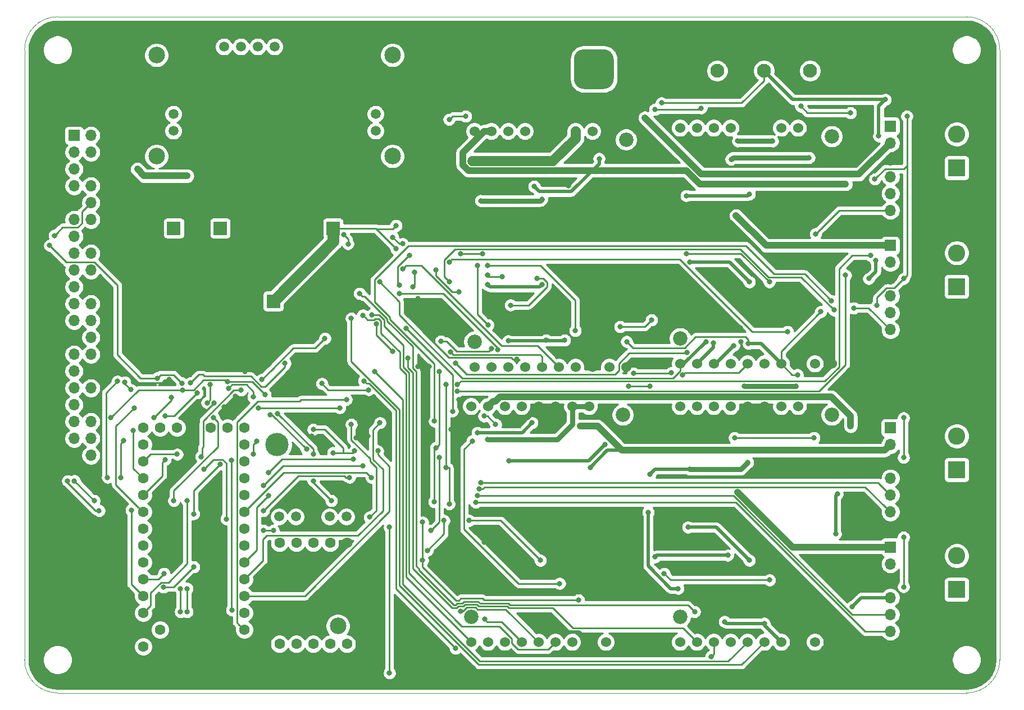
<source format=gbr>
G04 #@! TF.GenerationSoftware,KiCad,Pcbnew,5.1.6*
G04 #@! TF.CreationDate,2020-05-27T20:37:31-05:00*
G04 #@! TF.ProjectId,TurtlebotController,54757274-6c65-4626-9f74-436f6e74726f,rev?*
G04 #@! TF.SameCoordinates,Original*
G04 #@! TF.FileFunction,Copper,L2,Bot*
G04 #@! TF.FilePolarity,Positive*
%FSLAX46Y46*%
G04 Gerber Fmt 4.6, Leading zero omitted, Abs format (unit mm)*
G04 Created by KiCad (PCBNEW 5.1.6) date 2020-05-27 20:37:31*
%MOMM*%
%LPD*%
G01*
G04 APERTURE LIST*
G04 #@! TA.AperFunction,Profile*
%ADD10C,0.050000*%
G04 #@! TD*
G04 #@! TA.AperFunction,ComponentPad*
%ADD11C,2.500000*%
G04 #@! TD*
G04 #@! TA.AperFunction,ComponentPad*
%ADD12C,1.500000*%
G04 #@! TD*
G04 #@! TA.AperFunction,ComponentPad*
%ADD13C,1.524000*%
G04 #@! TD*
G04 #@! TA.AperFunction,ComponentPad*
%ADD14C,2.180000*%
G04 #@! TD*
G04 #@! TA.AperFunction,ComponentPad*
%ADD15R,2.100000X2.100000*%
G04 #@! TD*
G04 #@! TA.AperFunction,ComponentPad*
%ADD16C,2.100000*%
G04 #@! TD*
G04 #@! TA.AperFunction,ComponentPad*
%ADD17R,1.700000X1.700000*%
G04 #@! TD*
G04 #@! TA.AperFunction,ComponentPad*
%ADD18O,1.700000X1.700000*%
G04 #@! TD*
G04 #@! TA.AperFunction,ComponentPad*
%ADD19C,1.600000*%
G04 #@! TD*
G04 #@! TA.AperFunction,ComponentPad*
%ADD20R,1.600000X1.600000*%
G04 #@! TD*
G04 #@! TA.AperFunction,ComponentPad*
%ADD21R,2.000000X2.000000*%
G04 #@! TD*
G04 #@! TA.AperFunction,ComponentPad*
%ADD22C,2.000000*%
G04 #@! TD*
G04 #@! TA.AperFunction,ComponentPad*
%ADD23C,6.000000*%
G04 #@! TD*
G04 #@! TA.AperFunction,ComponentPad*
%ADD24R,2.600000X2.600000*%
G04 #@! TD*
G04 #@! TA.AperFunction,ComponentPad*
%ADD25C,2.600000*%
G04 #@! TD*
G04 #@! TA.AperFunction,ComponentPad*
%ADD26C,3.500120*%
G04 #@! TD*
G04 #@! TA.AperFunction,ViaPad*
%ADD27C,0.800000*%
G04 #@! TD*
G04 #@! TA.AperFunction,Conductor*
%ADD28C,0.250000*%
G04 #@! TD*
G04 #@! TA.AperFunction,Conductor*
%ADD29C,0.500000*%
G04 #@! TD*
G04 #@! TA.AperFunction,Conductor*
%ADD30C,0.750000*%
G04 #@! TD*
G04 #@! TA.AperFunction,Conductor*
%ADD31C,1.500000*%
G04 #@! TD*
G04 #@! TA.AperFunction,Conductor*
%ADD32C,1.750000*%
G04 #@! TD*
G04 #@! TA.AperFunction,Conductor*
%ADD33C,1.000000*%
G04 #@! TD*
G04 #@! TA.AperFunction,Conductor*
%ADD34C,0.254000*%
G04 #@! TD*
G04 APERTURE END LIST*
D10*
X70000000Y-133500000D02*
X70000000Y-41500000D01*
X212000000Y-138500000D02*
X75000000Y-138500000D01*
X217000000Y-41500000D02*
X217000000Y-133500000D01*
X75000000Y-36500000D02*
X212000000Y-36500000D01*
X217000000Y-133500000D02*
G75*
G02*
X212000000Y-138500000I-5000000J0D01*
G01*
X75000000Y-138500000D02*
G75*
G02*
X70000000Y-133500000I0J5000000D01*
G01*
X212000000Y-36500000D02*
G75*
G02*
X217000000Y-41500000I0J-5000000D01*
G01*
X70000000Y-41500000D02*
G75*
G02*
X75000000Y-36500000I5000000J0D01*
G01*
D11*
X117230000Y-128410000D03*
D12*
X118500000Y-111900000D03*
X115960000Y-111900000D03*
X113420000Y-111900000D03*
X110880000Y-111900000D03*
X108340000Y-111900000D03*
D13*
X160660000Y-89330000D03*
X158120000Y-89330000D03*
X155580000Y-89330000D03*
X153040000Y-89330000D03*
X150500000Y-89330000D03*
X147960000Y-89330000D03*
X145420000Y-89330000D03*
X142880000Y-89330000D03*
X140340000Y-89330000D03*
X137800000Y-89330000D03*
X155580000Y-53770000D03*
X153040000Y-53770000D03*
X150500000Y-53770000D03*
X147960000Y-53770000D03*
X145420000Y-53770000D03*
X142880000Y-53770000D03*
X140340000Y-53770000D03*
X137800000Y-53770000D03*
D14*
X137800000Y-85520000D03*
X160660000Y-55040000D03*
D15*
X178910000Y-44650000D03*
D16*
X181450000Y-44650000D03*
D15*
X185850000Y-44650000D03*
D16*
X188390000Y-44650000D03*
D17*
X77460000Y-54400000D03*
D18*
X80000000Y-54400000D03*
X77460000Y-56940000D03*
X80000000Y-56940000D03*
X77460000Y-59480000D03*
X80000000Y-59480000D03*
X77460000Y-62020000D03*
X80000000Y-62020000D03*
X77460000Y-64560000D03*
X80000000Y-64560000D03*
X77460000Y-67100000D03*
X80000000Y-67100000D03*
X77460000Y-69640000D03*
X80000000Y-69640000D03*
X77460000Y-72180000D03*
X80000000Y-72180000D03*
X77460000Y-74720000D03*
X80000000Y-74720000D03*
X77460000Y-77260000D03*
X80000000Y-77260000D03*
X77460000Y-79800000D03*
X80000000Y-79800000D03*
X77460000Y-82340000D03*
X80000000Y-82340000D03*
X77460000Y-84880000D03*
X80000000Y-84880000D03*
X77460000Y-87420000D03*
X80000000Y-87420000D03*
X77460000Y-89960000D03*
X80000000Y-89960000D03*
X77460000Y-92500000D03*
X80000000Y-92500000D03*
X77460000Y-95040000D03*
X80000000Y-95040000D03*
X77460000Y-97580000D03*
X80000000Y-97580000D03*
X77460000Y-100120000D03*
X80000000Y-100120000D03*
X77460000Y-102660000D03*
X80000000Y-102660000D03*
D19*
X95500000Y-98490000D03*
X92960000Y-98490000D03*
X90420000Y-98490000D03*
X87880000Y-98490000D03*
X98040000Y-98490000D03*
X100580000Y-98490000D03*
X103120000Y-98490000D03*
X87880000Y-101030000D03*
X87880000Y-103570000D03*
X87880000Y-106110000D03*
X87880000Y-108650000D03*
X87880000Y-111190000D03*
X87880000Y-113730000D03*
X87880000Y-116270000D03*
X87880000Y-118810000D03*
X87880000Y-121350000D03*
X87880000Y-123890000D03*
X87880000Y-126430000D03*
X87880000Y-128970000D03*
X87880000Y-131510000D03*
X90420000Y-128970000D03*
X103120000Y-101030000D03*
X103120000Y-103570000D03*
X103120000Y-106110000D03*
X103120000Y-108650000D03*
X103120000Y-111190000D03*
X103120000Y-113730000D03*
X103120000Y-116270000D03*
X103120000Y-118810000D03*
X103120000Y-121350000D03*
X103120000Y-123890000D03*
X103120000Y-126430000D03*
X103120000Y-128970000D03*
D20*
X103120000Y-131510000D03*
D14*
X191660000Y-54540000D03*
X168800000Y-85020000D03*
D13*
X168800000Y-53270000D03*
X171340000Y-53270000D03*
X173880000Y-53270000D03*
X176420000Y-53270000D03*
X178960000Y-53270000D03*
X181500000Y-53270000D03*
X184040000Y-53270000D03*
X186580000Y-53270000D03*
X168800000Y-88830000D03*
X171340000Y-88830000D03*
X173880000Y-88830000D03*
X176420000Y-88830000D03*
X178960000Y-88830000D03*
X181500000Y-88830000D03*
X184040000Y-88830000D03*
X186580000Y-88830000D03*
X189120000Y-88830000D03*
X191660000Y-88830000D03*
D11*
X125460000Y-57520000D03*
D12*
X92440000Y-53710000D03*
D11*
X125460000Y-42280000D03*
X89900000Y-42280000D03*
X89900000Y-57520000D03*
D12*
X92440000Y-51170000D03*
X92440000Y-48630000D03*
X92440000Y-46090000D03*
X122920000Y-53710000D03*
X122920000Y-51170000D03*
X122920000Y-48630000D03*
X122920000Y-46090000D03*
X107680000Y-41010000D03*
X105140000Y-41010000D03*
X102600000Y-41010000D03*
X100060000Y-41010000D03*
D21*
X116500000Y-68400000D03*
D22*
X111500000Y-68400000D03*
D18*
X200500000Y-65700000D03*
X200500000Y-63160000D03*
X200500000Y-60620000D03*
X200500000Y-58080000D03*
X200500000Y-55540000D03*
D17*
X200500000Y-53000000D03*
D22*
X102500000Y-79400000D03*
D21*
X107500000Y-79400000D03*
X92500000Y-68400000D03*
D22*
X87500000Y-68400000D03*
X104500000Y-68400000D03*
D21*
X99500000Y-68400000D03*
D16*
X174390000Y-44650000D03*
D15*
X171850000Y-44650000D03*
D23*
X163000000Y-44400000D03*
G04 #@! TA.AperFunction,ComponentPad*
G36*
G01*
X152800000Y-45900000D02*
X152800000Y-42900000D01*
G75*
G02*
X154300000Y-41400000I1500000J0D01*
G01*
X157300000Y-41400000D01*
G75*
G02*
X158800000Y-42900000I0J-1500000D01*
G01*
X158800000Y-45900000D01*
G75*
G02*
X157300000Y-47400000I-1500000J0D01*
G01*
X154300000Y-47400000D01*
G75*
G02*
X152800000Y-45900000I0J1500000D01*
G01*
G37*
G04 #@! TD.AperFunction*
D19*
X118580000Y-115880000D03*
X116040000Y-115880000D03*
X113500000Y-115880000D03*
X110960000Y-115880000D03*
X108420000Y-115880000D03*
X118580000Y-131120000D03*
X116040000Y-131120000D03*
X113500000Y-131120000D03*
X110960000Y-131120000D03*
X108420000Y-131120000D03*
D17*
X200500000Y-71000000D03*
D18*
X200500000Y-73540000D03*
X200500000Y-76080000D03*
X200500000Y-78620000D03*
X200500000Y-81160000D03*
X200500000Y-83700000D03*
D17*
X200500000Y-98500000D03*
D18*
X200500000Y-101040000D03*
X200500000Y-103580000D03*
X200500000Y-106120000D03*
X200500000Y-108660000D03*
X200500000Y-111200000D03*
X200500000Y-129200000D03*
X200500000Y-126660000D03*
X200500000Y-124120000D03*
X200500000Y-121580000D03*
X200500000Y-119040000D03*
D17*
X200500000Y-116500000D03*
D13*
X160160000Y-130830000D03*
X157620000Y-130830000D03*
X155080000Y-130830000D03*
X152540000Y-130830000D03*
X150000000Y-130830000D03*
X147460000Y-130830000D03*
X144920000Y-130830000D03*
X142380000Y-130830000D03*
X139840000Y-130830000D03*
X137300000Y-130830000D03*
X155080000Y-95270000D03*
X152540000Y-95270000D03*
X150000000Y-95270000D03*
X147460000Y-95270000D03*
X144920000Y-95270000D03*
X142380000Y-95270000D03*
X139840000Y-95270000D03*
X137300000Y-95270000D03*
D14*
X137300000Y-127020000D03*
X160160000Y-96540000D03*
X191660000Y-96540000D03*
X168800000Y-127020000D03*
D13*
X168800000Y-95270000D03*
X171340000Y-95270000D03*
X173880000Y-95270000D03*
X176420000Y-95270000D03*
X178960000Y-95270000D03*
X181500000Y-95270000D03*
X184040000Y-95270000D03*
X186580000Y-95270000D03*
X168800000Y-130830000D03*
X171340000Y-130830000D03*
X173880000Y-130830000D03*
X176420000Y-130830000D03*
X178960000Y-130830000D03*
X181500000Y-130830000D03*
X184040000Y-130830000D03*
X186580000Y-130830000D03*
X189120000Y-130830000D03*
X191660000Y-130830000D03*
D24*
X210500000Y-59300000D03*
D25*
X210500000Y-54220000D03*
X210500000Y-72120000D03*
D24*
X210500000Y-77200000D03*
X210500000Y-104830000D03*
D25*
X210500000Y-99750000D03*
X210500000Y-117820000D03*
D24*
X210500000Y-122900000D03*
D26*
X108000000Y-101000000D03*
D27*
X152000000Y-62000000D03*
X144000000Y-61750000D03*
X178000000Y-85500000D03*
X187000000Y-80000000D03*
X188500000Y-80000000D03*
X169500000Y-79000000D03*
X161000000Y-76500000D03*
X161000000Y-75500000D03*
X161000000Y-74500000D03*
X160000000Y-74500000D03*
X160000000Y-75500000D03*
X160000000Y-76500000D03*
X161250000Y-70000000D03*
X161250000Y-69000000D03*
X160250000Y-69000000D03*
X160250000Y-70000000D03*
X160250000Y-68000000D03*
X161250000Y-68000000D03*
X195000000Y-82500000D03*
X196000000Y-82500000D03*
X197000000Y-82500000D03*
X197000000Y-83500000D03*
X196000000Y-83500000D03*
X195000000Y-83500000D03*
X198750000Y-76750000D03*
X201500000Y-68250000D03*
X200500000Y-68250000D03*
X199500000Y-68250000D03*
X91750000Y-91250000D03*
X95500000Y-88500000D03*
X96500000Y-88500000D03*
X97500000Y-88500000D03*
X101750000Y-93750000D03*
X103250000Y-90000000D03*
X112000000Y-88500000D03*
X111750000Y-93000000D03*
X120000000Y-100000000D03*
X121750000Y-99750000D03*
X134250000Y-98750000D03*
X131000000Y-89250000D03*
X135500000Y-94250000D03*
X134000000Y-80750000D03*
X129250000Y-79000000D03*
X117750000Y-85000000D03*
X169250000Y-43500000D03*
X169250000Y-44500000D03*
X169250000Y-45500000D03*
X169250000Y-46500000D03*
X169250000Y-47500000D03*
X170250000Y-47500000D03*
X186000000Y-47000000D03*
X187000000Y-47000000D03*
X183750000Y-49000000D03*
X182750000Y-49000000D03*
X181750000Y-49000000D03*
X180750000Y-49000000D03*
X174500000Y-58000000D03*
X157250000Y-86750000D03*
X158250000Y-86750000D03*
X165250000Y-95500000D03*
X165250000Y-96500000D03*
X165250000Y-97500000D03*
X165250000Y-98500000D03*
X165250000Y-99500000D03*
X170500000Y-115000000D03*
X165500000Y-123250000D03*
X164500000Y-123250000D03*
X157500000Y-121750000D03*
X158500000Y-121750000D03*
X146750000Y-128000000D03*
X139250000Y-114750000D03*
X139250000Y-115750000D03*
X129262660Y-89237340D03*
X121762653Y-107737347D03*
X121000000Y-109750000D03*
X122000000Y-110500000D03*
X120250000Y-108500000D03*
X113250000Y-99750000D03*
X150750000Y-97500000D03*
X145500000Y-97000000D03*
X158500000Y-98250000D03*
X177500000Y-129250000D03*
X114500000Y-101000000D03*
X111000000Y-102000000D03*
X98540543Y-94790543D03*
X100119113Y-95369900D03*
X82750000Y-107750000D03*
X177900000Y-83400000D03*
X112000000Y-84750000D03*
X120250000Y-72000000D03*
X121250000Y-72000000D03*
X122250000Y-72000000D03*
X187250000Y-122250000D03*
X187250000Y-123250000D03*
X187250000Y-124250000D03*
X133000000Y-50750000D03*
X132400000Y-51600000D03*
X144200000Y-88200000D03*
X130000000Y-83200000D03*
X151400000Y-85300000D03*
X179100000Y-85800000D03*
X142900000Y-85400000D03*
X148600000Y-85300000D03*
X181500000Y-128000000D03*
X175500000Y-127750000D03*
X199750000Y-49000000D03*
X198750000Y-54500000D03*
X198307476Y-73289999D03*
X197250000Y-76000000D03*
X166000000Y-49500000D03*
X114825000Y-91837347D03*
X186500000Y-90500000D03*
X190000000Y-81000000D03*
X94500000Y-109500000D03*
X104500000Y-102500000D03*
X105000000Y-100500000D03*
X160750000Y-85500000D03*
X116487347Y-102262653D03*
X119750000Y-102000000D03*
X121867318Y-92779797D03*
X153500000Y-124500000D03*
X130000000Y-112750000D03*
X192250000Y-114500000D03*
X192500000Y-108500000D03*
X113500000Y-98750000D03*
X130000000Y-118500000D03*
X137500000Y-58250000D03*
X139750000Y-100250000D03*
X84000000Y-91500000D03*
X82500000Y-106000000D03*
X176000000Y-117750000D03*
X165000000Y-118000000D03*
X132000000Y-101500000D03*
X125000000Y-135500000D03*
X125000000Y-113500000D03*
X131756390Y-109666505D03*
X94500000Y-60500000D03*
X87000000Y-59500000D03*
X125487347Y-87012653D03*
X126500000Y-77000000D03*
X128000000Y-72500000D03*
X126012653Y-71512653D03*
X126000000Y-68000000D03*
X134000000Y-52000000D03*
X136500000Y-51500000D03*
X165000000Y-50500000D03*
X172000000Y-50275000D03*
X187000000Y-50000000D03*
X194500000Y-51000000D03*
X203000000Y-51500000D03*
X198150050Y-61000000D03*
X198500000Y-80000000D03*
X202500000Y-115000000D03*
X202500000Y-122500000D03*
X202500000Y-103000000D03*
X202500000Y-97000000D03*
X202500000Y-76000000D03*
X122999994Y-82861374D03*
X130725000Y-117000000D03*
X133225000Y-112500000D03*
X132500000Y-90000000D03*
X77500000Y-106500000D03*
X80500000Y-109500000D03*
X81225000Y-111000000D03*
X76487347Y-106512653D03*
X74499992Y-69500000D03*
X86494846Y-95494846D03*
X90000000Y-91000000D03*
X93725153Y-91774847D03*
X73774992Y-71000000D03*
X112500000Y-101725000D03*
X107000000Y-96500000D03*
X104472540Y-93850010D03*
X100755823Y-92527567D03*
X84922347Y-100422347D03*
X84500000Y-106000000D03*
X93849356Y-92775000D03*
X83000000Y-97000000D03*
X100549154Y-91549154D03*
X116250000Y-109500000D03*
X113500000Y-106500000D03*
X113500000Y-102500000D03*
X108138636Y-96338330D03*
X106250000Y-93500000D03*
X86087653Y-110912347D03*
X89500000Y-97000000D03*
X92124683Y-93899988D03*
X98500000Y-97000000D03*
X92500000Y-109500000D03*
X91000000Y-120500000D03*
X98000000Y-92000000D03*
X97500000Y-94725010D03*
X107500000Y-114000000D03*
X106000000Y-114000000D03*
X91187653Y-103312347D03*
X135500000Y-78000000D03*
X132000000Y-74700000D03*
X128750000Y-75000000D03*
X128500000Y-77250000D03*
X109262653Y-88762653D03*
X95000000Y-91750000D03*
X96013254Y-93262052D03*
X91200000Y-96743101D03*
X139325000Y-127375570D03*
X93000000Y-102500000D03*
X138750000Y-64250000D03*
X148000000Y-64000000D03*
X143250000Y-80000000D03*
X147250000Y-76000000D03*
X138250000Y-99250000D03*
X146500000Y-97750000D03*
X86405232Y-98939462D03*
X164500000Y-82250000D03*
X159750000Y-83250000D03*
X153000000Y-83850000D03*
X139750000Y-74000000D03*
X139000000Y-72250000D03*
X135750000Y-72250000D03*
X127000000Y-70750000D03*
X125500000Y-69750000D03*
X118762653Y-70762653D03*
X118112347Y-69362347D03*
X85112347Y-91612347D03*
X86012653Y-92762653D03*
X93500000Y-126250000D03*
X93500000Y-122750000D03*
X169750000Y-63500000D03*
X179250000Y-63250000D03*
X170250000Y-104750000D03*
X179000000Y-103750000D03*
X168500000Y-122750000D03*
X164000000Y-111250000D03*
X164250000Y-105500000D03*
X146800000Y-62100000D03*
X156600000Y-57900000D03*
X193750000Y-61750000D03*
X157500000Y-101000000D03*
X143000000Y-103500000D03*
X194500000Y-98250000D03*
X139840000Y-95270000D03*
X139250000Y-96750000D03*
X141000000Y-98000000D03*
X188250000Y-57750000D03*
X176500000Y-58000000D03*
X177250000Y-66500000D03*
X189000000Y-100000000D03*
X177500000Y-108250000D03*
X177000000Y-100000000D03*
X193750000Y-75500000D03*
X189250000Y-69250000D03*
X135225010Y-93000013D03*
X197500000Y-72500000D03*
X135225010Y-92000000D03*
X163500000Y-51750000D03*
X177500000Y-55250000D03*
X182750000Y-55250000D03*
X127487347Y-83512653D03*
X192000000Y-80750000D03*
X134000000Y-76475010D03*
X134500000Y-96000000D03*
X191637653Y-79362347D03*
X195000000Y-80435000D03*
X131774990Y-97500000D03*
X155000000Y-98250000D03*
X153750000Y-98250000D03*
X155250000Y-104500000D03*
X138750000Y-106750000D03*
X138500000Y-107750000D03*
X138000000Y-109750000D03*
X138250000Y-108750000D03*
X194750000Y-125500000D03*
X178500000Y-92225000D03*
X186250000Y-92250000D03*
X139850000Y-83000000D03*
X138250000Y-74000000D03*
X137501098Y-100493577D03*
X150650000Y-122000000D03*
X169750000Y-72250000D03*
X182250000Y-76500000D03*
X166409999Y-120500000D03*
X182289897Y-121460103D03*
X140340000Y-86580000D03*
X132739507Y-85471604D03*
X134199988Y-87050012D03*
X134974761Y-131775239D03*
X121153513Y-91428833D03*
X119250000Y-98000000D03*
X121987347Y-111987347D03*
X135750000Y-126175021D03*
X141333156Y-86696812D03*
X126500000Y-78250000D03*
X115275153Y-85025153D03*
X105750000Y-91250000D03*
X102649462Y-92825232D03*
X96612347Y-102862347D03*
X97000000Y-104750000D03*
X100416662Y-112250000D03*
X141975000Y-75750000D03*
X139750000Y-75500000D03*
X121000000Y-81524990D03*
X139800000Y-76900000D03*
X148000000Y-76900000D03*
X147750000Y-118500000D03*
X137000000Y-112500000D03*
X127000000Y-74499996D03*
X122373952Y-81466796D03*
X173800000Y-85700000D03*
X135000000Y-88750000D03*
X169873959Y-87123959D03*
X161775000Y-90273175D03*
X167466162Y-90216162D03*
X169182493Y-90550443D03*
X127774990Y-88000000D03*
X122750000Y-90000000D03*
X176900000Y-86100000D03*
X164250000Y-92250000D03*
X161000000Y-92250000D03*
X119000000Y-106000000D03*
X106000000Y-111000000D03*
X131250000Y-114000000D03*
X132500000Y-103000000D03*
X173500000Y-133000000D03*
X94500000Y-126250000D03*
X94500000Y-122750000D03*
X172701041Y-85498959D03*
X123500000Y-76500000D03*
X120500000Y-78250000D03*
X171000000Y-126250000D03*
X170250000Y-73500000D03*
X179250000Y-76500000D03*
X170000000Y-113500000D03*
X179250000Y-118500000D03*
X134000000Y-73500000D03*
X185000000Y-84000000D03*
X119250000Y-82000000D03*
X122262653Y-105987347D03*
X121000000Y-104250000D03*
X106000000Y-107250000D03*
X119512653Y-103237347D03*
X106750000Y-105250000D03*
X106767653Y-108732347D03*
X123575001Y-97750000D03*
X123250000Y-102000002D03*
X117500000Y-95500000D03*
X105250000Y-95500000D03*
X101141662Y-103391662D03*
X101250000Y-126000000D03*
X118500000Y-94250000D03*
X90949846Y-122550154D03*
X95500000Y-119500000D03*
X95500000Y-111500000D03*
X99500000Y-104000000D03*
X134000000Y-110000000D03*
X133500000Y-104500000D03*
X133500000Y-92000000D03*
D28*
X187000000Y-80000000D02*
X188500000Y-80000000D01*
X91750000Y-91250000D02*
X91250000Y-91750000D01*
X91250000Y-91750000D02*
X86750000Y-91750000D01*
X101750000Y-88500000D02*
X97500000Y-88500000D01*
X103250000Y-90000000D02*
X101750000Y-88500000D01*
X120000000Y-100000000D02*
X121500000Y-100000000D01*
X121500000Y-100000000D02*
X121750000Y-99750000D01*
X134000000Y-80750000D02*
X132250000Y-79000000D01*
X132250000Y-79000000D02*
X129250000Y-79000000D01*
D29*
X154318001Y-130068001D02*
X155080000Y-130830000D01*
X153575008Y-129325008D02*
X154318001Y-130068001D01*
X148075008Y-129325008D02*
X153575008Y-129325008D01*
X146750000Y-128000000D02*
X148075008Y-129325008D01*
D28*
X129275320Y-89250000D02*
X129262660Y-89237340D01*
X131000000Y-89250000D02*
X129275320Y-89250000D01*
X150750000Y-96020000D02*
X150000000Y-95270000D01*
X150750000Y-97500000D02*
X150750000Y-96020000D01*
D30*
X145730000Y-97000000D02*
X147460000Y-95270000D01*
X145500000Y-97000000D02*
X145730000Y-97000000D01*
D29*
X113250000Y-99750000D02*
X114500000Y-101000000D01*
D28*
X96299999Y-97031087D02*
X98540543Y-94790543D01*
X95500000Y-98490000D02*
X96299999Y-97690001D01*
X96299999Y-97690001D02*
X96299999Y-97031087D01*
X143634315Y-88200000D02*
X143334336Y-87900021D01*
X144200000Y-88200000D02*
X143634315Y-88200000D01*
X143334336Y-87900021D02*
X133976995Y-87900021D01*
X133976995Y-87900021D02*
X130000000Y-83923026D01*
X130000000Y-83923026D02*
X130000000Y-83200000D01*
D29*
X181010000Y-85800000D02*
X184040000Y-88830000D01*
X179100000Y-85800000D02*
X181010000Y-85800000D01*
X151300000Y-85400000D02*
X151400000Y-85300000D01*
X149100000Y-85400000D02*
X151300000Y-85400000D01*
X142900000Y-85400000D02*
X149100000Y-85400000D01*
X149000000Y-85300000D02*
X148600000Y-85300000D01*
X149100000Y-85400000D02*
X149000000Y-85300000D01*
X181500000Y-128290000D02*
X184040000Y-130830000D01*
X181500000Y-128000000D02*
X181500000Y-128290000D01*
X181500000Y-128000000D02*
X175750000Y-128000000D01*
X175750000Y-128000000D02*
X175500000Y-127750000D01*
X181450000Y-44650000D02*
X185800000Y-49000000D01*
X185800000Y-49000000D02*
X199750000Y-49000000D01*
X198750000Y-50000000D02*
X199750000Y-49000000D01*
X198750000Y-54500000D02*
X198750000Y-50000000D01*
X198307476Y-73289999D02*
X198307476Y-74942524D01*
X198307476Y-74942524D02*
X197250000Y-76000000D01*
D28*
X178084924Y-49500000D02*
X181450000Y-46134924D01*
X181450000Y-46134924D02*
X181450000Y-44650000D01*
X166000000Y-49500000D02*
X178084924Y-49500000D01*
X185710000Y-90500000D02*
X184040000Y-88830000D01*
X186500000Y-90500000D02*
X185710000Y-90500000D01*
X184040000Y-88830000D02*
X184040000Y-86960000D01*
X184040000Y-86960000D02*
X190000000Y-81000000D01*
X88679999Y-125630001D02*
X87880000Y-126430000D01*
X89005001Y-125304999D02*
X88679999Y-125630001D01*
X94500000Y-119000000D02*
X91674847Y-121825153D01*
X91674847Y-121825153D02*
X90601845Y-121825153D01*
X94500000Y-109500000D02*
X94500000Y-119000000D01*
X90601845Y-121825153D02*
X89005001Y-123421997D01*
X89005001Y-123421997D02*
X89005001Y-125304999D01*
X104500000Y-102500000D02*
X104500000Y-101000000D01*
X104500000Y-101000000D02*
X105000000Y-100500000D01*
X179100000Y-85234315D02*
X179100000Y-85800000D01*
X178639643Y-84773958D02*
X179100000Y-85234315D01*
X171150958Y-84773958D02*
X178639643Y-84773958D01*
X169489915Y-86435001D02*
X171150958Y-84773958D01*
X161685001Y-86435001D02*
X169489915Y-86435001D01*
X160750000Y-85500000D02*
X161685001Y-86435001D01*
X119487347Y-102262653D02*
X119750000Y-102000000D01*
X115767450Y-92779797D02*
X121301633Y-92779797D01*
X121301633Y-92779797D02*
X121867318Y-92779797D01*
X114825000Y-91837347D02*
X115767450Y-92779797D01*
X153500000Y-124500000D02*
X139250000Y-124500000D01*
X139004970Y-124254970D02*
X135745030Y-124254970D01*
X139250000Y-124500000D02*
X139004970Y-124254970D01*
X135450001Y-124549999D02*
X135029199Y-124549999D01*
X135745030Y-124254970D02*
X135450001Y-124549999D01*
X135029199Y-124549999D02*
X130000000Y-119520800D01*
X130000000Y-119520800D02*
X130000000Y-118250000D01*
D29*
X192250000Y-114500000D02*
X192250000Y-108750000D01*
X192250000Y-108750000D02*
X192500000Y-108500000D01*
D28*
X118012653Y-102262653D02*
X118012653Y-101512653D01*
X118012653Y-102262653D02*
X119487347Y-102262653D01*
X116487347Y-102262653D02*
X118012653Y-102262653D01*
X118012653Y-101512653D02*
X115250000Y-98750000D01*
X115250000Y-98750000D02*
X113500000Y-98750000D01*
X130000000Y-115500000D02*
X130000000Y-112750000D01*
X130000000Y-118250000D02*
X130000000Y-115500000D01*
X130000000Y-115500000D02*
X130000000Y-118500000D01*
D31*
X153040000Y-54847630D02*
X149637630Y-58250000D01*
X153040000Y-53770000D02*
X153040000Y-54847630D01*
X149637630Y-58250000D02*
X137500000Y-58250000D01*
D30*
X152540000Y-95270000D02*
X155080000Y-95270000D01*
X152540000Y-97960000D02*
X152540000Y-95270000D01*
X139750000Y-100250000D02*
X150250000Y-100250000D01*
X150250000Y-100250000D02*
X152540000Y-97960000D01*
D28*
X82274999Y-105774999D02*
X82500000Y-106000000D01*
X84000000Y-91500000D02*
X82274999Y-93225001D01*
X82274999Y-93225001D02*
X82274999Y-105774999D01*
D29*
X176000000Y-117750000D02*
X165250000Y-117750000D01*
X165250000Y-117750000D02*
X165000000Y-118000000D01*
D32*
X116500000Y-70400000D02*
X107500000Y-79400000D01*
X116500000Y-68400000D02*
X116500000Y-70400000D01*
D28*
X125000000Y-135500000D02*
X125000000Y-113500000D01*
X131756390Y-101743610D02*
X132000000Y-101500000D01*
X131756390Y-109666505D02*
X131756390Y-101743610D01*
D33*
X94500000Y-60500000D02*
X88000000Y-60500000D01*
X88000000Y-60500000D02*
X87000000Y-59500000D01*
D28*
X122900000Y-68400000D02*
X116500000Y-68400000D01*
X125500000Y-68500000D02*
X126000000Y-68000000D01*
X123000000Y-68500000D02*
X125500000Y-68500000D01*
X123000000Y-68500000D02*
X122900000Y-68400000D01*
X126012653Y-71512653D02*
X123000000Y-68500000D01*
X134000000Y-52000000D02*
X134500000Y-51500000D01*
X134500000Y-51500000D02*
X136500000Y-51500000D01*
X165000000Y-50500000D02*
X171775000Y-50500000D01*
X171775000Y-50500000D02*
X172000000Y-50275000D01*
X187000000Y-50000000D02*
X188000000Y-51000000D01*
X188000000Y-51000000D02*
X194500000Y-51000000D01*
X202500000Y-59444999D02*
X199705051Y-59444999D01*
X198550049Y-60600001D02*
X198150050Y-61000000D01*
X203000000Y-51500000D02*
X203000000Y-58944999D01*
X199705051Y-59444999D02*
X198550049Y-60600001D01*
X203000000Y-58944999D02*
X202500000Y-59444999D01*
X201055001Y-77444999D02*
X199935999Y-77444999D01*
X199935999Y-77444999D02*
X198500000Y-78880998D01*
X203000000Y-58944999D02*
X203000000Y-75500000D01*
X198500000Y-78880998D02*
X198500000Y-80000000D01*
X202500000Y-115000000D02*
X202500000Y-122500000D01*
X202500000Y-103000000D02*
X202500000Y-97000000D01*
X203000000Y-75500000D02*
X202500000Y-76000000D01*
X202500000Y-76000000D02*
X201055001Y-77444999D01*
X125487347Y-87012653D02*
X122999994Y-84525300D01*
X122999994Y-84525300D02*
X122999994Y-82861374D01*
X126250000Y-74224690D02*
X127974690Y-72500000D01*
X126500000Y-77000000D02*
X126250000Y-76750000D01*
X127974690Y-72500000D02*
X128000000Y-72500000D01*
X126250000Y-76750000D02*
X126250000Y-74224690D01*
X130725000Y-117000000D02*
X133225000Y-114500000D01*
X133225000Y-114500000D02*
X133225000Y-112500000D01*
X132000000Y-101500000D02*
X132500000Y-101000000D01*
X132500000Y-101000000D02*
X132500000Y-93443901D01*
X132500000Y-93443901D02*
X132500000Y-90000000D01*
X77500000Y-106500000D02*
X80500000Y-109500000D01*
X76487347Y-106828032D02*
X76487347Y-106512653D01*
X81225000Y-111000000D02*
X80659315Y-111000000D01*
X80659315Y-111000000D02*
X76487347Y-106828032D01*
X80000000Y-64560000D02*
X78635001Y-65924999D01*
X78635001Y-67664001D02*
X78024001Y-68275001D01*
X74899991Y-69100001D02*
X74499992Y-69500000D01*
X75724991Y-68275001D02*
X74899991Y-69100001D01*
X78635001Y-65924999D02*
X78635001Y-67664001D01*
X78024001Y-68275001D02*
X75724991Y-68275001D01*
X87080001Y-110390001D02*
X87880000Y-111190000D01*
X83774999Y-107084999D02*
X87080001Y-110390001D01*
X83774999Y-98214693D02*
X83774999Y-107084999D01*
X86494846Y-95494846D02*
X83774999Y-98214693D01*
X80564001Y-73544999D02*
X84000000Y-76980998D01*
X73774992Y-71000000D02*
X76319991Y-73544999D01*
X76319991Y-73544999D02*
X80564001Y-73544999D01*
X84000000Y-76980998D02*
X84000000Y-87500000D01*
X87500000Y-91000000D02*
X90000000Y-91000000D01*
X84000000Y-87500000D02*
X87500000Y-91000000D01*
X92450306Y-90500000D02*
X93725153Y-91774847D01*
X90000000Y-91000000D02*
X90500000Y-90500000D01*
X90500000Y-90500000D02*
X92450306Y-90500000D01*
X112500000Y-101725000D02*
X107275000Y-96500000D01*
X107275000Y-96500000D02*
X107000000Y-96500000D01*
X101283390Y-92000000D02*
X100755823Y-92527567D01*
X104472540Y-93850010D02*
X104472540Y-93036275D01*
X103436265Y-92000000D02*
X101283390Y-92000000D01*
X104472540Y-93036275D02*
X103436265Y-92000000D01*
X84922347Y-100422347D02*
X84500000Y-100844694D01*
X84500000Y-100844694D02*
X84500000Y-106000000D01*
X93849356Y-92775000D02*
X87225000Y-92775000D01*
X87225000Y-92775000D02*
X83000000Y-97000000D01*
X93849356Y-92775000D02*
X95475000Y-92775000D01*
X100274999Y-91274999D02*
X100549154Y-91549154D01*
X95475000Y-92775000D02*
X96975001Y-91274999D01*
X96975001Y-91274999D02*
X100274999Y-91274999D01*
X116250000Y-109500000D02*
X113500000Y-106750000D01*
X113500000Y-106750000D02*
X113500000Y-106500000D01*
X113500000Y-102500000D02*
X113500000Y-101699694D01*
X113500000Y-101699694D02*
X108138636Y-96338330D01*
X104299154Y-91549154D02*
X100549154Y-91549154D01*
X106250000Y-93500000D02*
X104299154Y-91549154D01*
X86087653Y-122097653D02*
X87880000Y-123890000D01*
X86087653Y-110912347D02*
X86087653Y-122097653D01*
X89500000Y-97000000D02*
X92124683Y-94375317D01*
X92124683Y-94375317D02*
X92124683Y-93899988D01*
X99165001Y-97665001D02*
X99165001Y-101334999D01*
X98500000Y-97000000D02*
X99165001Y-97665001D01*
X99165001Y-101334999D02*
X92500000Y-108000000D01*
X92500000Y-108000000D02*
X92500000Y-109500000D01*
X90150000Y-121350000D02*
X87880000Y-121350000D01*
X91000000Y-120500000D02*
X90150000Y-121350000D01*
X98000000Y-94225010D02*
X97500000Y-94725010D01*
X98000000Y-92000000D02*
X98000000Y-94225010D01*
X107500000Y-114000000D02*
X106000000Y-114000000D01*
X88679999Y-107850001D02*
X87880000Y-108650000D01*
X90787654Y-103712346D02*
X90787654Y-105742346D01*
X90787654Y-105742346D02*
X88679999Y-107850001D01*
X91187653Y-103312347D02*
X90787654Y-103712346D01*
X135500000Y-78000000D02*
X134451986Y-78000000D01*
X134451986Y-78000000D02*
X132000000Y-75548014D01*
X132000000Y-75265685D02*
X132000000Y-74700000D01*
X132000000Y-75548014D02*
X132000000Y-75265685D01*
X128750000Y-75000000D02*
X128750000Y-77000000D01*
X128750000Y-77000000D02*
X128500000Y-77250000D01*
X97078345Y-90737340D02*
X96828345Y-90487340D01*
X105705858Y-92319448D02*
X104123750Y-90737340D01*
X96828345Y-90487340D02*
X96262660Y-90487340D01*
X106271543Y-92319448D02*
X105705858Y-92319448D01*
X104123750Y-90737340D02*
X97078345Y-90737340D01*
X109262653Y-88762653D02*
X109262653Y-89328338D01*
X109262653Y-89328338D02*
X106271543Y-92319448D01*
X96262660Y-90487340D02*
X95000000Y-91750000D01*
X96013254Y-93262052D02*
X92532205Y-96743101D01*
X92532205Y-96743101D02*
X91200000Y-96743101D01*
X141865569Y-127775569D02*
X144158001Y-130068001D01*
X139724999Y-127775569D02*
X141865569Y-127775569D01*
X144158001Y-130068001D02*
X144920000Y-130830000D01*
X139325000Y-127375570D02*
X139724999Y-127775569D01*
X88950000Y-102500000D02*
X87880000Y-103570000D01*
X93000000Y-102500000D02*
X88950000Y-102500000D01*
D30*
X147750000Y-64250000D02*
X148000000Y-64000000D01*
X138750000Y-64250000D02*
X147750000Y-64250000D01*
D28*
X143250000Y-80000000D02*
X145973002Y-80000000D01*
X145973002Y-80000000D02*
X148725001Y-77248001D01*
X148725001Y-77248001D02*
X148725001Y-76551999D01*
X148725001Y-76551999D02*
X148173002Y-76000000D01*
X148173002Y-76000000D02*
X147250000Y-76000000D01*
D29*
X138250000Y-99250000D02*
X145000000Y-99250000D01*
X145000000Y-99250000D02*
X146500000Y-97750000D01*
D28*
X86405232Y-104635232D02*
X87880000Y-106110000D01*
X86405232Y-98939462D02*
X86405232Y-104635232D01*
X164500000Y-82250000D02*
X163500000Y-83250000D01*
X163500000Y-83250000D02*
X159750000Y-83250000D01*
X139000000Y-72250000D02*
X135750000Y-72250000D01*
X127000000Y-70750000D02*
X126500000Y-70750000D01*
X126500000Y-70750000D02*
X125500000Y-69750000D01*
X118762653Y-70762653D02*
X118762653Y-70012653D01*
X118762653Y-70012653D02*
X118112347Y-69362347D01*
X85112347Y-91612347D02*
X85112347Y-91862347D01*
X85112347Y-91862347D02*
X86012653Y-92762653D01*
X147750000Y-74000000D02*
X139750000Y-74000000D01*
X153000000Y-83850000D02*
X153000000Y-79250000D01*
X153000000Y-79250000D02*
X147750000Y-74000000D01*
X93500000Y-126250000D02*
X93500000Y-122750000D01*
D29*
X179000000Y-63500000D02*
X179250000Y-63250000D01*
X169750000Y-63500000D02*
X179000000Y-63500000D01*
D30*
X170250000Y-104750000D02*
X178000000Y-104750000D01*
X178000000Y-104750000D02*
X179000000Y-103750000D01*
D29*
X164000000Y-119348003D02*
X164000000Y-111250000D01*
X168500000Y-122750000D02*
X167401997Y-122750000D01*
X167401997Y-122750000D02*
X164000000Y-119348003D01*
X165000000Y-104750000D02*
X170250000Y-104750000D01*
X164250000Y-105500000D02*
X165000000Y-104750000D01*
X147550001Y-62850001D02*
X152415684Y-62850001D01*
X146800000Y-62100000D02*
X147550001Y-62850001D01*
X152415684Y-62850001D02*
X156600000Y-58665685D01*
X156600000Y-58665685D02*
X156600000Y-58465685D01*
X156600000Y-58465685D02*
X156600000Y-57900000D01*
D33*
X171802930Y-61750000D02*
X193750000Y-61750000D01*
X139262370Y-53770000D02*
X136049990Y-56982380D01*
X136049990Y-56982380D02*
X136049990Y-58850613D01*
X140340000Y-53770000D02*
X139262370Y-53770000D01*
X169752940Y-59700010D02*
X171802930Y-61750000D01*
X136049990Y-58850613D02*
X136899387Y-59700010D01*
X136899387Y-59700010D02*
X169752940Y-59700010D01*
D29*
X157500000Y-101000000D02*
X155000000Y-103500000D01*
X155000000Y-103500000D02*
X143000000Y-103500000D01*
D33*
X191594213Y-93825011D02*
X187298773Y-93825011D01*
X144201227Y-93825011D02*
X143098773Y-93825011D01*
X153241761Y-93807999D02*
X151838239Y-93807999D01*
X174598773Y-93825011D02*
X174581761Y-93807999D01*
X187281761Y-93807999D02*
X185878239Y-93807999D01*
X155781761Y-93807999D02*
X154378239Y-93807999D01*
X175718239Y-93807999D02*
X175701227Y-93825011D01*
X180798239Y-93807999D02*
X180781227Y-93825011D01*
X150701761Y-93807999D02*
X149298239Y-93807999D01*
X180781227Y-93825011D02*
X179678773Y-93825011D01*
X151838239Y-93807999D02*
X151821227Y-93825011D01*
X143098773Y-93825011D02*
X143081761Y-93807999D01*
X169501761Y-93807999D02*
X168098239Y-93807999D01*
X187298773Y-93825011D02*
X187281761Y-93807999D01*
X148178773Y-93825011D02*
X148161761Y-93807999D01*
X184758773Y-93825011D02*
X184741761Y-93807999D01*
X140601999Y-94508001D02*
X139840000Y-95270000D01*
X185861227Y-93825011D02*
X184758773Y-93825011D01*
X145621761Y-93807999D02*
X144218239Y-93807999D01*
X182201761Y-93807999D02*
X180798239Y-93807999D01*
X151821227Y-93825011D02*
X150718773Y-93825011D01*
X155798773Y-93825011D02*
X155781761Y-93807999D01*
X178258239Y-93807999D02*
X178241227Y-93825011D01*
X173161227Y-93825011D02*
X172058773Y-93825011D01*
X178241227Y-93825011D02*
X177138773Y-93825011D01*
X170621227Y-93825011D02*
X169518773Y-93825011D01*
X168098239Y-93807999D02*
X168081227Y-93825011D01*
X149281227Y-93825011D02*
X148178773Y-93825011D01*
X141678239Y-93807999D02*
X140978237Y-94508001D01*
X194500000Y-96730798D02*
X191594213Y-93825011D01*
X172041761Y-93807999D02*
X170638239Y-93807999D01*
X185878239Y-93807999D02*
X185861227Y-93825011D01*
X154378239Y-93807999D02*
X154361227Y-93825011D01*
X179661761Y-93807999D02*
X178258239Y-93807999D01*
X146758239Y-93807999D02*
X146741227Y-93825011D01*
X183321227Y-93825011D02*
X182218773Y-93825011D01*
X149298239Y-93807999D02*
X149281227Y-93825011D01*
X179678773Y-93825011D02*
X179661761Y-93807999D01*
X168081227Y-93825011D02*
X155798773Y-93825011D01*
X174581761Y-93807999D02*
X173178239Y-93807999D01*
X177121761Y-93807999D02*
X175718239Y-93807999D01*
X140978237Y-94508001D02*
X140601999Y-94508001D01*
X173178239Y-93807999D02*
X173161227Y-93825011D01*
X150718773Y-93825011D02*
X150701761Y-93807999D01*
X170638239Y-93807999D02*
X170621227Y-93825011D01*
X148161761Y-93807999D02*
X146758239Y-93807999D01*
X175701227Y-93825011D02*
X174598773Y-93825011D01*
X144218239Y-93807999D02*
X144201227Y-93825011D01*
X182218773Y-93825011D02*
X182201761Y-93807999D01*
X143081761Y-93807999D02*
X141678239Y-93807999D01*
X194500000Y-98250000D02*
X194500000Y-96730798D01*
X145638773Y-93825011D02*
X145621761Y-93807999D01*
X146741227Y-93825011D02*
X145638773Y-93825011D01*
X153258773Y-93825011D02*
X153241761Y-93807999D01*
X184741761Y-93807999D02*
X183338239Y-93807999D01*
X183338239Y-93807999D02*
X183321227Y-93825011D01*
X177138773Y-93825011D02*
X177121761Y-93807999D01*
X172058773Y-93825011D02*
X172041761Y-93807999D01*
X169518773Y-93825011D02*
X169501761Y-93807999D01*
X154361227Y-93825011D02*
X153258773Y-93825011D01*
D28*
X139250000Y-96750000D02*
X139750000Y-96750000D01*
X139750000Y-96750000D02*
X141000000Y-98000000D01*
D30*
X188250000Y-57750000D02*
X176750000Y-57750000D01*
X176750000Y-57750000D02*
X176500000Y-58000000D01*
D33*
X181750000Y-71000000D02*
X200500000Y-71000000D01*
X177250000Y-66500000D02*
X181750000Y-71000000D01*
X185750000Y-116500000D02*
X200500000Y-116500000D01*
X177500000Y-108250000D02*
X185750000Y-116500000D01*
D28*
X189000000Y-100000000D02*
X177000000Y-100000000D01*
X192800000Y-65700000D02*
X200500000Y-65700000D01*
X189250000Y-69250000D02*
X192800000Y-65700000D01*
X193750000Y-88985172D02*
X189752184Y-92982988D01*
X189752184Y-92982988D02*
X135807720Y-92982988D01*
X193750000Y-75500000D02*
X193750000Y-88985172D01*
X135790695Y-93000013D02*
X135225010Y-93000013D01*
X135807720Y-92982988D02*
X135790695Y-93000013D01*
X192750000Y-74500000D02*
X192750000Y-89348762D01*
X192750000Y-89348762D02*
X190598762Y-91500000D01*
X194750000Y-72500000D02*
X192750000Y-74500000D01*
X190598762Y-91500000D02*
X135725010Y-91500000D01*
X197500000Y-72500000D02*
X194750000Y-72500000D01*
X135625009Y-91600001D02*
X135225010Y-92000000D01*
X135725010Y-91500000D02*
X135625009Y-91600001D01*
D33*
X200500000Y-55540000D02*
X195790000Y-60250000D01*
X172000000Y-60250000D02*
X163899999Y-52149999D01*
X163899999Y-52149999D02*
X163500000Y-51750000D01*
X195790000Y-60250000D02*
X172000000Y-60250000D01*
D30*
X177500000Y-55250000D02*
X182750000Y-55250000D01*
D28*
X133274999Y-73151999D02*
X133274999Y-75750009D01*
X133274999Y-75750009D02*
X133600001Y-76075011D01*
X133600001Y-76075011D02*
X134000000Y-76475010D01*
X134901999Y-71524999D02*
X133274999Y-73151999D01*
X177911409Y-71524999D02*
X134901999Y-71524999D01*
X182161409Y-75774999D02*
X177911409Y-71524999D01*
X187024999Y-75774999D02*
X182161409Y-75774999D01*
X192000000Y-80750000D02*
X187024999Y-75774999D01*
X134500000Y-90525306D02*
X134500000Y-96000000D01*
X127487347Y-83512653D02*
X134500000Y-90525306D01*
X197235000Y-80435000D02*
X200500000Y-83700000D01*
X195000000Y-80435000D02*
X197235000Y-80435000D01*
X132250000Y-71050000D02*
X127876998Y-71050000D01*
X132274990Y-71074990D02*
X132250000Y-71050000D01*
X183000000Y-75324989D02*
X178750001Y-71074990D01*
X187600295Y-75324989D02*
X183000000Y-75324989D01*
X125075034Y-81842799D02*
X125075034Y-82173342D01*
X178750001Y-71074990D02*
X132274990Y-71074990D01*
X127876998Y-71050000D02*
X122774999Y-76151999D01*
X122774999Y-76151999D02*
X122774999Y-79542764D01*
X191637653Y-79362347D02*
X187600295Y-75324989D01*
X122774999Y-79542764D02*
X125075034Y-81842799D01*
X125075034Y-82173342D02*
X131774990Y-88873298D01*
X131774990Y-88873298D02*
X131774990Y-96934315D01*
X131774990Y-96934315D02*
X131774990Y-97500000D01*
D33*
X156378002Y-98250000D02*
X155000000Y-98250000D01*
X160018001Y-101889999D02*
X156378002Y-98250000D01*
X200500000Y-101040000D02*
X199650001Y-101889999D01*
X199650001Y-101889999D02*
X160018001Y-101889999D01*
X155000000Y-98250000D02*
X153750000Y-98250000D01*
D29*
X160018001Y-101889999D02*
X157860001Y-101889999D01*
X157860001Y-101889999D02*
X155250000Y-104500000D01*
D28*
X198590000Y-106750000D02*
X200500000Y-108660000D01*
X138750000Y-106750000D02*
X198590000Y-106750000D01*
X196724991Y-107424991D02*
X199650001Y-110350001D01*
X199650001Y-110350001D02*
X200500000Y-111200000D01*
X139065685Y-107750000D02*
X139390694Y-107424991D01*
X139390694Y-107424991D02*
X196724991Y-107424991D01*
X138500000Y-107750000D02*
X139065685Y-107750000D01*
X199297919Y-129200000D02*
X200500000Y-129200000D01*
X196646850Y-129200000D02*
X199297919Y-129200000D01*
X177196850Y-109750000D02*
X196646850Y-129200000D01*
X138000000Y-109750000D02*
X177196850Y-109750000D01*
X176833260Y-108750000D02*
X194743260Y-126660000D01*
X199297919Y-126660000D02*
X200500000Y-126660000D01*
X194743260Y-126660000D02*
X199297919Y-126660000D01*
X138250000Y-108750000D02*
X176833260Y-108750000D01*
D29*
X200500000Y-124120000D02*
X196130000Y-124120000D01*
X196130000Y-124120000D02*
X194750000Y-125500000D01*
D30*
X184475000Y-92225000D02*
X184500000Y-92250000D01*
X178500000Y-92225000D02*
X184475000Y-92225000D01*
X184475000Y-92225000D02*
X186225000Y-92225000D01*
X186225000Y-92225000D02*
X186250000Y-92250000D01*
D28*
X139850000Y-83000000D02*
X138250000Y-81400000D01*
X138250000Y-81400000D02*
X138250000Y-74000000D01*
X144426998Y-122000000D02*
X150650000Y-122000000D01*
X136274999Y-113848001D02*
X144426998Y-122000000D01*
X137501098Y-100493577D02*
X136274999Y-101719676D01*
X136274999Y-101719676D02*
X136274999Y-113848001D01*
X169750000Y-72250000D02*
X178000000Y-72250000D01*
X178000000Y-72250000D02*
X182250000Y-76500000D01*
X166409999Y-120500000D02*
X167370102Y-121460103D01*
X167370102Y-121460103D02*
X182289897Y-121460103D01*
X135155295Y-86979999D02*
X133646900Y-85471604D01*
X133305192Y-85471604D02*
X132739507Y-85471604D01*
X133646900Y-85471604D02*
X133305192Y-85471604D01*
X139940001Y-86979999D02*
X135155295Y-86979999D01*
X140340000Y-86580000D02*
X139940001Y-86979999D01*
X134599987Y-87450011D02*
X134199988Y-87050012D01*
X147960000Y-89330000D02*
X147960000Y-87760000D01*
X147650011Y-87450011D02*
X134599987Y-87450011D01*
X147960000Y-87760000D02*
X147650011Y-87450011D01*
X121942422Y-91828832D02*
X121553512Y-91828832D01*
X126000000Y-95886410D02*
X121942422Y-91828832D01*
X126000000Y-122800478D02*
X126000000Y-95886410D01*
X134974761Y-131775239D02*
X126000000Y-122800478D01*
X121553512Y-91828832D02*
X121153513Y-91428833D01*
X122074989Y-103147991D02*
X122074989Y-103574989D01*
X119250000Y-98000000D02*
X119250000Y-100323002D01*
X119250000Y-100323002D02*
X122074989Y-103147991D01*
X122987654Y-110987040D02*
X121987347Y-111987347D01*
X122074989Y-103574989D02*
X122987654Y-104487654D01*
X122987654Y-104487654D02*
X122987654Y-110987040D01*
X136620799Y-125604999D02*
X136050777Y-126175021D01*
X137979201Y-125604999D02*
X136620799Y-125604999D01*
X142530022Y-125900022D02*
X138274224Y-125900022D01*
X136050777Y-126175021D02*
X135750000Y-126175021D01*
X147460000Y-130830000D02*
X142530022Y-125900022D01*
X138274224Y-125900022D02*
X137979201Y-125604999D01*
X133083002Y-78250000D02*
X126500000Y-78250000D01*
X141333156Y-86696812D02*
X141333156Y-86500154D01*
X141333156Y-86500154D02*
X133083002Y-78250000D01*
X115275153Y-85025153D02*
X113800306Y-86500000D01*
X113800306Y-86500000D02*
X110500000Y-86500000D01*
X110500000Y-86500000D02*
X107250000Y-89750000D01*
X107250000Y-89750000D02*
X105750000Y-91250000D01*
X96914999Y-97441393D02*
X96914999Y-101335001D01*
X102649462Y-92825232D02*
X101531160Y-92825232D01*
X96914999Y-101335001D02*
X96750000Y-101500000D01*
X101531160Y-92825232D02*
X96914999Y-97441393D01*
X96750000Y-101500000D02*
X96750000Y-102724694D01*
X96750000Y-102724694D02*
X96612347Y-102862347D01*
X100416662Y-103843660D02*
X100416662Y-112250000D01*
X99848001Y-103274999D02*
X100416662Y-103843660D01*
X97000000Y-104750000D02*
X98475001Y-103274999D01*
X98475001Y-103274999D02*
X99848001Y-103274999D01*
X141975000Y-75750000D02*
X140000000Y-75750000D01*
X140000000Y-75750000D02*
X139750000Y-75500000D01*
X123725001Y-82401998D02*
X123348001Y-82024998D01*
X121666807Y-82191797D02*
X121399999Y-81924989D01*
X126599977Y-89509209D02*
X126599977Y-87099977D01*
X127499999Y-90409231D02*
X126599977Y-89509209D01*
X123725001Y-84225001D02*
X123725001Y-82401998D01*
X122721953Y-82191797D02*
X121666807Y-82191797D01*
X123348001Y-82024998D02*
X122888752Y-82024998D01*
X127499999Y-121029999D02*
X127499999Y-90409231D01*
X137300000Y-130830000D02*
X127499999Y-121029999D01*
X122888752Y-82024998D02*
X122721953Y-82191797D01*
X121399999Y-81924989D02*
X121000000Y-81524990D01*
X126599977Y-87099977D02*
X123725001Y-84225001D01*
D29*
X147650000Y-77250000D02*
X148000000Y-76900000D01*
X139800000Y-76900000D02*
X140150000Y-77250000D01*
X140150000Y-77250000D02*
X147650000Y-77250000D01*
D28*
X141750000Y-112500000D02*
X137000000Y-112500000D01*
X147750000Y-118500000D02*
X141750000Y-112500000D01*
X127499996Y-74000000D02*
X127000000Y-74499996D01*
X129776998Y-74000000D02*
X127499996Y-74000000D01*
X141901999Y-86125001D02*
X129776998Y-74000000D01*
X150500000Y-89330000D02*
X147295001Y-86125001D01*
X147295001Y-86125001D02*
X141901999Y-86125001D01*
X150000000Y-130830000D02*
X148912999Y-131917001D01*
X144398239Y-131917001D02*
X143467001Y-130985763D01*
X143467001Y-130985763D02*
X143467001Y-130308239D01*
X141593763Y-128435001D02*
X135935001Y-128435001D01*
X127950010Y-120450010D02*
X127950010Y-90222832D01*
X127049988Y-86049994D02*
X124175012Y-83175018D01*
X127049988Y-89322810D02*
X127049988Y-86049994D01*
X148912999Y-131917001D02*
X144398239Y-131917001D01*
X123426209Y-81466796D02*
X122939637Y-81466796D01*
X127950010Y-90222832D02*
X127049988Y-89322810D01*
X143467001Y-130308239D02*
X141593763Y-128435001D01*
X124175012Y-82215599D02*
X123426209Y-81466796D01*
X135935001Y-128435001D02*
X127950010Y-120450010D01*
X122939637Y-81466796D02*
X122373952Y-81466796D01*
X124175012Y-83175018D02*
X124175012Y-82215599D01*
D29*
X173800000Y-86370000D02*
X171340000Y-88830000D01*
X173800000Y-85700000D02*
X173800000Y-86370000D01*
D28*
X172101999Y-88068001D02*
X171340000Y-88830000D01*
X173426042Y-86743958D02*
X172101999Y-88068001D01*
X161131238Y-87250000D02*
X169876998Y-87250000D01*
X159572999Y-88808239D02*
X161131238Y-87250000D01*
X159572999Y-89851761D02*
X159572999Y-88808239D01*
X136667001Y-90417001D02*
X159007759Y-90417001D01*
X159007759Y-90417001D02*
X159572999Y-89851761D01*
X135000000Y-88750000D02*
X136667001Y-90417001D01*
X169876998Y-87250000D02*
X169876998Y-87126998D01*
X169876998Y-87126998D02*
X169873959Y-87123959D01*
X161775000Y-90273175D02*
X167226825Y-90273175D01*
X167226825Y-90273175D02*
X167250000Y-90250000D01*
X167226825Y-90273175D02*
X167409149Y-90273175D01*
X167409149Y-90273175D02*
X167466162Y-90216162D01*
X178198001Y-89591999D02*
X178960000Y-88830000D01*
X169582492Y-90150444D02*
X177639556Y-90150444D01*
X177639556Y-90150444D02*
X178198001Y-89591999D01*
X169182493Y-90550443D02*
X169582492Y-90150444D01*
X127774990Y-89411400D02*
X127774990Y-88565685D01*
X135401999Y-125450020D02*
X135152008Y-125700011D01*
X134450011Y-125700011D02*
X128524990Y-119774990D01*
X149595251Y-125700011D02*
X142966421Y-125700011D01*
X128524990Y-119774990D02*
X128524990Y-90161400D01*
X127774990Y-88565685D02*
X127774990Y-88000000D01*
X136434398Y-125154990D02*
X136139368Y-125450020D01*
X169260000Y-128750000D02*
X152645240Y-128750000D01*
X138460624Y-125450012D02*
X138165601Y-125154989D01*
X136139368Y-125450020D02*
X135401999Y-125450020D01*
X152645240Y-128750000D02*
X149595251Y-125700011D01*
X138165601Y-125154989D02*
X136434398Y-125154990D01*
X142716422Y-125450012D02*
X138460624Y-125450012D01*
X171340000Y-130830000D02*
X169260000Y-128750000D01*
X135152008Y-125700011D02*
X134450011Y-125700011D01*
X142966421Y-125700011D02*
X142716422Y-125450012D01*
X128524990Y-90161400D02*
X127774990Y-89411400D01*
X127000000Y-94250000D02*
X122750000Y-90000000D01*
X138611238Y-133750000D02*
X127000000Y-122138762D01*
X127000000Y-122138762D02*
X127000000Y-94250000D01*
X178960000Y-130830000D02*
X176040000Y-133750000D01*
X176040000Y-133750000D02*
X138611238Y-133750000D01*
D29*
X173880000Y-88830000D02*
X174170000Y-88830000D01*
X174170000Y-88830000D02*
X176900000Y-86100000D01*
D28*
X164250000Y-92250000D02*
X161000000Y-92250000D01*
X111225001Y-105774999D02*
X106000000Y-111000000D01*
X118209314Y-105774999D02*
X111225001Y-105774999D01*
X119000000Y-106000000D02*
X118434315Y-106000000D01*
X118434315Y-106000000D02*
X118209314Y-105774999D01*
X131250000Y-114000000D02*
X132500000Y-112750000D01*
X132500000Y-112750000D02*
X132500000Y-103000000D01*
X173880000Y-130830000D02*
X173880000Y-132620000D01*
X173880000Y-132620000D02*
X173500000Y-133000000D01*
X94500000Y-126250000D02*
X94500000Y-122750000D01*
D29*
X169370000Y-88830000D02*
X168800000Y-88830000D01*
X172701041Y-85498959D02*
X169370000Y-88830000D01*
D28*
X126500000Y-79500000D02*
X123500000Y-76500000D01*
X168800000Y-89907630D02*
X167707630Y-91000000D01*
X168800000Y-88830000D02*
X168800000Y-89907630D01*
X126500000Y-81500000D02*
X126500000Y-79500000D01*
X167707630Y-91000000D02*
X136000000Y-91000000D01*
X136000000Y-91000000D02*
X126500000Y-81500000D01*
X170000000Y-125250000D02*
X170600001Y-125850001D01*
X143152821Y-125250000D02*
X170000000Y-125250000D01*
X142902822Y-125000001D02*
X143152821Y-125250000D01*
X138352002Y-124704980D02*
X138647023Y-125000001D01*
X136247998Y-124704980D02*
X138352002Y-124704980D01*
X135952967Y-125000009D02*
X136247998Y-124704980D01*
X135215599Y-125000009D02*
X135952967Y-125000009D01*
X134965608Y-125250000D02*
X135215599Y-125000009D01*
X134750000Y-125250000D02*
X134965608Y-125250000D01*
X128500000Y-89500000D02*
X129000000Y-90000000D01*
X129000000Y-90000000D02*
X129000000Y-119299998D01*
X120500000Y-78250000D02*
X120899999Y-78649999D01*
X124625023Y-82375023D02*
X128500000Y-86250000D01*
X124625023Y-82029199D02*
X124625023Y-82375023D01*
X129500000Y-120000000D02*
X134750000Y-125250000D01*
X170600001Y-125850001D02*
X171000000Y-126250000D01*
X121245823Y-78649999D02*
X124625023Y-82029199D01*
X138647023Y-125000001D02*
X142902822Y-125000001D01*
X120899999Y-78649999D02*
X121245823Y-78649999D01*
X128500000Y-86250000D02*
X128500000Y-89500000D01*
X129000000Y-119299998D02*
X129500000Y-119799998D01*
X129500000Y-119799998D02*
X129500000Y-120000000D01*
D29*
X170250000Y-73500000D02*
X176250000Y-73500000D01*
X176250000Y-73500000D02*
X179250000Y-76500000D01*
X170000000Y-113500000D02*
X174250000Y-113500000D01*
X174250000Y-113500000D02*
X179250000Y-118500000D01*
D28*
X179676998Y-84000000D02*
X185000000Y-84000000D01*
X168776999Y-73100001D02*
X179676998Y-84000000D01*
X134000000Y-73500000D02*
X134399999Y-73100001D01*
X134399999Y-73100001D02*
X168776999Y-73100001D01*
X126500000Y-95750000D02*
X119250000Y-88500000D01*
X126500000Y-122275172D02*
X126500000Y-95750000D01*
X181500000Y-130830000D02*
X178080000Y-134250000D01*
X119250000Y-88500000D02*
X119250000Y-82565685D01*
X178080000Y-134250000D02*
X138474828Y-134250000D01*
X119250000Y-82565685D02*
X119250000Y-82000000D01*
X138474828Y-134250000D02*
X126500000Y-122275172D01*
X122262653Y-105987347D02*
X121525306Y-105250000D01*
X109060000Y-105250000D02*
X103120000Y-111190000D01*
X121525306Y-105250000D02*
X109060000Y-105250000D01*
X121000000Y-104250000D02*
X109000000Y-104250000D01*
X109000000Y-104250000D02*
X106000000Y-107250000D01*
X119512653Y-103237347D02*
X108762653Y-103237347D01*
X108762653Y-103237347D02*
X106750000Y-105250000D01*
X105000000Y-116930000D02*
X103919999Y-118010001D01*
X103919999Y-118010001D02*
X103120000Y-118810000D01*
X106767653Y-108732347D02*
X105000000Y-110500000D01*
X105000000Y-110500000D02*
X105000000Y-116930000D01*
X105950010Y-118519990D02*
X103919999Y-120550001D01*
X120245001Y-114754999D02*
X106504999Y-114754999D01*
X106504999Y-114754999D02*
X105950010Y-115309988D01*
X123575001Y-97750000D02*
X122524999Y-98800002D01*
X122524999Y-98800002D02*
X122524999Y-103274999D01*
X105950010Y-115309988D02*
X105950010Y-118519990D01*
X124000000Y-111000000D02*
X120245001Y-114754999D01*
X103919999Y-120550001D02*
X103120000Y-121350000D01*
X122524999Y-103274999D02*
X124000000Y-104750000D01*
X124000000Y-104750000D02*
X124000000Y-111000000D01*
X125000000Y-104315687D02*
X123250000Y-102565687D01*
X123250000Y-102565687D02*
X123250000Y-102000002D01*
X125000000Y-111125002D02*
X125000000Y-104315687D01*
X103120000Y-123890000D02*
X112235002Y-123890000D01*
X112235002Y-123890000D02*
X125000000Y-111125002D01*
X117500000Y-95500000D02*
X105250000Y-95500000D01*
X101141662Y-103391662D02*
X101141662Y-125891662D01*
X101141662Y-125891662D02*
X101250000Y-126000000D01*
X111678909Y-94250000D02*
X111428909Y-94500000D01*
X118500000Y-94250000D02*
X111678909Y-94250000D01*
X101994999Y-127844999D02*
X102320001Y-128170001D01*
X102320001Y-128170001D02*
X103120000Y-128970000D01*
X105155000Y-94500000D02*
X101994999Y-97660001D01*
X101994999Y-97660001D02*
X101994999Y-127844999D01*
X111428909Y-94500000D02*
X105155000Y-94500000D01*
X90949846Y-122550154D02*
X92449846Y-122550154D01*
X92449846Y-122550154D02*
X95500000Y-119500000D01*
X95500000Y-111500000D02*
X95500000Y-108000000D01*
X95500000Y-108000000D02*
X99500000Y-104000000D01*
X134000000Y-110000000D02*
X134000000Y-104500000D01*
X134000000Y-104500000D02*
X133500000Y-104500000D01*
X133500000Y-104500000D02*
X133500000Y-92000000D01*
D34*
G36*
X212768083Y-37231173D02*
G01*
X213511891Y-37434656D01*
X214207905Y-37766638D01*
X214834130Y-38216626D01*
X215370777Y-38770403D01*
X215800871Y-39410451D01*
X216110829Y-40116553D01*
X216292065Y-40871457D01*
X216340000Y-41524207D01*
X216340001Y-133470597D01*
X216268827Y-134268083D01*
X216065344Y-135011890D01*
X215733363Y-135707904D01*
X215283374Y-136334130D01*
X214729597Y-136870777D01*
X214089549Y-137300871D01*
X213383447Y-137610829D01*
X212628543Y-137792065D01*
X211975793Y-137840000D01*
X75029392Y-137840000D01*
X74231917Y-137768827D01*
X73488110Y-137565344D01*
X72792096Y-137233363D01*
X72165870Y-136783374D01*
X71629223Y-136229597D01*
X71199129Y-135589549D01*
X70889171Y-134883447D01*
X70707935Y-134128543D01*
X70660000Y-133475793D01*
X70660000Y-133279872D01*
X72765000Y-133279872D01*
X72765000Y-133720128D01*
X72850890Y-134151925D01*
X73019369Y-134558669D01*
X73263962Y-134924729D01*
X73575271Y-135236038D01*
X73941331Y-135480631D01*
X74348075Y-135649110D01*
X74779872Y-135735000D01*
X75220128Y-135735000D01*
X75651925Y-135649110D01*
X76058669Y-135480631D01*
X76424729Y-135236038D01*
X76736038Y-134924729D01*
X76980631Y-134558669D01*
X77149110Y-134151925D01*
X77235000Y-133720128D01*
X77235000Y-133279872D01*
X77149110Y-132848075D01*
X76980631Y-132441331D01*
X76736038Y-132075271D01*
X76424729Y-131763962D01*
X76058669Y-131519369D01*
X75694838Y-131368665D01*
X86445000Y-131368665D01*
X86445000Y-131651335D01*
X86500147Y-131928574D01*
X86608320Y-132189727D01*
X86765363Y-132424759D01*
X86965241Y-132624637D01*
X87200273Y-132781680D01*
X87461426Y-132889853D01*
X87738665Y-132945000D01*
X88021335Y-132945000D01*
X88298574Y-132889853D01*
X88559727Y-132781680D01*
X88794759Y-132624637D01*
X88994637Y-132424759D01*
X89151680Y-132189727D01*
X89259853Y-131928574D01*
X89315000Y-131651335D01*
X89315000Y-131368665D01*
X89259853Y-131091426D01*
X89213146Y-130978665D01*
X106985000Y-130978665D01*
X106985000Y-131261335D01*
X107040147Y-131538574D01*
X107148320Y-131799727D01*
X107305363Y-132034759D01*
X107505241Y-132234637D01*
X107740273Y-132391680D01*
X108001426Y-132499853D01*
X108278665Y-132555000D01*
X108561335Y-132555000D01*
X108838574Y-132499853D01*
X109099727Y-132391680D01*
X109334759Y-132234637D01*
X109534637Y-132034759D01*
X109690000Y-131802241D01*
X109845363Y-132034759D01*
X110045241Y-132234637D01*
X110280273Y-132391680D01*
X110541426Y-132499853D01*
X110818665Y-132555000D01*
X111101335Y-132555000D01*
X111378574Y-132499853D01*
X111639727Y-132391680D01*
X111874759Y-132234637D01*
X112074637Y-132034759D01*
X112230000Y-131802241D01*
X112385363Y-132034759D01*
X112585241Y-132234637D01*
X112820273Y-132391680D01*
X113081426Y-132499853D01*
X113358665Y-132555000D01*
X113641335Y-132555000D01*
X113918574Y-132499853D01*
X114179727Y-132391680D01*
X114414759Y-132234637D01*
X114614637Y-132034759D01*
X114770000Y-131802241D01*
X114925363Y-132034759D01*
X115125241Y-132234637D01*
X115360273Y-132391680D01*
X115621426Y-132499853D01*
X115898665Y-132555000D01*
X116181335Y-132555000D01*
X116458574Y-132499853D01*
X116719727Y-132391680D01*
X116954759Y-132234637D01*
X117154637Y-132034759D01*
X117310000Y-131802241D01*
X117465363Y-132034759D01*
X117665241Y-132234637D01*
X117900273Y-132391680D01*
X118161426Y-132499853D01*
X118438665Y-132555000D01*
X118721335Y-132555000D01*
X118998574Y-132499853D01*
X119259727Y-132391680D01*
X119494759Y-132234637D01*
X119694637Y-132034759D01*
X119851680Y-131799727D01*
X119959853Y-131538574D01*
X120015000Y-131261335D01*
X120015000Y-130978665D01*
X119959853Y-130701426D01*
X119851680Y-130440273D01*
X119694637Y-130205241D01*
X119494759Y-130005363D01*
X119259727Y-129848320D01*
X118998574Y-129740147D01*
X118721335Y-129685000D01*
X118620793Y-129685000D01*
X118694175Y-129611618D01*
X118900466Y-129302882D01*
X119042561Y-128959834D01*
X119115000Y-128595656D01*
X119115000Y-128224344D01*
X119042561Y-127860166D01*
X118900466Y-127517118D01*
X118694175Y-127208382D01*
X118431618Y-126945825D01*
X118122882Y-126739534D01*
X117779834Y-126597439D01*
X117415656Y-126525000D01*
X117044344Y-126525000D01*
X116680166Y-126597439D01*
X116337118Y-126739534D01*
X116028382Y-126945825D01*
X115765825Y-127208382D01*
X115559534Y-127517118D01*
X115417439Y-127860166D01*
X115345000Y-128224344D01*
X115345000Y-128595656D01*
X115417439Y-128959834D01*
X115559534Y-129302882D01*
X115765825Y-129611618D01*
X115849072Y-129694865D01*
X115621426Y-129740147D01*
X115360273Y-129848320D01*
X115125241Y-130005363D01*
X114925363Y-130205241D01*
X114770000Y-130437759D01*
X114614637Y-130205241D01*
X114414759Y-130005363D01*
X114179727Y-129848320D01*
X113918574Y-129740147D01*
X113641335Y-129685000D01*
X113358665Y-129685000D01*
X113081426Y-129740147D01*
X112820273Y-129848320D01*
X112585241Y-130005363D01*
X112385363Y-130205241D01*
X112230000Y-130437759D01*
X112074637Y-130205241D01*
X111874759Y-130005363D01*
X111639727Y-129848320D01*
X111378574Y-129740147D01*
X111101335Y-129685000D01*
X110818665Y-129685000D01*
X110541426Y-129740147D01*
X110280273Y-129848320D01*
X110045241Y-130005363D01*
X109845363Y-130205241D01*
X109690000Y-130437759D01*
X109534637Y-130205241D01*
X109334759Y-130005363D01*
X109099727Y-129848320D01*
X108838574Y-129740147D01*
X108561335Y-129685000D01*
X108278665Y-129685000D01*
X108001426Y-129740147D01*
X107740273Y-129848320D01*
X107505241Y-130005363D01*
X107305363Y-130205241D01*
X107148320Y-130440273D01*
X107040147Y-130701426D01*
X106985000Y-130978665D01*
X89213146Y-130978665D01*
X89151680Y-130830273D01*
X88994637Y-130595241D01*
X88794759Y-130395363D01*
X88559727Y-130238320D01*
X88298574Y-130130147D01*
X88021335Y-130075000D01*
X87738665Y-130075000D01*
X87461426Y-130130147D01*
X87200273Y-130238320D01*
X86965241Y-130395363D01*
X86765363Y-130595241D01*
X86608320Y-130830273D01*
X86500147Y-131091426D01*
X86445000Y-131368665D01*
X75694838Y-131368665D01*
X75651925Y-131350890D01*
X75220128Y-131265000D01*
X74779872Y-131265000D01*
X74348075Y-131350890D01*
X73941331Y-131519369D01*
X73575271Y-131763962D01*
X73263962Y-132075271D01*
X73019369Y-132441331D01*
X72850890Y-132848075D01*
X72765000Y-133279872D01*
X70660000Y-133279872D01*
X70660000Y-128828665D01*
X88985000Y-128828665D01*
X88985000Y-129111335D01*
X89040147Y-129388574D01*
X89148320Y-129649727D01*
X89305363Y-129884759D01*
X89505241Y-130084637D01*
X89740273Y-130241680D01*
X90001426Y-130349853D01*
X90278665Y-130405000D01*
X90561335Y-130405000D01*
X90838574Y-130349853D01*
X91099727Y-130241680D01*
X91334759Y-130084637D01*
X91534637Y-129884759D01*
X91691680Y-129649727D01*
X91799853Y-129388574D01*
X91855000Y-129111335D01*
X91855000Y-128828665D01*
X91799853Y-128551426D01*
X91691680Y-128290273D01*
X91534637Y-128055241D01*
X91334759Y-127855363D01*
X91099727Y-127698320D01*
X90838574Y-127590147D01*
X90561335Y-127535000D01*
X90278665Y-127535000D01*
X90001426Y-127590147D01*
X89740273Y-127698320D01*
X89505241Y-127855363D01*
X89305363Y-128055241D01*
X89148320Y-128290273D01*
X89040147Y-128551426D01*
X88985000Y-128828665D01*
X70660000Y-128828665D01*
X70660000Y-106410714D01*
X75452347Y-106410714D01*
X75452347Y-106614592D01*
X75492121Y-106814551D01*
X75570142Y-107002909D01*
X75683410Y-107172427D01*
X75827573Y-107316590D01*
X75997091Y-107429858D01*
X76026592Y-107442078D01*
X80095516Y-111511003D01*
X80119314Y-111540001D01*
X80235039Y-111634974D01*
X80367068Y-111705546D01*
X80510276Y-111748987D01*
X80565226Y-111803937D01*
X80734744Y-111917205D01*
X80923102Y-111995226D01*
X81123061Y-112035000D01*
X81326939Y-112035000D01*
X81526898Y-111995226D01*
X81715256Y-111917205D01*
X81884774Y-111803937D01*
X82028937Y-111659774D01*
X82142205Y-111490256D01*
X82220226Y-111301898D01*
X82260000Y-111101939D01*
X82260000Y-110898061D01*
X82220226Y-110698102D01*
X82142205Y-110509744D01*
X82028937Y-110340226D01*
X81884774Y-110196063D01*
X81715256Y-110082795D01*
X81526898Y-110004774D01*
X81419999Y-109983511D01*
X81495226Y-109801898D01*
X81535000Y-109601939D01*
X81535000Y-109398061D01*
X81495226Y-109198102D01*
X81417205Y-109009744D01*
X81303937Y-108840226D01*
X81159774Y-108696063D01*
X80990256Y-108582795D01*
X80801898Y-108504774D01*
X80601939Y-108465000D01*
X80539802Y-108465000D01*
X78535000Y-106460199D01*
X78535000Y-106398061D01*
X78495226Y-106198102D01*
X78417205Y-106009744D01*
X78303937Y-105840226D01*
X78159774Y-105696063D01*
X77990256Y-105582795D01*
X77801898Y-105504774D01*
X77601939Y-105465000D01*
X77398061Y-105465000D01*
X77198102Y-105504774D01*
X77009744Y-105582795D01*
X76984205Y-105599859D01*
X76977603Y-105595448D01*
X76789245Y-105517427D01*
X76589286Y-105477653D01*
X76385408Y-105477653D01*
X76185449Y-105517427D01*
X75997091Y-105595448D01*
X75827573Y-105708716D01*
X75683410Y-105852879D01*
X75570142Y-106022397D01*
X75492121Y-106210755D01*
X75452347Y-106410714D01*
X70660000Y-106410714D01*
X70660000Y-70898061D01*
X72739992Y-70898061D01*
X72739992Y-71101939D01*
X72779766Y-71301898D01*
X72857787Y-71490256D01*
X72971055Y-71659774D01*
X73115218Y-71803937D01*
X73284736Y-71917205D01*
X73473094Y-71995226D01*
X73673053Y-72035000D01*
X73735191Y-72035000D01*
X75756191Y-74056001D01*
X75779990Y-74085000D01*
X75808988Y-74108798D01*
X75895714Y-74179973D01*
X75979373Y-74224690D01*
X76027744Y-74250545D01*
X76044942Y-74255762D01*
X76032068Y-74286842D01*
X75975000Y-74573740D01*
X75975000Y-74866260D01*
X76032068Y-75153158D01*
X76144010Y-75423411D01*
X76306525Y-75666632D01*
X76513368Y-75873475D01*
X76687760Y-75990000D01*
X76513368Y-76106525D01*
X76306525Y-76313368D01*
X76144010Y-76556589D01*
X76032068Y-76826842D01*
X75975000Y-77113740D01*
X75975000Y-77406260D01*
X76032068Y-77693158D01*
X76144010Y-77963411D01*
X76306525Y-78206632D01*
X76513368Y-78413475D01*
X76687760Y-78530000D01*
X76513368Y-78646525D01*
X76306525Y-78853368D01*
X76144010Y-79096589D01*
X76032068Y-79366842D01*
X75975000Y-79653740D01*
X75975000Y-79946260D01*
X76032068Y-80233158D01*
X76144010Y-80503411D01*
X76306525Y-80746632D01*
X76513368Y-80953475D01*
X76687760Y-81070000D01*
X76513368Y-81186525D01*
X76306525Y-81393368D01*
X76144010Y-81636589D01*
X76032068Y-81906842D01*
X75975000Y-82193740D01*
X75975000Y-82486260D01*
X76032068Y-82773158D01*
X76144010Y-83043411D01*
X76306525Y-83286632D01*
X76513368Y-83493475D01*
X76756589Y-83655990D01*
X77026842Y-83767932D01*
X77313740Y-83825000D01*
X77606260Y-83825000D01*
X77893158Y-83767932D01*
X78163411Y-83655990D01*
X78406632Y-83493475D01*
X78613475Y-83286632D01*
X78730000Y-83112240D01*
X78846525Y-83286632D01*
X79053368Y-83493475D01*
X79227760Y-83610000D01*
X79053368Y-83726525D01*
X78846525Y-83933368D01*
X78684010Y-84176589D01*
X78572068Y-84446842D01*
X78515000Y-84733740D01*
X78515000Y-85026260D01*
X78572068Y-85313158D01*
X78684010Y-85583411D01*
X78846525Y-85826632D01*
X79053368Y-86033475D01*
X79227760Y-86150000D01*
X79053368Y-86266525D01*
X78846525Y-86473368D01*
X78730000Y-86647760D01*
X78613475Y-86473368D01*
X78406632Y-86266525D01*
X78163411Y-86104010D01*
X77893158Y-85992068D01*
X77606260Y-85935000D01*
X77313740Y-85935000D01*
X77026842Y-85992068D01*
X76756589Y-86104010D01*
X76513368Y-86266525D01*
X76306525Y-86473368D01*
X76144010Y-86716589D01*
X76032068Y-86986842D01*
X75975000Y-87273740D01*
X75975000Y-87566260D01*
X76032068Y-87853158D01*
X76144010Y-88123411D01*
X76306525Y-88366632D01*
X76513368Y-88573475D01*
X76687760Y-88690000D01*
X76513368Y-88806525D01*
X76306525Y-89013368D01*
X76144010Y-89256589D01*
X76032068Y-89526842D01*
X75975000Y-89813740D01*
X75975000Y-90106260D01*
X76032068Y-90393158D01*
X76144010Y-90663411D01*
X76306525Y-90906632D01*
X76513368Y-91113475D01*
X76687760Y-91230000D01*
X76513368Y-91346525D01*
X76306525Y-91553368D01*
X76144010Y-91796589D01*
X76032068Y-92066842D01*
X75975000Y-92353740D01*
X75975000Y-92646260D01*
X76032068Y-92933158D01*
X76144010Y-93203411D01*
X76306525Y-93446632D01*
X76513368Y-93653475D01*
X76687760Y-93770000D01*
X76513368Y-93886525D01*
X76306525Y-94093368D01*
X76144010Y-94336589D01*
X76032068Y-94606842D01*
X75975000Y-94893740D01*
X75975000Y-95186260D01*
X76032068Y-95473158D01*
X76144010Y-95743411D01*
X76306525Y-95986632D01*
X76513368Y-96193475D01*
X76687760Y-96310000D01*
X76513368Y-96426525D01*
X76306525Y-96633368D01*
X76144010Y-96876589D01*
X76032068Y-97146842D01*
X75975000Y-97433740D01*
X75975000Y-97726260D01*
X76032068Y-98013158D01*
X76144010Y-98283411D01*
X76306525Y-98526632D01*
X76513368Y-98733475D01*
X76687760Y-98850000D01*
X76513368Y-98966525D01*
X76306525Y-99173368D01*
X76144010Y-99416589D01*
X76032068Y-99686842D01*
X75975000Y-99973740D01*
X75975000Y-100266260D01*
X76032068Y-100553158D01*
X76144010Y-100823411D01*
X76306525Y-101066632D01*
X76513368Y-101273475D01*
X76756589Y-101435990D01*
X77026842Y-101547932D01*
X77313740Y-101605000D01*
X77606260Y-101605000D01*
X77893158Y-101547932D01*
X78163411Y-101435990D01*
X78406632Y-101273475D01*
X78613475Y-101066632D01*
X78730000Y-100892240D01*
X78846525Y-101066632D01*
X79053368Y-101273475D01*
X79227760Y-101390000D01*
X79053368Y-101506525D01*
X78846525Y-101713368D01*
X78684010Y-101956589D01*
X78572068Y-102226842D01*
X78515000Y-102513740D01*
X78515000Y-102806260D01*
X78572068Y-103093158D01*
X78684010Y-103363411D01*
X78846525Y-103606632D01*
X79053368Y-103813475D01*
X79296589Y-103975990D01*
X79566842Y-104087932D01*
X79853740Y-104145000D01*
X80146260Y-104145000D01*
X80433158Y-104087932D01*
X80703411Y-103975990D01*
X80946632Y-103813475D01*
X81153475Y-103606632D01*
X81315990Y-103363411D01*
X81427932Y-103093158D01*
X81485000Y-102806260D01*
X81485000Y-102513740D01*
X81427932Y-102226842D01*
X81315990Y-101956589D01*
X81153475Y-101713368D01*
X80946632Y-101506525D01*
X80772240Y-101390000D01*
X80946632Y-101273475D01*
X81153475Y-101066632D01*
X81315990Y-100823411D01*
X81427932Y-100553158D01*
X81485000Y-100266260D01*
X81485000Y-99973740D01*
X81427932Y-99686842D01*
X81315990Y-99416589D01*
X81153475Y-99173368D01*
X80946632Y-98966525D01*
X80772240Y-98850000D01*
X80946632Y-98733475D01*
X81153475Y-98526632D01*
X81315990Y-98283411D01*
X81427932Y-98013158D01*
X81485000Y-97726260D01*
X81485000Y-97433740D01*
X81427932Y-97146842D01*
X81315990Y-96876589D01*
X81153475Y-96633368D01*
X80946632Y-96426525D01*
X80703411Y-96264010D01*
X80433158Y-96152068D01*
X80146260Y-96095000D01*
X79853740Y-96095000D01*
X79566842Y-96152068D01*
X79296589Y-96264010D01*
X79053368Y-96426525D01*
X78846525Y-96633368D01*
X78730000Y-96807760D01*
X78613475Y-96633368D01*
X78406632Y-96426525D01*
X78232240Y-96310000D01*
X78406632Y-96193475D01*
X78613475Y-95986632D01*
X78775990Y-95743411D01*
X78887932Y-95473158D01*
X78945000Y-95186260D01*
X78945000Y-94893740D01*
X78887932Y-94606842D01*
X78775990Y-94336589D01*
X78613475Y-94093368D01*
X78406632Y-93886525D01*
X78232240Y-93770000D01*
X78406632Y-93653475D01*
X78613475Y-93446632D01*
X78730000Y-93272240D01*
X78846525Y-93446632D01*
X79053368Y-93653475D01*
X79296589Y-93815990D01*
X79566842Y-93927932D01*
X79853740Y-93985000D01*
X80146260Y-93985000D01*
X80433158Y-93927932D01*
X80703411Y-93815990D01*
X80946632Y-93653475D01*
X81153475Y-93446632D01*
X81315990Y-93203411D01*
X81427932Y-92933158D01*
X81485000Y-92646260D01*
X81485000Y-92353740D01*
X81427932Y-92066842D01*
X81315990Y-91796589D01*
X81153475Y-91553368D01*
X80946632Y-91346525D01*
X80703411Y-91184010D01*
X80433158Y-91072068D01*
X80146260Y-91015000D01*
X79853740Y-91015000D01*
X79566842Y-91072068D01*
X79296589Y-91184010D01*
X79053368Y-91346525D01*
X78846525Y-91553368D01*
X78730000Y-91727760D01*
X78613475Y-91553368D01*
X78406632Y-91346525D01*
X78232240Y-91230000D01*
X78406632Y-91113475D01*
X78613475Y-90906632D01*
X78775990Y-90663411D01*
X78887932Y-90393158D01*
X78945000Y-90106260D01*
X78945000Y-89813740D01*
X78887932Y-89526842D01*
X78775990Y-89256589D01*
X78613475Y-89013368D01*
X78406632Y-88806525D01*
X78232240Y-88690000D01*
X78406632Y-88573475D01*
X78613475Y-88366632D01*
X78730000Y-88192240D01*
X78846525Y-88366632D01*
X79053368Y-88573475D01*
X79296589Y-88735990D01*
X79566842Y-88847932D01*
X79853740Y-88905000D01*
X80146260Y-88905000D01*
X80433158Y-88847932D01*
X80703411Y-88735990D01*
X80946632Y-88573475D01*
X81153475Y-88366632D01*
X81315990Y-88123411D01*
X81427932Y-87853158D01*
X81485000Y-87566260D01*
X81485000Y-87273740D01*
X81427932Y-86986842D01*
X81315990Y-86716589D01*
X81153475Y-86473368D01*
X80946632Y-86266525D01*
X80772240Y-86150000D01*
X80946632Y-86033475D01*
X81153475Y-85826632D01*
X81315990Y-85583411D01*
X81427932Y-85313158D01*
X81485000Y-85026260D01*
X81485000Y-84733740D01*
X81427932Y-84446842D01*
X81315990Y-84176589D01*
X81153475Y-83933368D01*
X80946632Y-83726525D01*
X80772240Y-83610000D01*
X80946632Y-83493475D01*
X81153475Y-83286632D01*
X81315990Y-83043411D01*
X81427932Y-82773158D01*
X81485000Y-82486260D01*
X81485000Y-82193740D01*
X81427932Y-81906842D01*
X81315990Y-81636589D01*
X81153475Y-81393368D01*
X80946632Y-81186525D01*
X80772240Y-81070000D01*
X80946632Y-80953475D01*
X81153475Y-80746632D01*
X81315990Y-80503411D01*
X81427932Y-80233158D01*
X81485000Y-79946260D01*
X81485000Y-79653740D01*
X81427932Y-79366842D01*
X81315990Y-79096589D01*
X81153475Y-78853368D01*
X80946632Y-78646525D01*
X80703411Y-78484010D01*
X80433158Y-78372068D01*
X80146260Y-78315000D01*
X79853740Y-78315000D01*
X79566842Y-78372068D01*
X79296589Y-78484010D01*
X79053368Y-78646525D01*
X78846525Y-78853368D01*
X78730000Y-79027760D01*
X78613475Y-78853368D01*
X78406632Y-78646525D01*
X78232240Y-78530000D01*
X78406632Y-78413475D01*
X78613475Y-78206632D01*
X78775990Y-77963411D01*
X78887932Y-77693158D01*
X78945000Y-77406260D01*
X78945000Y-77113740D01*
X78887932Y-76826842D01*
X78775990Y-76556589D01*
X78613475Y-76313368D01*
X78406632Y-76106525D01*
X78232240Y-75990000D01*
X78406632Y-75873475D01*
X78613475Y-75666632D01*
X78730000Y-75492240D01*
X78846525Y-75666632D01*
X79053368Y-75873475D01*
X79296589Y-76035990D01*
X79566842Y-76147932D01*
X79853740Y-76205000D01*
X80146260Y-76205000D01*
X80433158Y-76147932D01*
X80703411Y-76035990D01*
X80946632Y-75873475D01*
X81153475Y-75666632D01*
X81315990Y-75423411D01*
X81331109Y-75386909D01*
X83240000Y-77295801D01*
X83240001Y-87462668D01*
X83236324Y-87500000D01*
X83240001Y-87537333D01*
X83250998Y-87648986D01*
X83256462Y-87666999D01*
X83294454Y-87792246D01*
X83365026Y-87924276D01*
X83426354Y-87999003D01*
X83460000Y-88040001D01*
X83488998Y-88063799D01*
X86936205Y-91511008D01*
X86959999Y-91540001D01*
X86988992Y-91563795D01*
X86988996Y-91563799D01*
X87045734Y-91610362D01*
X87075724Y-91634974D01*
X87207753Y-91705546D01*
X87351014Y-91749003D01*
X87462667Y-91760000D01*
X87462676Y-91760000D01*
X87499999Y-91763676D01*
X87537322Y-91760000D01*
X89296289Y-91760000D01*
X89340226Y-91803937D01*
X89509744Y-91917205D01*
X89698102Y-91995226D01*
X89797513Y-92015000D01*
X87262322Y-92015000D01*
X87224999Y-92011324D01*
X87187676Y-92015000D01*
X87187667Y-92015000D01*
X87076014Y-92025997D01*
X86932753Y-92069454D01*
X86830703Y-92124001D01*
X86816590Y-92102879D01*
X86672427Y-91958716D01*
X86502909Y-91845448D01*
X86314551Y-91767427D01*
X86143543Y-91733412D01*
X86147347Y-91714286D01*
X86147347Y-91510408D01*
X86107573Y-91310449D01*
X86029552Y-91122091D01*
X85916284Y-90952573D01*
X85772121Y-90808410D01*
X85602603Y-90695142D01*
X85414245Y-90617121D01*
X85214286Y-90577347D01*
X85010408Y-90577347D01*
X84810449Y-90617121D01*
X84644502Y-90685859D01*
X84490256Y-90582795D01*
X84301898Y-90504774D01*
X84101939Y-90465000D01*
X83898061Y-90465000D01*
X83698102Y-90504774D01*
X83509744Y-90582795D01*
X83340226Y-90696063D01*
X83196063Y-90840226D01*
X83082795Y-91009744D01*
X83004774Y-91198102D01*
X82965000Y-91398061D01*
X82965000Y-91460198D01*
X81764002Y-92661197D01*
X81734998Y-92685000D01*
X81685572Y-92745226D01*
X81640025Y-92800725D01*
X81584770Y-92904099D01*
X81569453Y-92932755D01*
X81525996Y-93076016D01*
X81514999Y-93187669D01*
X81514999Y-93187679D01*
X81511323Y-93225001D01*
X81514999Y-93262323D01*
X81515000Y-105673414D01*
X81504774Y-105698102D01*
X81465000Y-105898061D01*
X81465000Y-106101939D01*
X81504774Y-106301898D01*
X81582795Y-106490256D01*
X81696063Y-106659774D01*
X81840226Y-106803937D01*
X82009744Y-106917205D01*
X82198102Y-106995226D01*
X82398061Y-107035000D01*
X82601939Y-107035000D01*
X82801898Y-106995226D01*
X82990256Y-106917205D01*
X83015000Y-106900672D01*
X83015000Y-107047667D01*
X83011323Y-107084999D01*
X83015000Y-107122332D01*
X83025997Y-107233985D01*
X83031555Y-107252307D01*
X83069453Y-107377245D01*
X83140025Y-107509275D01*
X83193126Y-107573978D01*
X83234999Y-107625000D01*
X83263997Y-107648798D01*
X85606549Y-109991351D01*
X85597397Y-109995142D01*
X85427879Y-110108410D01*
X85283716Y-110252573D01*
X85170448Y-110422091D01*
X85092427Y-110610449D01*
X85052653Y-110810408D01*
X85052653Y-111014286D01*
X85092427Y-111214245D01*
X85170448Y-111402603D01*
X85283716Y-111572121D01*
X85327653Y-111616058D01*
X85327654Y-122060321D01*
X85323977Y-122097653D01*
X85327654Y-122134986D01*
X85338651Y-122246639D01*
X85344148Y-122264759D01*
X85382107Y-122389899D01*
X85452679Y-122521929D01*
X85507583Y-122588829D01*
X85547653Y-122637654D01*
X85576651Y-122661452D01*
X86481312Y-123566114D01*
X86445000Y-123748665D01*
X86445000Y-124031335D01*
X86500147Y-124308574D01*
X86608320Y-124569727D01*
X86765363Y-124804759D01*
X86965241Y-125004637D01*
X87197759Y-125160000D01*
X86965241Y-125315363D01*
X86765363Y-125515241D01*
X86608320Y-125750273D01*
X86500147Y-126011426D01*
X86445000Y-126288665D01*
X86445000Y-126571335D01*
X86500147Y-126848574D01*
X86608320Y-127109727D01*
X86765363Y-127344759D01*
X86965241Y-127544637D01*
X87200273Y-127701680D01*
X87461426Y-127809853D01*
X87738665Y-127865000D01*
X88021335Y-127865000D01*
X88298574Y-127809853D01*
X88559727Y-127701680D01*
X88794759Y-127544637D01*
X88994637Y-127344759D01*
X89151680Y-127109727D01*
X89259853Y-126848574D01*
X89315000Y-126571335D01*
X89315000Y-126288665D01*
X89278688Y-126106113D01*
X89515998Y-125868803D01*
X89545002Y-125845000D01*
X89639975Y-125729275D01*
X89710547Y-125597246D01*
X89754004Y-125453985D01*
X89765001Y-125342332D01*
X89765001Y-125342323D01*
X89768677Y-125305000D01*
X89765001Y-125267677D01*
X89765001Y-123736798D01*
X90218890Y-123282909D01*
X90290072Y-123354091D01*
X90459590Y-123467359D01*
X90647948Y-123545380D01*
X90847907Y-123585154D01*
X91051785Y-123585154D01*
X91251744Y-123545380D01*
X91440102Y-123467359D01*
X91609620Y-123354091D01*
X91653557Y-123310154D01*
X92412524Y-123310154D01*
X92449846Y-123313830D01*
X92487168Y-123310154D01*
X92487179Y-123310154D01*
X92598832Y-123299157D01*
X92618221Y-123293275D01*
X92696063Y-123409774D01*
X92740001Y-123453712D01*
X92740000Y-125546289D01*
X92696063Y-125590226D01*
X92582795Y-125759744D01*
X92504774Y-125948102D01*
X92465000Y-126148061D01*
X92465000Y-126351939D01*
X92504774Y-126551898D01*
X92582795Y-126740256D01*
X92696063Y-126909774D01*
X92840226Y-127053937D01*
X93009744Y-127167205D01*
X93198102Y-127245226D01*
X93398061Y-127285000D01*
X93601939Y-127285000D01*
X93801898Y-127245226D01*
X93990256Y-127167205D01*
X94000000Y-127160694D01*
X94009744Y-127167205D01*
X94198102Y-127245226D01*
X94398061Y-127285000D01*
X94601939Y-127285000D01*
X94801898Y-127245226D01*
X94990256Y-127167205D01*
X95159774Y-127053937D01*
X95303937Y-126909774D01*
X95417205Y-126740256D01*
X95495226Y-126551898D01*
X95535000Y-126351939D01*
X95535000Y-126148061D01*
X95495226Y-125948102D01*
X95417205Y-125759744D01*
X95303937Y-125590226D01*
X95260000Y-125546289D01*
X95260000Y-123453711D01*
X95303937Y-123409774D01*
X95417205Y-123240256D01*
X95495226Y-123051898D01*
X95535000Y-122851939D01*
X95535000Y-122648061D01*
X95495226Y-122448102D01*
X95417205Y-122259744D01*
X95303937Y-122090226D01*
X95159774Y-121946063D01*
X94990256Y-121832795D01*
X94801898Y-121754774D01*
X94601939Y-121715000D01*
X94398061Y-121715000D01*
X94350302Y-121724500D01*
X95539802Y-120535000D01*
X95601939Y-120535000D01*
X95801898Y-120495226D01*
X95990256Y-120417205D01*
X96159774Y-120303937D01*
X96303937Y-120159774D01*
X96417205Y-119990256D01*
X96495226Y-119801898D01*
X96535000Y-119601939D01*
X96535000Y-119398061D01*
X96495226Y-119198102D01*
X96417205Y-119009744D01*
X96303937Y-118840226D01*
X96159774Y-118696063D01*
X95990256Y-118582795D01*
X95801898Y-118504774D01*
X95601939Y-118465000D01*
X95398061Y-118465000D01*
X95260000Y-118492462D01*
X95260000Y-112507538D01*
X95398061Y-112535000D01*
X95601939Y-112535000D01*
X95801898Y-112495226D01*
X95990256Y-112417205D01*
X96159774Y-112303937D01*
X96303937Y-112159774D01*
X96417205Y-111990256D01*
X96495226Y-111801898D01*
X96535000Y-111601939D01*
X96535000Y-111398061D01*
X96495226Y-111198102D01*
X96417205Y-111009744D01*
X96303937Y-110840226D01*
X96260000Y-110796289D01*
X96260000Y-108314801D01*
X99539802Y-105035000D01*
X99601939Y-105035000D01*
X99656662Y-105024115D01*
X99656663Y-111546288D01*
X99612725Y-111590226D01*
X99499457Y-111759744D01*
X99421436Y-111948102D01*
X99381662Y-112148061D01*
X99381662Y-112351939D01*
X99421436Y-112551898D01*
X99499457Y-112740256D01*
X99612725Y-112909774D01*
X99756888Y-113053937D01*
X99926406Y-113167205D01*
X100114764Y-113245226D01*
X100314723Y-113285000D01*
X100381662Y-113285000D01*
X100381663Y-125436608D01*
X100332795Y-125509744D01*
X100254774Y-125698102D01*
X100215000Y-125898061D01*
X100215000Y-126101939D01*
X100254774Y-126301898D01*
X100332795Y-126490256D01*
X100446063Y-126659774D01*
X100590226Y-126803937D01*
X100759744Y-126917205D01*
X100948102Y-126995226D01*
X101148061Y-127035000D01*
X101235000Y-127035000D01*
X101235000Y-127807666D01*
X101231323Y-127844999D01*
X101235000Y-127882332D01*
X101245997Y-127993985D01*
X101251075Y-128010725D01*
X101289453Y-128137245D01*
X101360025Y-128269275D01*
X101431200Y-128356001D01*
X101454999Y-128385000D01*
X101483997Y-128408798D01*
X101721312Y-128646113D01*
X101685000Y-128828665D01*
X101685000Y-129111335D01*
X101740147Y-129388574D01*
X101848320Y-129649727D01*
X102005363Y-129884759D01*
X102205241Y-130084637D01*
X102440273Y-130241680D01*
X102701426Y-130349853D01*
X102978665Y-130405000D01*
X103261335Y-130405000D01*
X103538574Y-130349853D01*
X103799727Y-130241680D01*
X104034759Y-130084637D01*
X104234637Y-129884759D01*
X104391680Y-129649727D01*
X104499853Y-129388574D01*
X104555000Y-129111335D01*
X104555000Y-128828665D01*
X104499853Y-128551426D01*
X104391680Y-128290273D01*
X104234637Y-128055241D01*
X104034759Y-127855363D01*
X103802241Y-127700000D01*
X104034759Y-127544637D01*
X104234637Y-127344759D01*
X104391680Y-127109727D01*
X104499853Y-126848574D01*
X104555000Y-126571335D01*
X104555000Y-126288665D01*
X104499853Y-126011426D01*
X104391680Y-125750273D01*
X104234637Y-125515241D01*
X104034759Y-125315363D01*
X103802241Y-125160000D01*
X104034759Y-125004637D01*
X104234637Y-124804759D01*
X104338043Y-124650000D01*
X112197680Y-124650000D01*
X112235002Y-124653676D01*
X112272324Y-124650000D01*
X112272335Y-124650000D01*
X112383988Y-124639003D01*
X112527249Y-124595546D01*
X112659278Y-124524974D01*
X112775003Y-124430001D01*
X112798806Y-124400997D01*
X124006946Y-113192858D01*
X124004774Y-113198102D01*
X123965000Y-113398061D01*
X123965000Y-113601939D01*
X124004774Y-113801898D01*
X124082795Y-113990256D01*
X124196063Y-114159774D01*
X124240001Y-114203712D01*
X124240000Y-134796289D01*
X124196063Y-134840226D01*
X124082795Y-135009744D01*
X124004774Y-135198102D01*
X123965000Y-135398061D01*
X123965000Y-135601939D01*
X124004774Y-135801898D01*
X124082795Y-135990256D01*
X124196063Y-136159774D01*
X124340226Y-136303937D01*
X124509744Y-136417205D01*
X124698102Y-136495226D01*
X124898061Y-136535000D01*
X125101939Y-136535000D01*
X125301898Y-136495226D01*
X125490256Y-136417205D01*
X125659774Y-136303937D01*
X125803937Y-136159774D01*
X125917205Y-135990256D01*
X125995226Y-135801898D01*
X126035000Y-135601939D01*
X126035000Y-135398061D01*
X125995226Y-135198102D01*
X125917205Y-135009744D01*
X125803937Y-134840226D01*
X125760000Y-134796289D01*
X125760000Y-123635279D01*
X133939761Y-131815041D01*
X133939761Y-131877178D01*
X133979535Y-132077137D01*
X134057556Y-132265495D01*
X134170824Y-132435013D01*
X134314987Y-132579176D01*
X134484505Y-132692444D01*
X134672863Y-132770465D01*
X134872822Y-132810239D01*
X135076700Y-132810239D01*
X135276659Y-132770465D01*
X135465017Y-132692444D01*
X135634535Y-132579176D01*
X135681869Y-132531842D01*
X137911029Y-134761003D01*
X137934827Y-134790001D01*
X138050552Y-134884974D01*
X138182581Y-134955546D01*
X138325842Y-134999003D01*
X138437495Y-135010000D01*
X138437504Y-135010000D01*
X138474827Y-135013676D01*
X138512150Y-135010000D01*
X178042678Y-135010000D01*
X178080000Y-135013676D01*
X178117322Y-135010000D01*
X178117333Y-135010000D01*
X178228986Y-134999003D01*
X178372247Y-134955546D01*
X178504276Y-134884974D01*
X178620001Y-134790001D01*
X178643804Y-134760997D01*
X180124930Y-133279872D01*
X209765000Y-133279872D01*
X209765000Y-133720128D01*
X209850890Y-134151925D01*
X210019369Y-134558669D01*
X210263962Y-134924729D01*
X210575271Y-135236038D01*
X210941331Y-135480631D01*
X211348075Y-135649110D01*
X211779872Y-135735000D01*
X212220128Y-135735000D01*
X212651925Y-135649110D01*
X213058669Y-135480631D01*
X213424729Y-135236038D01*
X213736038Y-134924729D01*
X213980631Y-134558669D01*
X214149110Y-134151925D01*
X214235000Y-133720128D01*
X214235000Y-133279872D01*
X214149110Y-132848075D01*
X213980631Y-132441331D01*
X213736038Y-132075271D01*
X213424729Y-131763962D01*
X213058669Y-131519369D01*
X212651925Y-131350890D01*
X212220128Y-131265000D01*
X211779872Y-131265000D01*
X211348075Y-131350890D01*
X210941331Y-131519369D01*
X210575271Y-131763962D01*
X210263962Y-132075271D01*
X210019369Y-132441331D01*
X209850890Y-132848075D01*
X209765000Y-133279872D01*
X180124930Y-133279872D01*
X181208431Y-132196372D01*
X181362408Y-132227000D01*
X181637592Y-132227000D01*
X181907490Y-132173314D01*
X182161727Y-132068005D01*
X182390535Y-131915120D01*
X182585120Y-131720535D01*
X182738005Y-131491727D01*
X182770000Y-131414485D01*
X182801995Y-131491727D01*
X182954880Y-131720535D01*
X183149465Y-131915120D01*
X183378273Y-132068005D01*
X183632510Y-132173314D01*
X183902408Y-132227000D01*
X184177592Y-132227000D01*
X184447490Y-132173314D01*
X184701727Y-132068005D01*
X184930535Y-131915120D01*
X185125120Y-131720535D01*
X185278005Y-131491727D01*
X185383314Y-131237490D01*
X185437000Y-130967592D01*
X185437000Y-130692408D01*
X187723000Y-130692408D01*
X187723000Y-130967592D01*
X187776686Y-131237490D01*
X187881995Y-131491727D01*
X188034880Y-131720535D01*
X188229465Y-131915120D01*
X188458273Y-132068005D01*
X188712510Y-132173314D01*
X188982408Y-132227000D01*
X189257592Y-132227000D01*
X189527490Y-132173314D01*
X189781727Y-132068005D01*
X190010535Y-131915120D01*
X190205120Y-131720535D01*
X190358005Y-131491727D01*
X190463314Y-131237490D01*
X190517000Y-130967592D01*
X190517000Y-130692408D01*
X190463314Y-130422510D01*
X190358005Y-130168273D01*
X190205120Y-129939465D01*
X190010535Y-129744880D01*
X189781727Y-129591995D01*
X189527490Y-129486686D01*
X189257592Y-129433000D01*
X188982408Y-129433000D01*
X188712510Y-129486686D01*
X188458273Y-129591995D01*
X188229465Y-129744880D01*
X188034880Y-129939465D01*
X187881995Y-130168273D01*
X187776686Y-130422510D01*
X187723000Y-130692408D01*
X185437000Y-130692408D01*
X185383314Y-130422510D01*
X185278005Y-130168273D01*
X185125120Y-129939465D01*
X184930535Y-129744880D01*
X184701727Y-129591995D01*
X184447490Y-129486686D01*
X184177592Y-129433000D01*
X183902408Y-129433000D01*
X183895878Y-129434299D01*
X182535000Y-128073422D01*
X182535000Y-127898061D01*
X182495226Y-127698102D01*
X182417205Y-127509744D01*
X182303937Y-127340226D01*
X182159774Y-127196063D01*
X181990256Y-127082795D01*
X181801898Y-127004774D01*
X181601939Y-126965000D01*
X181398061Y-126965000D01*
X181198102Y-127004774D01*
X181009744Y-127082795D01*
X180961546Y-127115000D01*
X176320490Y-127115000D01*
X176303937Y-127090226D01*
X176159774Y-126946063D01*
X175990256Y-126832795D01*
X175801898Y-126754774D01*
X175601939Y-126715000D01*
X175398061Y-126715000D01*
X175198102Y-126754774D01*
X175009744Y-126832795D01*
X174840226Y-126946063D01*
X174696063Y-127090226D01*
X174582795Y-127259744D01*
X174504774Y-127448102D01*
X174465000Y-127648061D01*
X174465000Y-127851939D01*
X174504774Y-128051898D01*
X174582795Y-128240256D01*
X174696063Y-128409774D01*
X174840226Y-128553937D01*
X175009744Y-128667205D01*
X175198102Y-128745226D01*
X175307550Y-128766996D01*
X175409687Y-128821589D01*
X175576510Y-128872195D01*
X175706523Y-128885000D01*
X175706533Y-128885000D01*
X175749999Y-128889281D01*
X175793465Y-128885000D01*
X180843430Y-128885000D01*
X180871183Y-128918817D01*
X180904955Y-128946533D01*
X181391422Y-129433000D01*
X181362408Y-129433000D01*
X181092510Y-129486686D01*
X180838273Y-129591995D01*
X180609465Y-129744880D01*
X180414880Y-129939465D01*
X180261995Y-130168273D01*
X180230000Y-130245515D01*
X180198005Y-130168273D01*
X180045120Y-129939465D01*
X179850535Y-129744880D01*
X179621727Y-129591995D01*
X179367490Y-129486686D01*
X179097592Y-129433000D01*
X178822408Y-129433000D01*
X178552510Y-129486686D01*
X178298273Y-129591995D01*
X178069465Y-129744880D01*
X177874880Y-129939465D01*
X177721995Y-130168273D01*
X177690000Y-130245515D01*
X177658005Y-130168273D01*
X177505120Y-129939465D01*
X177310535Y-129744880D01*
X177081727Y-129591995D01*
X176827490Y-129486686D01*
X176557592Y-129433000D01*
X176282408Y-129433000D01*
X176012510Y-129486686D01*
X175758273Y-129591995D01*
X175529465Y-129744880D01*
X175334880Y-129939465D01*
X175181995Y-130168273D01*
X175150000Y-130245515D01*
X175118005Y-130168273D01*
X174965120Y-129939465D01*
X174770535Y-129744880D01*
X174541727Y-129591995D01*
X174287490Y-129486686D01*
X174017592Y-129433000D01*
X173742408Y-129433000D01*
X173472510Y-129486686D01*
X173218273Y-129591995D01*
X172989465Y-129744880D01*
X172794880Y-129939465D01*
X172641995Y-130168273D01*
X172610000Y-130245515D01*
X172578005Y-130168273D01*
X172425120Y-129939465D01*
X172230535Y-129744880D01*
X172001727Y-129591995D01*
X171747490Y-129486686D01*
X171477592Y-129433000D01*
X171202408Y-129433000D01*
X171048430Y-129463628D01*
X169922160Y-128337359D01*
X170139895Y-128119624D01*
X170328676Y-127837094D01*
X170458710Y-127523164D01*
X170525000Y-127189898D01*
X170525000Y-127173524D01*
X170698102Y-127245226D01*
X170898061Y-127285000D01*
X171101939Y-127285000D01*
X171301898Y-127245226D01*
X171490256Y-127167205D01*
X171659774Y-127053937D01*
X171803937Y-126909774D01*
X171917205Y-126740256D01*
X171995226Y-126551898D01*
X172035000Y-126351939D01*
X172035000Y-126148061D01*
X171995226Y-125948102D01*
X171917205Y-125759744D01*
X171803937Y-125590226D01*
X171659774Y-125446063D01*
X171490256Y-125332795D01*
X171301898Y-125254774D01*
X171101939Y-125215000D01*
X171039802Y-125215000D01*
X170563803Y-124739002D01*
X170540001Y-124709999D01*
X170424276Y-124615026D01*
X170292247Y-124544454D01*
X170148986Y-124500997D01*
X170037333Y-124490000D01*
X170037322Y-124490000D01*
X170000000Y-124486324D01*
X169962678Y-124490000D01*
X154535000Y-124490000D01*
X154535000Y-124398061D01*
X154495226Y-124198102D01*
X154417205Y-124009744D01*
X154303937Y-123840226D01*
X154159774Y-123696063D01*
X153990256Y-123582795D01*
X153801898Y-123504774D01*
X153601939Y-123465000D01*
X153398061Y-123465000D01*
X153198102Y-123504774D01*
X153009744Y-123582795D01*
X152840226Y-123696063D01*
X152796289Y-123740000D01*
X139565513Y-123740000D01*
X139544971Y-123714969D01*
X139429246Y-123619996D01*
X139297217Y-123549424D01*
X139153956Y-123505967D01*
X139042303Y-123494970D01*
X139042292Y-123494970D01*
X139004970Y-123491294D01*
X138967648Y-123494970D01*
X135782352Y-123494970D01*
X135745029Y-123491294D01*
X135707707Y-123494970D01*
X135707697Y-123494970D01*
X135596044Y-123505967D01*
X135452783Y-123549424D01*
X135320754Y-123619996D01*
X135240149Y-123686146D01*
X130760000Y-119205999D01*
X130760000Y-119203711D01*
X130803937Y-119159774D01*
X130917205Y-118990256D01*
X130995226Y-118801898D01*
X131035000Y-118601939D01*
X131035000Y-118398061D01*
X130995226Y-118198102D01*
X130919999Y-118016489D01*
X131026898Y-117995226D01*
X131215256Y-117917205D01*
X131384774Y-117803937D01*
X131528937Y-117659774D01*
X131642205Y-117490256D01*
X131720226Y-117301898D01*
X131760000Y-117101939D01*
X131760000Y-117039801D01*
X133736004Y-115063798D01*
X133765001Y-115040001D01*
X133802705Y-114994059D01*
X133859974Y-114924277D01*
X133930546Y-114792247D01*
X133943059Y-114750997D01*
X133974003Y-114648986D01*
X133985000Y-114537333D01*
X133985000Y-114537323D01*
X133988676Y-114500000D01*
X133985000Y-114462677D01*
X133985000Y-113203711D01*
X134028937Y-113159774D01*
X134142205Y-112990256D01*
X134220226Y-112801898D01*
X134260000Y-112601939D01*
X134260000Y-112398061D01*
X134220226Y-112198102D01*
X134142205Y-112009744D01*
X134028937Y-111840226D01*
X133884774Y-111696063D01*
X133715256Y-111582795D01*
X133526898Y-111504774D01*
X133326939Y-111465000D01*
X133260000Y-111465000D01*
X133260000Y-110723711D01*
X133340226Y-110803937D01*
X133509744Y-110917205D01*
X133698102Y-110995226D01*
X133898061Y-111035000D01*
X134101939Y-111035000D01*
X134301898Y-110995226D01*
X134490256Y-110917205D01*
X134659774Y-110803937D01*
X134803937Y-110659774D01*
X134917205Y-110490256D01*
X134995226Y-110301898D01*
X135035000Y-110101939D01*
X135035000Y-109898061D01*
X134995226Y-109698102D01*
X134917205Y-109509744D01*
X134803937Y-109340226D01*
X134760000Y-109296289D01*
X134760000Y-104537332D01*
X134763677Y-104500000D01*
X134749003Y-104351014D01*
X134705546Y-104207753D01*
X134634974Y-104075724D01*
X134540001Y-103959999D01*
X134424276Y-103865026D01*
X134292247Y-103794454D01*
X134260000Y-103784672D01*
X134260000Y-97007538D01*
X134398061Y-97035000D01*
X134601939Y-97035000D01*
X134801898Y-96995226D01*
X134990256Y-96917205D01*
X135159774Y-96803937D01*
X135303937Y-96659774D01*
X135417205Y-96490256D01*
X135495226Y-96301898D01*
X135535000Y-96101939D01*
X135535000Y-95898061D01*
X135495226Y-95698102D01*
X135417205Y-95509744D01*
X135303937Y-95340226D01*
X135260000Y-95296289D01*
X135260000Y-94035013D01*
X135326949Y-94035013D01*
X135526908Y-93995239D01*
X135715266Y-93917218D01*
X135884784Y-93803950D01*
X135939734Y-93749000D01*
X135959553Y-93742988D01*
X139761544Y-93742988D01*
X139760003Y-93744866D01*
X139614354Y-93890515D01*
X139432510Y-93926686D01*
X139178273Y-94031995D01*
X138949465Y-94184880D01*
X138754880Y-94379465D01*
X138601995Y-94608273D01*
X138570000Y-94685515D01*
X138538005Y-94608273D01*
X138385120Y-94379465D01*
X138190535Y-94184880D01*
X137961727Y-94031995D01*
X137707490Y-93926686D01*
X137437592Y-93873000D01*
X137162408Y-93873000D01*
X136892510Y-93926686D01*
X136638273Y-94031995D01*
X136409465Y-94184880D01*
X136214880Y-94379465D01*
X136061995Y-94608273D01*
X135956686Y-94862510D01*
X135903000Y-95132408D01*
X135903000Y-95407592D01*
X135956686Y-95677490D01*
X136061995Y-95931727D01*
X136214880Y-96160535D01*
X136409465Y-96355120D01*
X136638273Y-96508005D01*
X136892510Y-96613314D01*
X137162408Y-96667000D01*
X137437592Y-96667000D01*
X137707490Y-96613314D01*
X137961727Y-96508005D01*
X138190535Y-96355120D01*
X138385120Y-96160535D01*
X138538005Y-95931727D01*
X138570000Y-95854485D01*
X138601995Y-95931727D01*
X138604985Y-95936202D01*
X138590226Y-95946063D01*
X138446063Y-96090226D01*
X138332795Y-96259744D01*
X138254774Y-96448102D01*
X138215000Y-96648061D01*
X138215000Y-96851939D01*
X138254774Y-97051898D01*
X138332795Y-97240256D01*
X138446063Y-97409774D01*
X138590226Y-97553937D01*
X138759744Y-97667205D01*
X138948102Y-97745226D01*
X139148061Y-97785000D01*
X139351939Y-97785000D01*
X139551898Y-97745226D01*
X139635709Y-97710510D01*
X139965000Y-98039802D01*
X139965000Y-98101939D01*
X140004774Y-98301898D01*
X140030912Y-98365000D01*
X138788454Y-98365000D01*
X138740256Y-98332795D01*
X138551898Y-98254774D01*
X138351939Y-98215000D01*
X138148061Y-98215000D01*
X137948102Y-98254774D01*
X137759744Y-98332795D01*
X137590226Y-98446063D01*
X137446063Y-98590226D01*
X137332795Y-98759744D01*
X137254774Y-98948102D01*
X137215000Y-99148061D01*
X137215000Y-99351939D01*
X137242413Y-99489755D01*
X137199200Y-99498351D01*
X137010842Y-99576372D01*
X136841324Y-99689640D01*
X136697161Y-99833803D01*
X136583893Y-100003321D01*
X136505872Y-100191679D01*
X136466098Y-100391638D01*
X136466098Y-100453775D01*
X135764002Y-101155872D01*
X135734998Y-101179675D01*
X135689670Y-101234908D01*
X135640025Y-101295400D01*
X135586285Y-101395940D01*
X135569453Y-101427430D01*
X135525996Y-101570691D01*
X135514999Y-101682344D01*
X135514999Y-101682354D01*
X135511323Y-101719676D01*
X135514999Y-101756998D01*
X135515000Y-113810669D01*
X135511323Y-113848001D01*
X135525997Y-113996986D01*
X135569453Y-114140247D01*
X135640025Y-114272277D01*
X135680495Y-114321589D01*
X135734999Y-114388002D01*
X135763997Y-114411800D01*
X143863199Y-122511003D01*
X143886997Y-122540001D01*
X143915995Y-122563799D01*
X144002722Y-122634974D01*
X144134751Y-122705546D01*
X144278012Y-122749003D01*
X144426998Y-122763677D01*
X144464331Y-122760000D01*
X149946289Y-122760000D01*
X149990226Y-122803937D01*
X150159744Y-122917205D01*
X150348102Y-122995226D01*
X150548061Y-123035000D01*
X150751939Y-123035000D01*
X150951898Y-122995226D01*
X151140256Y-122917205D01*
X151309774Y-122803937D01*
X151453937Y-122659774D01*
X151567205Y-122490256D01*
X151645226Y-122301898D01*
X151685000Y-122101939D01*
X151685000Y-121898061D01*
X151645226Y-121698102D01*
X151567205Y-121509744D01*
X151453937Y-121340226D01*
X151309774Y-121196063D01*
X151140256Y-121082795D01*
X150951898Y-121004774D01*
X150751939Y-120965000D01*
X150548061Y-120965000D01*
X150348102Y-121004774D01*
X150159744Y-121082795D01*
X149990226Y-121196063D01*
X149946289Y-121240000D01*
X144741800Y-121240000D01*
X137036799Y-113535000D01*
X137101939Y-113535000D01*
X137301898Y-113495226D01*
X137490256Y-113417205D01*
X137659774Y-113303937D01*
X137703711Y-113260000D01*
X141435199Y-113260000D01*
X146715000Y-118539803D01*
X146715000Y-118601939D01*
X146754774Y-118801898D01*
X146832795Y-118990256D01*
X146946063Y-119159774D01*
X147090226Y-119303937D01*
X147259744Y-119417205D01*
X147448102Y-119495226D01*
X147648061Y-119535000D01*
X147851939Y-119535000D01*
X148051898Y-119495226D01*
X148240256Y-119417205D01*
X148409774Y-119303937D01*
X148553937Y-119159774D01*
X148667205Y-118990256D01*
X148745226Y-118801898D01*
X148785000Y-118601939D01*
X148785000Y-118398061D01*
X148745226Y-118198102D01*
X148667205Y-118009744D01*
X148553937Y-117840226D01*
X148409774Y-117696063D01*
X148240256Y-117582795D01*
X148051898Y-117504774D01*
X147851939Y-117465000D01*
X147789803Y-117465000D01*
X142313804Y-111989003D01*
X142290001Y-111959999D01*
X142174276Y-111865026D01*
X142042247Y-111794454D01*
X141898986Y-111750997D01*
X141787333Y-111740000D01*
X141787322Y-111740000D01*
X141750000Y-111736324D01*
X141712678Y-111740000D01*
X137703711Y-111740000D01*
X137659774Y-111696063D01*
X137490256Y-111582795D01*
X137301898Y-111504774D01*
X137101939Y-111465000D01*
X137034999Y-111465000D01*
X137034999Y-110124867D01*
X137082795Y-110240256D01*
X137196063Y-110409774D01*
X137340226Y-110553937D01*
X137509744Y-110667205D01*
X137698102Y-110745226D01*
X137898061Y-110785000D01*
X138101939Y-110785000D01*
X138301898Y-110745226D01*
X138490256Y-110667205D01*
X138659774Y-110553937D01*
X138703711Y-110510000D01*
X163276289Y-110510000D01*
X163196063Y-110590226D01*
X163082795Y-110759744D01*
X163004774Y-110948102D01*
X162965000Y-111148061D01*
X162965000Y-111351939D01*
X163004774Y-111551898D01*
X163082795Y-111740256D01*
X163115001Y-111788456D01*
X163115000Y-119304534D01*
X163110719Y-119348003D01*
X163115000Y-119391472D01*
X163115000Y-119391479D01*
X163125218Y-119495226D01*
X163127805Y-119521493D01*
X163133420Y-119540001D01*
X163178411Y-119688315D01*
X163260589Y-119842061D01*
X163371183Y-119976820D01*
X163404956Y-120004537D01*
X166745467Y-123345049D01*
X166773180Y-123378817D01*
X166806948Y-123406530D01*
X166806950Y-123406532D01*
X166842189Y-123435452D01*
X166907938Y-123489411D01*
X167061684Y-123571589D01*
X167228507Y-123622195D01*
X167358520Y-123635000D01*
X167358530Y-123635000D01*
X167401996Y-123639281D01*
X167445462Y-123635000D01*
X167961546Y-123635000D01*
X168009744Y-123667205D01*
X168198102Y-123745226D01*
X168398061Y-123785000D01*
X168601939Y-123785000D01*
X168801898Y-123745226D01*
X168990256Y-123667205D01*
X169159774Y-123553937D01*
X169303937Y-123409774D01*
X169417205Y-123240256D01*
X169495226Y-123051898D01*
X169535000Y-122851939D01*
X169535000Y-122648061D01*
X169495226Y-122448102D01*
X169417205Y-122259744D01*
X169390718Y-122220103D01*
X181586186Y-122220103D01*
X181630123Y-122264040D01*
X181799641Y-122377308D01*
X181987999Y-122455329D01*
X182187958Y-122495103D01*
X182391836Y-122495103D01*
X182591795Y-122455329D01*
X182780153Y-122377308D01*
X182949671Y-122264040D01*
X183093834Y-122119877D01*
X183207102Y-121950359D01*
X183285123Y-121762001D01*
X183324897Y-121562042D01*
X183324897Y-121358164D01*
X183285123Y-121158205D01*
X183207102Y-120969847D01*
X183093834Y-120800329D01*
X182949671Y-120656166D01*
X182780153Y-120542898D01*
X182591795Y-120464877D01*
X182391836Y-120425103D01*
X182187958Y-120425103D01*
X181987999Y-120464877D01*
X181799641Y-120542898D01*
X181630123Y-120656166D01*
X181586186Y-120700103D01*
X167684904Y-120700103D01*
X167444999Y-120460198D01*
X167444999Y-120398061D01*
X167405225Y-120198102D01*
X167327204Y-120009744D01*
X167213936Y-119840226D01*
X167069773Y-119696063D01*
X166900255Y-119582795D01*
X166711897Y-119504774D01*
X166511938Y-119465000D01*
X166308060Y-119465000D01*
X166108101Y-119504774D01*
X165919743Y-119582795D01*
X165750225Y-119696063D01*
X165674932Y-119771356D01*
X164938575Y-119035000D01*
X165101939Y-119035000D01*
X165301898Y-118995226D01*
X165490256Y-118917205D01*
X165659774Y-118803937D01*
X165803937Y-118659774D01*
X165820490Y-118635000D01*
X175461546Y-118635000D01*
X175509744Y-118667205D01*
X175698102Y-118745226D01*
X175898061Y-118785000D01*
X176101939Y-118785000D01*
X176301898Y-118745226D01*
X176490256Y-118667205D01*
X176659774Y-118553937D01*
X176803937Y-118409774D01*
X176917205Y-118240256D01*
X176995226Y-118051898D01*
X177035000Y-117851939D01*
X177035000Y-117648061D01*
X177007319Y-117508898D01*
X178243465Y-118745044D01*
X178254774Y-118801898D01*
X178332795Y-118990256D01*
X178446063Y-119159774D01*
X178590226Y-119303937D01*
X178759744Y-119417205D01*
X178948102Y-119495226D01*
X179148061Y-119535000D01*
X179351939Y-119535000D01*
X179551898Y-119495226D01*
X179740256Y-119417205D01*
X179909774Y-119303937D01*
X180053937Y-119159774D01*
X180167205Y-118990256D01*
X180245226Y-118801898D01*
X180285000Y-118601939D01*
X180285000Y-118398061D01*
X180245226Y-118198102D01*
X180167205Y-118009744D01*
X180053937Y-117840226D01*
X179909774Y-117696063D01*
X179740256Y-117582795D01*
X179551898Y-117504774D01*
X179495044Y-117493465D01*
X174906534Y-112904956D01*
X174878817Y-112871183D01*
X174744059Y-112760589D01*
X174590313Y-112678411D01*
X174423490Y-112627805D01*
X174293477Y-112615000D01*
X174293469Y-112615000D01*
X174250000Y-112610719D01*
X174206531Y-112615000D01*
X170538454Y-112615000D01*
X170490256Y-112582795D01*
X170301898Y-112504774D01*
X170101939Y-112465000D01*
X169898061Y-112465000D01*
X169698102Y-112504774D01*
X169509744Y-112582795D01*
X169340226Y-112696063D01*
X169196063Y-112840226D01*
X169082795Y-113009744D01*
X169004774Y-113198102D01*
X168965000Y-113398061D01*
X168965000Y-113601939D01*
X169004774Y-113801898D01*
X169082795Y-113990256D01*
X169196063Y-114159774D01*
X169340226Y-114303937D01*
X169509744Y-114417205D01*
X169698102Y-114495226D01*
X169898061Y-114535000D01*
X170101939Y-114535000D01*
X170301898Y-114495226D01*
X170490256Y-114417205D01*
X170538454Y-114385000D01*
X173883422Y-114385000D01*
X176241103Y-116742681D01*
X176101939Y-116715000D01*
X175898061Y-116715000D01*
X175698102Y-116754774D01*
X175509744Y-116832795D01*
X175461546Y-116865000D01*
X165293465Y-116865000D01*
X165249999Y-116860719D01*
X165206533Y-116865000D01*
X165206523Y-116865000D01*
X165076510Y-116877805D01*
X164909687Y-116928411D01*
X164885000Y-116941606D01*
X164885000Y-111788454D01*
X164917205Y-111740256D01*
X164995226Y-111551898D01*
X165035000Y-111351939D01*
X165035000Y-111148061D01*
X164995226Y-110948102D01*
X164917205Y-110759744D01*
X164803937Y-110590226D01*
X164723711Y-110510000D01*
X176882049Y-110510000D01*
X196083051Y-129711003D01*
X196106849Y-129740001D01*
X196222574Y-129834974D01*
X196354603Y-129905546D01*
X196497864Y-129949003D01*
X196609517Y-129960000D01*
X196609525Y-129960000D01*
X196646850Y-129963676D01*
X196684175Y-129960000D01*
X199221822Y-129960000D01*
X199346525Y-130146632D01*
X199553368Y-130353475D01*
X199796589Y-130515990D01*
X200066842Y-130627932D01*
X200353740Y-130685000D01*
X200646260Y-130685000D01*
X200933158Y-130627932D01*
X201203411Y-130515990D01*
X201446632Y-130353475D01*
X201653475Y-130146632D01*
X201815990Y-129903411D01*
X201927932Y-129633158D01*
X201985000Y-129346260D01*
X201985000Y-129053740D01*
X201927932Y-128766842D01*
X201815990Y-128496589D01*
X201653475Y-128253368D01*
X201446632Y-128046525D01*
X201272240Y-127930000D01*
X201446632Y-127813475D01*
X201653475Y-127606632D01*
X201815990Y-127363411D01*
X201927932Y-127093158D01*
X201985000Y-126806260D01*
X201985000Y-126513740D01*
X201927932Y-126226842D01*
X201815990Y-125956589D01*
X201653475Y-125713368D01*
X201446632Y-125506525D01*
X201272240Y-125390000D01*
X201446632Y-125273475D01*
X201653475Y-125066632D01*
X201815990Y-124823411D01*
X201927932Y-124553158D01*
X201985000Y-124266260D01*
X201985000Y-123973740D01*
X201927932Y-123686842D01*
X201815990Y-123416589D01*
X201653475Y-123173368D01*
X201446632Y-122966525D01*
X201203411Y-122804010D01*
X200933158Y-122692068D01*
X200646260Y-122635000D01*
X200353740Y-122635000D01*
X200066842Y-122692068D01*
X199796589Y-122804010D01*
X199553368Y-122966525D01*
X199346525Y-123173368D01*
X199305344Y-123235000D01*
X196173469Y-123235000D01*
X196130000Y-123230719D01*
X196086531Y-123235000D01*
X196086523Y-123235000D01*
X195956510Y-123247805D01*
X195789687Y-123298411D01*
X195693172Y-123349999D01*
X195635941Y-123380589D01*
X195534953Y-123463468D01*
X195534951Y-123463470D01*
X195501183Y-123491183D01*
X195473470Y-123524951D01*
X194504957Y-124493465D01*
X194448102Y-124504774D01*
X194259744Y-124582795D01*
X194090226Y-124696063D01*
X193972175Y-124814114D01*
X186793062Y-117635000D01*
X199082317Y-117635000D01*
X199119463Y-117704494D01*
X199198815Y-117801185D01*
X199295506Y-117880537D01*
X199405820Y-117939502D01*
X199478380Y-117961513D01*
X199346525Y-118093368D01*
X199184010Y-118336589D01*
X199072068Y-118606842D01*
X199015000Y-118893740D01*
X199015000Y-119186260D01*
X199072068Y-119473158D01*
X199184010Y-119743411D01*
X199346525Y-119986632D01*
X199553368Y-120193475D01*
X199796589Y-120355990D01*
X200066842Y-120467932D01*
X200353740Y-120525000D01*
X200646260Y-120525000D01*
X200933158Y-120467932D01*
X201203411Y-120355990D01*
X201446632Y-120193475D01*
X201653475Y-119986632D01*
X201740001Y-119857137D01*
X201740001Y-121796288D01*
X201696063Y-121840226D01*
X201582795Y-122009744D01*
X201504774Y-122198102D01*
X201465000Y-122398061D01*
X201465000Y-122601939D01*
X201504774Y-122801898D01*
X201582795Y-122990256D01*
X201696063Y-123159774D01*
X201840226Y-123303937D01*
X202009744Y-123417205D01*
X202198102Y-123495226D01*
X202398061Y-123535000D01*
X202601939Y-123535000D01*
X202801898Y-123495226D01*
X202990256Y-123417205D01*
X203159774Y-123303937D01*
X203303937Y-123159774D01*
X203417205Y-122990256D01*
X203495226Y-122801898D01*
X203535000Y-122601939D01*
X203535000Y-122398061D01*
X203495226Y-122198102D01*
X203417205Y-122009744D01*
X203303937Y-121840226D01*
X203260000Y-121796289D01*
X203260000Y-121600000D01*
X208561928Y-121600000D01*
X208561928Y-124200000D01*
X208574188Y-124324482D01*
X208610498Y-124444180D01*
X208669463Y-124554494D01*
X208748815Y-124651185D01*
X208845506Y-124730537D01*
X208955820Y-124789502D01*
X209075518Y-124825812D01*
X209200000Y-124838072D01*
X211800000Y-124838072D01*
X211924482Y-124825812D01*
X212044180Y-124789502D01*
X212154494Y-124730537D01*
X212251185Y-124651185D01*
X212330537Y-124554494D01*
X212389502Y-124444180D01*
X212425812Y-124324482D01*
X212438072Y-124200000D01*
X212438072Y-121600000D01*
X212425812Y-121475518D01*
X212389502Y-121355820D01*
X212330537Y-121245506D01*
X212251185Y-121148815D01*
X212154494Y-121069463D01*
X212044180Y-121010498D01*
X211924482Y-120974188D01*
X211800000Y-120961928D01*
X209200000Y-120961928D01*
X209075518Y-120974188D01*
X208955820Y-121010498D01*
X208845506Y-121069463D01*
X208748815Y-121148815D01*
X208669463Y-121245506D01*
X208610498Y-121355820D01*
X208574188Y-121475518D01*
X208561928Y-121600000D01*
X203260000Y-121600000D01*
X203260000Y-117629419D01*
X208565000Y-117629419D01*
X208565000Y-118010581D01*
X208639361Y-118384419D01*
X208785225Y-118736566D01*
X208996987Y-119053491D01*
X209266509Y-119323013D01*
X209583434Y-119534775D01*
X209935581Y-119680639D01*
X210309419Y-119755000D01*
X210690581Y-119755000D01*
X211064419Y-119680639D01*
X211416566Y-119534775D01*
X211733491Y-119323013D01*
X212003013Y-119053491D01*
X212214775Y-118736566D01*
X212360639Y-118384419D01*
X212435000Y-118010581D01*
X212435000Y-117629419D01*
X212360639Y-117255581D01*
X212214775Y-116903434D01*
X212003013Y-116586509D01*
X211733491Y-116316987D01*
X211416566Y-116105225D01*
X211064419Y-115959361D01*
X210690581Y-115885000D01*
X210309419Y-115885000D01*
X209935581Y-115959361D01*
X209583434Y-116105225D01*
X209266509Y-116316987D01*
X208996987Y-116586509D01*
X208785225Y-116903434D01*
X208639361Y-117255581D01*
X208565000Y-117629419D01*
X203260000Y-117629419D01*
X203260000Y-115703711D01*
X203303937Y-115659774D01*
X203417205Y-115490256D01*
X203495226Y-115301898D01*
X203535000Y-115101939D01*
X203535000Y-114898061D01*
X203495226Y-114698102D01*
X203417205Y-114509744D01*
X203303937Y-114340226D01*
X203159774Y-114196063D01*
X202990256Y-114082795D01*
X202801898Y-114004774D01*
X202601939Y-113965000D01*
X202398061Y-113965000D01*
X202198102Y-114004774D01*
X202009744Y-114082795D01*
X201840226Y-114196063D01*
X201696063Y-114340226D01*
X201582795Y-114509744D01*
X201504774Y-114698102D01*
X201465000Y-114898061D01*
X201465000Y-115023254D01*
X201350000Y-115011928D01*
X199650000Y-115011928D01*
X199525518Y-115024188D01*
X199405820Y-115060498D01*
X199295506Y-115119463D01*
X199198815Y-115198815D01*
X199119463Y-115295506D01*
X199082317Y-115365000D01*
X192818387Y-115365000D01*
X192909774Y-115303937D01*
X193053937Y-115159774D01*
X193167205Y-114990256D01*
X193245226Y-114801898D01*
X193285000Y-114601939D01*
X193285000Y-114398061D01*
X193245226Y-114198102D01*
X193167205Y-114009744D01*
X193135000Y-113961546D01*
X193135000Y-109320490D01*
X193159774Y-109303937D01*
X193303937Y-109159774D01*
X193417205Y-108990256D01*
X193495226Y-108801898D01*
X193535000Y-108601939D01*
X193535000Y-108398061D01*
X193495226Y-108198102D01*
X193489795Y-108184991D01*
X196410190Y-108184991D01*
X199058790Y-110833592D01*
X199015000Y-111053740D01*
X199015000Y-111346260D01*
X199072068Y-111633158D01*
X199184010Y-111903411D01*
X199346525Y-112146632D01*
X199553368Y-112353475D01*
X199796589Y-112515990D01*
X200066842Y-112627932D01*
X200353740Y-112685000D01*
X200646260Y-112685000D01*
X200933158Y-112627932D01*
X201203411Y-112515990D01*
X201446632Y-112353475D01*
X201653475Y-112146632D01*
X201815990Y-111903411D01*
X201927932Y-111633158D01*
X201985000Y-111346260D01*
X201985000Y-111053740D01*
X201927932Y-110766842D01*
X201815990Y-110496589D01*
X201653475Y-110253368D01*
X201446632Y-110046525D01*
X201272240Y-109930000D01*
X201446632Y-109813475D01*
X201653475Y-109606632D01*
X201815990Y-109363411D01*
X201927932Y-109093158D01*
X201985000Y-108806260D01*
X201985000Y-108513740D01*
X201927932Y-108226842D01*
X201815990Y-107956589D01*
X201653475Y-107713368D01*
X201446632Y-107506525D01*
X201272240Y-107390000D01*
X201446632Y-107273475D01*
X201653475Y-107066632D01*
X201815990Y-106823411D01*
X201927932Y-106553158D01*
X201985000Y-106266260D01*
X201985000Y-105973740D01*
X201927932Y-105686842D01*
X201815990Y-105416589D01*
X201653475Y-105173368D01*
X201446632Y-104966525D01*
X201203411Y-104804010D01*
X200933158Y-104692068D01*
X200646260Y-104635000D01*
X200353740Y-104635000D01*
X200066842Y-104692068D01*
X199796589Y-104804010D01*
X199553368Y-104966525D01*
X199346525Y-105173368D01*
X199184010Y-105416589D01*
X199072068Y-105686842D01*
X199015000Y-105973740D01*
X199015000Y-106115620D01*
X199014276Y-106115026D01*
X198882247Y-106044454D01*
X198738986Y-106000997D01*
X198627333Y-105990000D01*
X198627322Y-105990000D01*
X198590000Y-105986324D01*
X198552678Y-105990000D01*
X165167311Y-105990000D01*
X165245226Y-105801898D01*
X165256535Y-105745044D01*
X165366579Y-105635000D01*
X169711546Y-105635000D01*
X169759744Y-105667205D01*
X169948102Y-105745226D01*
X170148061Y-105785000D01*
X170351939Y-105785000D01*
X170477623Y-105760000D01*
X177950392Y-105760000D01*
X178000000Y-105764886D01*
X178102668Y-105754774D01*
X178197994Y-105745385D01*
X178388380Y-105687632D01*
X178563840Y-105593847D01*
X178717633Y-105467633D01*
X178749261Y-105429094D01*
X179553226Y-104625130D01*
X179659774Y-104553937D01*
X179803937Y-104409774D01*
X179917205Y-104240256D01*
X179995226Y-104051898D01*
X180035000Y-103851939D01*
X180035000Y-103648061D01*
X179995226Y-103448102D01*
X179917205Y-103259744D01*
X179803937Y-103090226D01*
X179738710Y-103024999D01*
X199594250Y-103024999D01*
X199650001Y-103030490D01*
X199705752Y-103024999D01*
X199705753Y-103024999D01*
X199872500Y-103008576D01*
X200086448Y-102943675D01*
X200283624Y-102838283D01*
X200456450Y-102696448D01*
X200491996Y-102653135D01*
X200620131Y-102525000D01*
X200646260Y-102525000D01*
X200933158Y-102467932D01*
X201203411Y-102355990D01*
X201446632Y-102193475D01*
X201653475Y-101986632D01*
X201740000Y-101857138D01*
X201740000Y-102296289D01*
X201696063Y-102340226D01*
X201582795Y-102509744D01*
X201504774Y-102698102D01*
X201465000Y-102898061D01*
X201465000Y-103101939D01*
X201504774Y-103301898D01*
X201582795Y-103490256D01*
X201696063Y-103659774D01*
X201840226Y-103803937D01*
X202009744Y-103917205D01*
X202198102Y-103995226D01*
X202398061Y-104035000D01*
X202601939Y-104035000D01*
X202801898Y-103995226D01*
X202990256Y-103917205D01*
X203159774Y-103803937D01*
X203303937Y-103659774D01*
X203390648Y-103530000D01*
X208561928Y-103530000D01*
X208561928Y-106130000D01*
X208574188Y-106254482D01*
X208610498Y-106374180D01*
X208669463Y-106484494D01*
X208748815Y-106581185D01*
X208845506Y-106660537D01*
X208955820Y-106719502D01*
X209075518Y-106755812D01*
X209200000Y-106768072D01*
X211800000Y-106768072D01*
X211924482Y-106755812D01*
X212044180Y-106719502D01*
X212154494Y-106660537D01*
X212251185Y-106581185D01*
X212330537Y-106484494D01*
X212389502Y-106374180D01*
X212425812Y-106254482D01*
X212438072Y-106130000D01*
X212438072Y-103530000D01*
X212425812Y-103405518D01*
X212389502Y-103285820D01*
X212330537Y-103175506D01*
X212251185Y-103078815D01*
X212154494Y-102999463D01*
X212044180Y-102940498D01*
X211924482Y-102904188D01*
X211800000Y-102891928D01*
X209200000Y-102891928D01*
X209075518Y-102904188D01*
X208955820Y-102940498D01*
X208845506Y-102999463D01*
X208748815Y-103078815D01*
X208669463Y-103175506D01*
X208610498Y-103285820D01*
X208574188Y-103405518D01*
X208561928Y-103530000D01*
X203390648Y-103530000D01*
X203417205Y-103490256D01*
X203495226Y-103301898D01*
X203535000Y-103101939D01*
X203535000Y-102898061D01*
X203495226Y-102698102D01*
X203417205Y-102509744D01*
X203303937Y-102340226D01*
X203260000Y-102296289D01*
X203260000Y-99559419D01*
X208565000Y-99559419D01*
X208565000Y-99940581D01*
X208639361Y-100314419D01*
X208785225Y-100666566D01*
X208996987Y-100983491D01*
X209266509Y-101253013D01*
X209583434Y-101464775D01*
X209935581Y-101610639D01*
X210309419Y-101685000D01*
X210690581Y-101685000D01*
X211064419Y-101610639D01*
X211416566Y-101464775D01*
X211733491Y-101253013D01*
X212003013Y-100983491D01*
X212214775Y-100666566D01*
X212360639Y-100314419D01*
X212435000Y-99940581D01*
X212435000Y-99559419D01*
X212360639Y-99185581D01*
X212214775Y-98833434D01*
X212003013Y-98516509D01*
X211733491Y-98246987D01*
X211416566Y-98035225D01*
X211064419Y-97889361D01*
X210690581Y-97815000D01*
X210309419Y-97815000D01*
X209935581Y-97889361D01*
X209583434Y-98035225D01*
X209266509Y-98246987D01*
X208996987Y-98516509D01*
X208785225Y-98833434D01*
X208639361Y-99185581D01*
X208565000Y-99559419D01*
X203260000Y-99559419D01*
X203260000Y-97703711D01*
X203303937Y-97659774D01*
X203417205Y-97490256D01*
X203495226Y-97301898D01*
X203535000Y-97101939D01*
X203535000Y-96898061D01*
X203495226Y-96698102D01*
X203417205Y-96509744D01*
X203303937Y-96340226D01*
X203159774Y-96196063D01*
X202990256Y-96082795D01*
X202801898Y-96004774D01*
X202601939Y-95965000D01*
X202398061Y-95965000D01*
X202198102Y-96004774D01*
X202009744Y-96082795D01*
X201840226Y-96196063D01*
X201696063Y-96340226D01*
X201582795Y-96509744D01*
X201504774Y-96698102D01*
X201465000Y-96898061D01*
X201465000Y-97023254D01*
X201350000Y-97011928D01*
X199650000Y-97011928D01*
X199525518Y-97024188D01*
X199405820Y-97060498D01*
X199295506Y-97119463D01*
X199198815Y-97198815D01*
X199119463Y-97295506D01*
X199060498Y-97405820D01*
X199024188Y-97525518D01*
X199011928Y-97650000D01*
X199011928Y-99350000D01*
X199024188Y-99474482D01*
X199060498Y-99594180D01*
X199119463Y-99704494D01*
X199198815Y-99801185D01*
X199295506Y-99880537D01*
X199405820Y-99939502D01*
X199478380Y-99961513D01*
X199346525Y-100093368D01*
X199184010Y-100336589D01*
X199072068Y-100606842D01*
X199042598Y-100754999D01*
X189708712Y-100754999D01*
X189803937Y-100659774D01*
X189917205Y-100490256D01*
X189995226Y-100301898D01*
X190035000Y-100101939D01*
X190035000Y-99898061D01*
X189995226Y-99698102D01*
X189917205Y-99509744D01*
X189803937Y-99340226D01*
X189659774Y-99196063D01*
X189490256Y-99082795D01*
X189301898Y-99004774D01*
X189101939Y-98965000D01*
X188898061Y-98965000D01*
X188698102Y-99004774D01*
X188509744Y-99082795D01*
X188340226Y-99196063D01*
X188296289Y-99240000D01*
X177703711Y-99240000D01*
X177659774Y-99196063D01*
X177490256Y-99082795D01*
X177301898Y-99004774D01*
X177101939Y-98965000D01*
X176898061Y-98965000D01*
X176698102Y-99004774D01*
X176509744Y-99082795D01*
X176340226Y-99196063D01*
X176196063Y-99340226D01*
X176082795Y-99509744D01*
X176004774Y-99698102D01*
X175965000Y-99898061D01*
X175965000Y-100101939D01*
X176004774Y-100301898D01*
X176082795Y-100490256D01*
X176196063Y-100659774D01*
X176291288Y-100754999D01*
X160488133Y-100754999D01*
X157219998Y-97486865D01*
X157184451Y-97443551D01*
X157011625Y-97301716D01*
X156814449Y-97196324D01*
X156600501Y-97131423D01*
X156433754Y-97115000D01*
X156433753Y-97115000D01*
X156378002Y-97109509D01*
X156322251Y-97115000D01*
X153694248Y-97115000D01*
X153550000Y-97129207D01*
X153550000Y-96280000D01*
X154114345Y-96280000D01*
X154189465Y-96355120D01*
X154418273Y-96508005D01*
X154672510Y-96613314D01*
X154942408Y-96667000D01*
X155217592Y-96667000D01*
X155487490Y-96613314D01*
X155741727Y-96508005D01*
X155970535Y-96355120D01*
X156165120Y-96160535D01*
X156318005Y-95931727D01*
X156423314Y-95677490D01*
X156477000Y-95407592D01*
X156477000Y-95132408D01*
X156442708Y-94960011D01*
X159466787Y-94960011D01*
X159342906Y-95011324D01*
X159060376Y-95200105D01*
X158820105Y-95440376D01*
X158631324Y-95722906D01*
X158501290Y-96036836D01*
X158435000Y-96370102D01*
X158435000Y-96709898D01*
X158501290Y-97043164D01*
X158631324Y-97357094D01*
X158820105Y-97639624D01*
X159060376Y-97879895D01*
X159342906Y-98068676D01*
X159656836Y-98198710D01*
X159990102Y-98265000D01*
X160329898Y-98265000D01*
X160663164Y-98198710D01*
X160977094Y-98068676D01*
X161259624Y-97879895D01*
X161499895Y-97639624D01*
X161688676Y-97357094D01*
X161818710Y-97043164D01*
X161885000Y-96709898D01*
X161885000Y-96370102D01*
X161818710Y-96036836D01*
X161688676Y-95722906D01*
X161499895Y-95440376D01*
X161259624Y-95200105D01*
X160977094Y-95011324D01*
X160853213Y-94960011D01*
X167437292Y-94960011D01*
X167403000Y-95132408D01*
X167403000Y-95407592D01*
X167456686Y-95677490D01*
X167561995Y-95931727D01*
X167714880Y-96160535D01*
X167909465Y-96355120D01*
X168138273Y-96508005D01*
X168392510Y-96613314D01*
X168662408Y-96667000D01*
X168937592Y-96667000D01*
X169207490Y-96613314D01*
X169461727Y-96508005D01*
X169690535Y-96355120D01*
X169885120Y-96160535D01*
X170038005Y-95931727D01*
X170070000Y-95854485D01*
X170101995Y-95931727D01*
X170254880Y-96160535D01*
X170449465Y-96355120D01*
X170678273Y-96508005D01*
X170932510Y-96613314D01*
X171202408Y-96667000D01*
X171477592Y-96667000D01*
X171747490Y-96613314D01*
X172001727Y-96508005D01*
X172230535Y-96355120D01*
X172425120Y-96160535D01*
X172578005Y-95931727D01*
X172610000Y-95854485D01*
X172641995Y-95931727D01*
X172794880Y-96160535D01*
X172989465Y-96355120D01*
X173218273Y-96508005D01*
X173472510Y-96613314D01*
X173742408Y-96667000D01*
X174017592Y-96667000D01*
X174287490Y-96613314D01*
X174541727Y-96508005D01*
X174770535Y-96355120D01*
X174965120Y-96160535D01*
X175118005Y-95931727D01*
X175150000Y-95854485D01*
X175181995Y-95931727D01*
X175334880Y-96160535D01*
X175529465Y-96355120D01*
X175758273Y-96508005D01*
X176012510Y-96613314D01*
X176282408Y-96667000D01*
X176557592Y-96667000D01*
X176827490Y-96613314D01*
X177081727Y-96508005D01*
X177310535Y-96355120D01*
X177505120Y-96160535D01*
X177658005Y-95931727D01*
X177763314Y-95677490D01*
X177817000Y-95407592D01*
X177817000Y-95132408D01*
X177782708Y-94960011D01*
X178185476Y-94960011D01*
X178241227Y-94965502D01*
X178296978Y-94960011D01*
X178296979Y-94960011D01*
X178463726Y-94943588D01*
X178465668Y-94942999D01*
X179454332Y-94942999D01*
X179456274Y-94943588D01*
X179623021Y-94960011D01*
X179623022Y-94960011D01*
X179678773Y-94965502D01*
X179734525Y-94960011D01*
X180725476Y-94960011D01*
X180781227Y-94965502D01*
X180836978Y-94960011D01*
X180836979Y-94960011D01*
X181003726Y-94943588D01*
X181005668Y-94942999D01*
X181994332Y-94942999D01*
X181996274Y-94943588D01*
X182163021Y-94960011D01*
X182163022Y-94960011D01*
X182218773Y-94965502D01*
X182274525Y-94960011D01*
X182677292Y-94960011D01*
X182643000Y-95132408D01*
X182643000Y-95407592D01*
X182696686Y-95677490D01*
X182801995Y-95931727D01*
X182954880Y-96160535D01*
X183149465Y-96355120D01*
X183378273Y-96508005D01*
X183632510Y-96613314D01*
X183902408Y-96667000D01*
X184177592Y-96667000D01*
X184447490Y-96613314D01*
X184701727Y-96508005D01*
X184930535Y-96355120D01*
X185125120Y-96160535D01*
X185278005Y-95931727D01*
X185310000Y-95854485D01*
X185341995Y-95931727D01*
X185494880Y-96160535D01*
X185689465Y-96355120D01*
X185918273Y-96508005D01*
X186172510Y-96613314D01*
X186442408Y-96667000D01*
X186717592Y-96667000D01*
X186987490Y-96613314D01*
X187241727Y-96508005D01*
X187470535Y-96355120D01*
X187665120Y-96160535D01*
X187818005Y-95931727D01*
X187923314Y-95677490D01*
X187977000Y-95407592D01*
X187977000Y-95132408D01*
X187942708Y-94960011D01*
X190966787Y-94960011D01*
X190842906Y-95011324D01*
X190560376Y-95200105D01*
X190320105Y-95440376D01*
X190131324Y-95722906D01*
X190001290Y-96036836D01*
X189935000Y-96370102D01*
X189935000Y-96709898D01*
X190001290Y-97043164D01*
X190131324Y-97357094D01*
X190320105Y-97639624D01*
X190560376Y-97879895D01*
X190842906Y-98068676D01*
X191156836Y-98198710D01*
X191490102Y-98265000D01*
X191829898Y-98265000D01*
X192163164Y-98198710D01*
X192477094Y-98068676D01*
X192759624Y-97879895D01*
X192999895Y-97639624D01*
X193188676Y-97357094D01*
X193286059Y-97121989D01*
X193365000Y-97200930D01*
X193365000Y-98305751D01*
X193381423Y-98472498D01*
X193446324Y-98686446D01*
X193551716Y-98883623D01*
X193693551Y-99056449D01*
X193866377Y-99198284D01*
X194063553Y-99303676D01*
X194277501Y-99368577D01*
X194500000Y-99390491D01*
X194722498Y-99368577D01*
X194936446Y-99303676D01*
X195133623Y-99198284D01*
X195306449Y-99056449D01*
X195448284Y-98883623D01*
X195553676Y-98686447D01*
X195618577Y-98472499D01*
X195635000Y-98305752D01*
X195635000Y-96786539D01*
X195640490Y-96730797D01*
X195635000Y-96675055D01*
X195635000Y-96675046D01*
X195618577Y-96508299D01*
X195553676Y-96294351D01*
X195448284Y-96097175D01*
X195306449Y-95924349D01*
X195263141Y-95888807D01*
X192436209Y-93061876D01*
X192400662Y-93018562D01*
X192227836Y-92876727D01*
X192030660Y-92771335D01*
X191816712Y-92706434D01*
X191649965Y-92690011D01*
X191649964Y-92690011D01*
X191594213Y-92684520D01*
X191538462Y-92690011D01*
X191119962Y-92690011D01*
X194261003Y-89548971D01*
X194290001Y-89525173D01*
X194384974Y-89409448D01*
X194455546Y-89277419D01*
X194499003Y-89134158D01*
X194510000Y-89022505D01*
X194513677Y-88985172D01*
X194510000Y-88947839D01*
X194510000Y-81352311D01*
X194698102Y-81430226D01*
X194898061Y-81470000D01*
X195101939Y-81470000D01*
X195301898Y-81430226D01*
X195490256Y-81352205D01*
X195659774Y-81238937D01*
X195703711Y-81195000D01*
X196920199Y-81195000D01*
X199058790Y-83333592D01*
X199015000Y-83553740D01*
X199015000Y-83846260D01*
X199072068Y-84133158D01*
X199184010Y-84403411D01*
X199346525Y-84646632D01*
X199553368Y-84853475D01*
X199796589Y-85015990D01*
X200066842Y-85127932D01*
X200353740Y-85185000D01*
X200646260Y-85185000D01*
X200933158Y-85127932D01*
X201203411Y-85015990D01*
X201446632Y-84853475D01*
X201653475Y-84646632D01*
X201815990Y-84403411D01*
X201927932Y-84133158D01*
X201985000Y-83846260D01*
X201985000Y-83553740D01*
X201927932Y-83266842D01*
X201815990Y-82996589D01*
X201653475Y-82753368D01*
X201446632Y-82546525D01*
X201272240Y-82430000D01*
X201446632Y-82313475D01*
X201653475Y-82106632D01*
X201815990Y-81863411D01*
X201927932Y-81593158D01*
X201985000Y-81306260D01*
X201985000Y-81013740D01*
X201927932Y-80726842D01*
X201815990Y-80456589D01*
X201653475Y-80213368D01*
X201446632Y-80006525D01*
X201272240Y-79890000D01*
X201446632Y-79773475D01*
X201653475Y-79566632D01*
X201815990Y-79323411D01*
X201927932Y-79053158D01*
X201985000Y-78766260D01*
X201985000Y-78473740D01*
X201927932Y-78186842D01*
X201815990Y-77916589D01*
X201752793Y-77822008D01*
X202539802Y-77035000D01*
X202601939Y-77035000D01*
X202801898Y-76995226D01*
X202990256Y-76917205D01*
X203159774Y-76803937D01*
X203303937Y-76659774D01*
X203417205Y-76490256D01*
X203495226Y-76301898D01*
X203535000Y-76101939D01*
X203535000Y-76044105D01*
X203540001Y-76040001D01*
X203634974Y-75924276D01*
X203647949Y-75900000D01*
X208561928Y-75900000D01*
X208561928Y-78500000D01*
X208574188Y-78624482D01*
X208610498Y-78744180D01*
X208669463Y-78854494D01*
X208748815Y-78951185D01*
X208845506Y-79030537D01*
X208955820Y-79089502D01*
X209075518Y-79125812D01*
X209200000Y-79138072D01*
X211800000Y-79138072D01*
X211924482Y-79125812D01*
X212044180Y-79089502D01*
X212154494Y-79030537D01*
X212251185Y-78951185D01*
X212330537Y-78854494D01*
X212389502Y-78744180D01*
X212425812Y-78624482D01*
X212438072Y-78500000D01*
X212438072Y-75900000D01*
X212425812Y-75775518D01*
X212389502Y-75655820D01*
X212330537Y-75545506D01*
X212251185Y-75448815D01*
X212154494Y-75369463D01*
X212044180Y-75310498D01*
X211924482Y-75274188D01*
X211800000Y-75261928D01*
X209200000Y-75261928D01*
X209075518Y-75274188D01*
X208955820Y-75310498D01*
X208845506Y-75369463D01*
X208748815Y-75448815D01*
X208669463Y-75545506D01*
X208610498Y-75655820D01*
X208574188Y-75775518D01*
X208561928Y-75900000D01*
X203647949Y-75900000D01*
X203705546Y-75792247D01*
X203749003Y-75648986D01*
X203760000Y-75537333D01*
X203760000Y-75537325D01*
X203763676Y-75500000D01*
X203760000Y-75462675D01*
X203760000Y-71929419D01*
X208565000Y-71929419D01*
X208565000Y-72310581D01*
X208639361Y-72684419D01*
X208785225Y-73036566D01*
X208996987Y-73353491D01*
X209266509Y-73623013D01*
X209583434Y-73834775D01*
X209935581Y-73980639D01*
X210309419Y-74055000D01*
X210690581Y-74055000D01*
X211064419Y-73980639D01*
X211416566Y-73834775D01*
X211733491Y-73623013D01*
X212003013Y-73353491D01*
X212214775Y-73036566D01*
X212360639Y-72684419D01*
X212435000Y-72310581D01*
X212435000Y-71929419D01*
X212360639Y-71555581D01*
X212214775Y-71203434D01*
X212003013Y-70886509D01*
X211733491Y-70616987D01*
X211416566Y-70405225D01*
X211064419Y-70259361D01*
X210690581Y-70185000D01*
X210309419Y-70185000D01*
X209935581Y-70259361D01*
X209583434Y-70405225D01*
X209266509Y-70616987D01*
X208996987Y-70886509D01*
X208785225Y-71203434D01*
X208639361Y-71555581D01*
X208565000Y-71929419D01*
X203760000Y-71929419D01*
X203760000Y-58982324D01*
X203763676Y-58944999D01*
X203760000Y-58907674D01*
X203760000Y-58000000D01*
X208561928Y-58000000D01*
X208561928Y-60600000D01*
X208574188Y-60724482D01*
X208610498Y-60844180D01*
X208669463Y-60954494D01*
X208748815Y-61051185D01*
X208845506Y-61130537D01*
X208955820Y-61189502D01*
X209075518Y-61225812D01*
X209200000Y-61238072D01*
X211800000Y-61238072D01*
X211924482Y-61225812D01*
X212044180Y-61189502D01*
X212154494Y-61130537D01*
X212251185Y-61051185D01*
X212330537Y-60954494D01*
X212389502Y-60844180D01*
X212425812Y-60724482D01*
X212438072Y-60600000D01*
X212438072Y-58000000D01*
X212425812Y-57875518D01*
X212389502Y-57755820D01*
X212330537Y-57645506D01*
X212251185Y-57548815D01*
X212154494Y-57469463D01*
X212044180Y-57410498D01*
X211924482Y-57374188D01*
X211800000Y-57361928D01*
X209200000Y-57361928D01*
X209075518Y-57374188D01*
X208955820Y-57410498D01*
X208845506Y-57469463D01*
X208748815Y-57548815D01*
X208669463Y-57645506D01*
X208610498Y-57755820D01*
X208574188Y-57875518D01*
X208561928Y-58000000D01*
X203760000Y-58000000D01*
X203760000Y-54029419D01*
X208565000Y-54029419D01*
X208565000Y-54410581D01*
X208639361Y-54784419D01*
X208785225Y-55136566D01*
X208996987Y-55453491D01*
X209266509Y-55723013D01*
X209583434Y-55934775D01*
X209935581Y-56080639D01*
X210309419Y-56155000D01*
X210690581Y-56155000D01*
X211064419Y-56080639D01*
X211416566Y-55934775D01*
X211733491Y-55723013D01*
X212003013Y-55453491D01*
X212214775Y-55136566D01*
X212360639Y-54784419D01*
X212435000Y-54410581D01*
X212435000Y-54029419D01*
X212360639Y-53655581D01*
X212214775Y-53303434D01*
X212003013Y-52986509D01*
X211733491Y-52716987D01*
X211416566Y-52505225D01*
X211064419Y-52359361D01*
X210690581Y-52285000D01*
X210309419Y-52285000D01*
X209935581Y-52359361D01*
X209583434Y-52505225D01*
X209266509Y-52716987D01*
X208996987Y-52986509D01*
X208785225Y-53303434D01*
X208639361Y-53655581D01*
X208565000Y-54029419D01*
X203760000Y-54029419D01*
X203760000Y-52203711D01*
X203803937Y-52159774D01*
X203917205Y-51990256D01*
X203995226Y-51801898D01*
X204035000Y-51601939D01*
X204035000Y-51398061D01*
X203995226Y-51198102D01*
X203917205Y-51009744D01*
X203803937Y-50840226D01*
X203659774Y-50696063D01*
X203490256Y-50582795D01*
X203301898Y-50504774D01*
X203101939Y-50465000D01*
X202898061Y-50465000D01*
X202698102Y-50504774D01*
X202509744Y-50582795D01*
X202340226Y-50696063D01*
X202196063Y-50840226D01*
X202082795Y-51009744D01*
X202004774Y-51198102D01*
X201965000Y-51398061D01*
X201965000Y-51601939D01*
X202004774Y-51801898D01*
X202082795Y-51990256D01*
X202196063Y-52159774D01*
X202240000Y-52203711D01*
X202240001Y-58630197D01*
X202185199Y-58684999D01*
X199742373Y-58684999D01*
X199705050Y-58681323D01*
X199667727Y-58684999D01*
X199667718Y-58684999D01*
X199556065Y-58695996D01*
X199412804Y-58739453D01*
X199280775Y-58810025D01*
X199280773Y-58810026D01*
X199280774Y-58810026D01*
X199194047Y-58881200D01*
X199194043Y-58881204D01*
X199165050Y-58904998D01*
X199141256Y-58933991D01*
X198110249Y-59965000D01*
X198048111Y-59965000D01*
X197848152Y-60004774D01*
X197659794Y-60082795D01*
X197490276Y-60196063D01*
X197346113Y-60340226D01*
X197232845Y-60509744D01*
X197154824Y-60698102D01*
X197115050Y-60898061D01*
X197115050Y-61101939D01*
X197154824Y-61301898D01*
X197232845Y-61490256D01*
X197346113Y-61659774D01*
X197490276Y-61803937D01*
X197659794Y-61917205D01*
X197848152Y-61995226D01*
X198048111Y-62035000D01*
X198251989Y-62035000D01*
X198451948Y-61995226D01*
X198640306Y-61917205D01*
X198809824Y-61803937D01*
X198953987Y-61659774D01*
X199067255Y-61490256D01*
X199145276Y-61301898D01*
X199154951Y-61253257D01*
X199184010Y-61323411D01*
X199346525Y-61566632D01*
X199553368Y-61773475D01*
X199727760Y-61890000D01*
X199553368Y-62006525D01*
X199346525Y-62213368D01*
X199184010Y-62456589D01*
X199072068Y-62726842D01*
X199015000Y-63013740D01*
X199015000Y-63306260D01*
X199072068Y-63593158D01*
X199184010Y-63863411D01*
X199346525Y-64106632D01*
X199553368Y-64313475D01*
X199727760Y-64430000D01*
X199553368Y-64546525D01*
X199346525Y-64753368D01*
X199221822Y-64940000D01*
X192837322Y-64940000D01*
X192799999Y-64936324D01*
X192762676Y-64940000D01*
X192762667Y-64940000D01*
X192651014Y-64950997D01*
X192541303Y-64984277D01*
X192507753Y-64994454D01*
X192375723Y-65065026D01*
X192340605Y-65093847D01*
X192259999Y-65159999D01*
X192236201Y-65188997D01*
X189210199Y-68215000D01*
X189148061Y-68215000D01*
X188948102Y-68254774D01*
X188759744Y-68332795D01*
X188590226Y-68446063D01*
X188446063Y-68590226D01*
X188332795Y-68759744D01*
X188254774Y-68948102D01*
X188215000Y-69148061D01*
X188215000Y-69351939D01*
X188254774Y-69551898D01*
X188332795Y-69740256D01*
X188416146Y-69865000D01*
X182220132Y-69865000D01*
X178013143Y-65658012D01*
X177883622Y-65551717D01*
X177686446Y-65446324D01*
X177472498Y-65381423D01*
X177250000Y-65359509D01*
X177027502Y-65381423D01*
X176813554Y-65446324D01*
X176616378Y-65551717D01*
X176443552Y-65693552D01*
X176301717Y-65866378D01*
X176196324Y-66063554D01*
X176131423Y-66277502D01*
X176109509Y-66500000D01*
X176131423Y-66722498D01*
X176196324Y-66936446D01*
X176301717Y-67133622D01*
X176408012Y-67263143D01*
X180908009Y-71763141D01*
X180943551Y-71806449D01*
X181116377Y-71948284D01*
X181280485Y-72036001D01*
X181313553Y-72053676D01*
X181527501Y-72118577D01*
X181749999Y-72140491D01*
X181805751Y-72135000D01*
X194040198Y-72135000D01*
X192239003Y-73936196D01*
X192209999Y-73959999D01*
X192169178Y-74009740D01*
X192115026Y-74075724D01*
X192075866Y-74148987D01*
X192044454Y-74207754D01*
X192000997Y-74351015D01*
X191990000Y-74462668D01*
X191990000Y-74462678D01*
X191986324Y-74500000D01*
X191990000Y-74537322D01*
X191990000Y-78388018D01*
X191939551Y-78367121D01*
X191739592Y-78327347D01*
X191677456Y-78327347D01*
X188164099Y-74813992D01*
X188140296Y-74784988D01*
X188024571Y-74690015D01*
X187892542Y-74619443D01*
X187749281Y-74575986D01*
X187637628Y-74564989D01*
X187637617Y-74564989D01*
X187600295Y-74561313D01*
X187562973Y-74564989D01*
X183314802Y-74564989D01*
X179313805Y-70563993D01*
X179290002Y-70534989D01*
X179174277Y-70440016D01*
X179042248Y-70369444D01*
X178898987Y-70325987D01*
X178787334Y-70314990D01*
X178787323Y-70314990D01*
X178750001Y-70311314D01*
X178712679Y-70314990D01*
X132445116Y-70314990D01*
X132398986Y-70300997D01*
X132287333Y-70290000D01*
X132287322Y-70290000D01*
X132250000Y-70286324D01*
X132212678Y-70290000D01*
X127929738Y-70290000D01*
X127917205Y-70259744D01*
X127803937Y-70090226D01*
X127659774Y-69946063D01*
X127490256Y-69832795D01*
X127301898Y-69754774D01*
X127101939Y-69715000D01*
X126898061Y-69715000D01*
X126698102Y-69754774D01*
X126614291Y-69789490D01*
X126535000Y-69710199D01*
X126535000Y-69648061D01*
X126495226Y-69448102D01*
X126417205Y-69259744D01*
X126303937Y-69090226D01*
X126224360Y-69010649D01*
X126301898Y-68995226D01*
X126490256Y-68917205D01*
X126659774Y-68803937D01*
X126803937Y-68659774D01*
X126917205Y-68490256D01*
X126995226Y-68301898D01*
X127035000Y-68101939D01*
X127035000Y-67898061D01*
X126995226Y-67698102D01*
X126917205Y-67509744D01*
X126803937Y-67340226D01*
X126659774Y-67196063D01*
X126490256Y-67082795D01*
X126301898Y-67004774D01*
X126101939Y-66965000D01*
X125898061Y-66965000D01*
X125698102Y-67004774D01*
X125509744Y-67082795D01*
X125340226Y-67196063D01*
X125196063Y-67340226D01*
X125082795Y-67509744D01*
X125004774Y-67698102D01*
X124996440Y-67740000D01*
X123277456Y-67740000D01*
X123192247Y-67694454D01*
X123048986Y-67650997D01*
X122937333Y-67640000D01*
X122937322Y-67640000D01*
X122900000Y-67636324D01*
X122862678Y-67640000D01*
X118138072Y-67640000D01*
X118138072Y-67400000D01*
X118125812Y-67275518D01*
X118089502Y-67155820D01*
X118030537Y-67045506D01*
X117951185Y-66948815D01*
X117854494Y-66869463D01*
X117744180Y-66810498D01*
X117624482Y-66774188D01*
X117500000Y-66761928D01*
X115500000Y-66761928D01*
X115375518Y-66774188D01*
X115255820Y-66810498D01*
X115145506Y-66869463D01*
X115048815Y-66948815D01*
X114969463Y-67045506D01*
X114910498Y-67155820D01*
X114874188Y-67275518D01*
X114861928Y-67400000D01*
X114861928Y-69400000D01*
X114874188Y-69524482D01*
X114910498Y-69644180D01*
X114969463Y-69754494D01*
X114987755Y-69776783D01*
X107002610Y-77761928D01*
X106500000Y-77761928D01*
X106375518Y-77774188D01*
X106255820Y-77810498D01*
X106145506Y-77869463D01*
X106048815Y-77948815D01*
X105969463Y-78045506D01*
X105910498Y-78155820D01*
X105874188Y-78275518D01*
X105861928Y-78400000D01*
X105861928Y-80400000D01*
X105874188Y-80524482D01*
X105910498Y-80644180D01*
X105969463Y-80754494D01*
X106048815Y-80851185D01*
X106145506Y-80930537D01*
X106255820Y-80989502D01*
X106375518Y-81025812D01*
X106500000Y-81038072D01*
X108500000Y-81038072D01*
X108624482Y-81025812D01*
X108744180Y-80989502D01*
X108854494Y-80930537D01*
X108951185Y-80851185D01*
X109030537Y-80754494D01*
X109089502Y-80644180D01*
X109125812Y-80524482D01*
X109138072Y-80400000D01*
X109138072Y-79897390D01*
X117515279Y-71520183D01*
X117572897Y-71472897D01*
X117761594Y-71242970D01*
X117806518Y-71158924D01*
X117845448Y-71252909D01*
X117958716Y-71422427D01*
X118102879Y-71566590D01*
X118272397Y-71679858D01*
X118460755Y-71757879D01*
X118660714Y-71797653D01*
X118864592Y-71797653D01*
X119064551Y-71757879D01*
X119252909Y-71679858D01*
X119422427Y-71566590D01*
X119566590Y-71422427D01*
X119679858Y-71252909D01*
X119757879Y-71064551D01*
X119797653Y-70864592D01*
X119797653Y-70660714D01*
X119757879Y-70460755D01*
X119679858Y-70272397D01*
X119566590Y-70102879D01*
X119522653Y-70058942D01*
X119522653Y-70049986D01*
X119526330Y-70012653D01*
X119511656Y-69863667D01*
X119468199Y-69720406D01*
X119397627Y-69588377D01*
X119345190Y-69524482D01*
X119302654Y-69472652D01*
X119273655Y-69448853D01*
X119147347Y-69322545D01*
X119147347Y-69260408D01*
X119127375Y-69160000D01*
X122585199Y-69160000D01*
X124977653Y-71552455D01*
X124977653Y-71614592D01*
X125017427Y-71814551D01*
X125095448Y-72002909D01*
X125208716Y-72172427D01*
X125352879Y-72316590D01*
X125462416Y-72389780D01*
X122264002Y-75588195D01*
X122234998Y-75611998D01*
X122186517Y-75671073D01*
X122140025Y-75727723D01*
X122079872Y-75840260D01*
X122069453Y-75859753D01*
X122025996Y-76003014D01*
X122014999Y-76114667D01*
X122014999Y-76114677D01*
X122011323Y-76151999D01*
X122014999Y-76189322D01*
X122015000Y-78344374D01*
X121809627Y-78139002D01*
X121785824Y-78109998D01*
X121670099Y-78015025D01*
X121538070Y-77944453D01*
X121487340Y-77929065D01*
X121417205Y-77759744D01*
X121303937Y-77590226D01*
X121159774Y-77446063D01*
X120990256Y-77332795D01*
X120801898Y-77254774D01*
X120601939Y-77215000D01*
X120398061Y-77215000D01*
X120198102Y-77254774D01*
X120009744Y-77332795D01*
X119840226Y-77446063D01*
X119696063Y-77590226D01*
X119582795Y-77759744D01*
X119504774Y-77948102D01*
X119465000Y-78148061D01*
X119465000Y-78351939D01*
X119504774Y-78551898D01*
X119582795Y-78740256D01*
X119696063Y-78909774D01*
X119840226Y-79053937D01*
X120009744Y-79167205D01*
X120198102Y-79245226D01*
X120398061Y-79285000D01*
X120475774Y-79285000D01*
X120607752Y-79355545D01*
X120751013Y-79399002D01*
X120862666Y-79409999D01*
X120862676Y-79409999D01*
X120899998Y-79413675D01*
X120931587Y-79410564D01*
X122015866Y-80494844D01*
X121883696Y-80549591D01*
X121714178Y-80662859D01*
X121657502Y-80719535D01*
X121490256Y-80607785D01*
X121301898Y-80529764D01*
X121101939Y-80489990D01*
X120898061Y-80489990D01*
X120698102Y-80529764D01*
X120509744Y-80607785D01*
X120340226Y-80721053D01*
X120196063Y-80865216D01*
X120082795Y-81034734D01*
X120004774Y-81223092D01*
X119993497Y-81279786D01*
X119909774Y-81196063D01*
X119740256Y-81082795D01*
X119551898Y-81004774D01*
X119351939Y-80965000D01*
X119148061Y-80965000D01*
X118948102Y-81004774D01*
X118759744Y-81082795D01*
X118590226Y-81196063D01*
X118446063Y-81340226D01*
X118332795Y-81509744D01*
X118254774Y-81698102D01*
X118215000Y-81898061D01*
X118215000Y-82101939D01*
X118254774Y-82301898D01*
X118332795Y-82490256D01*
X118446063Y-82659774D01*
X118490001Y-82703712D01*
X118490000Y-88462677D01*
X118486324Y-88500000D01*
X118490000Y-88537322D01*
X118490000Y-88537332D01*
X118500997Y-88648985D01*
X118537981Y-88770906D01*
X118544454Y-88792246D01*
X118615026Y-88924276D01*
X118648448Y-88965000D01*
X118709999Y-89040001D01*
X118739003Y-89063804D01*
X120396917Y-90721718D01*
X120349576Y-90769059D01*
X120236308Y-90938577D01*
X120158287Y-91126935D01*
X120118513Y-91326894D01*
X120118513Y-91530772D01*
X120158287Y-91730731D01*
X120236308Y-91919089D01*
X120303599Y-92019797D01*
X116082252Y-92019797D01*
X115860000Y-91797545D01*
X115860000Y-91735408D01*
X115820226Y-91535449D01*
X115742205Y-91347091D01*
X115628937Y-91177573D01*
X115484774Y-91033410D01*
X115315256Y-90920142D01*
X115126898Y-90842121D01*
X114926939Y-90802347D01*
X114723061Y-90802347D01*
X114523102Y-90842121D01*
X114334744Y-90920142D01*
X114165226Y-91033410D01*
X114021063Y-91177573D01*
X113907795Y-91347091D01*
X113829774Y-91535449D01*
X113790000Y-91735408D01*
X113790000Y-91939286D01*
X113829774Y-92139245D01*
X113907795Y-92327603D01*
X114021063Y-92497121D01*
X114165226Y-92641284D01*
X114334744Y-92754552D01*
X114523102Y-92832573D01*
X114723061Y-92872347D01*
X114785198Y-92872347D01*
X115203651Y-93290800D01*
X115227449Y-93319798D01*
X115343174Y-93414771D01*
X115475203Y-93485343D01*
X115490555Y-93490000D01*
X111716231Y-93490000D01*
X111678908Y-93486324D01*
X111641585Y-93490000D01*
X111641576Y-93490000D01*
X111529923Y-93500997D01*
X111386662Y-93544454D01*
X111254633Y-93615026D01*
X111138908Y-93709999D01*
X111115110Y-93738997D01*
X111114107Y-93740000D01*
X107257538Y-93740000D01*
X107285000Y-93601939D01*
X107285000Y-93398061D01*
X107245226Y-93198102D01*
X107167205Y-93009744D01*
X107053937Y-92840226D01*
X106939752Y-92726041D01*
X109773656Y-89892137D01*
X109802654Y-89868339D01*
X109897627Y-89752614D01*
X109968199Y-89620585D01*
X110011640Y-89477377D01*
X110066590Y-89422427D01*
X110179858Y-89252909D01*
X110257879Y-89064551D01*
X110297653Y-88864592D01*
X110297653Y-88660714D01*
X110257879Y-88460755D01*
X110179858Y-88272397D01*
X110066590Y-88102879D01*
X110019256Y-88055545D01*
X110814802Y-87260000D01*
X113762984Y-87260000D01*
X113800306Y-87263676D01*
X113837628Y-87260000D01*
X113837639Y-87260000D01*
X113949292Y-87249003D01*
X114092553Y-87205546D01*
X114224582Y-87134974D01*
X114340307Y-87040001D01*
X114364110Y-87010997D01*
X115314955Y-86060153D01*
X115377092Y-86060153D01*
X115577051Y-86020379D01*
X115765409Y-85942358D01*
X115934927Y-85829090D01*
X116079090Y-85684927D01*
X116192358Y-85515409D01*
X116270379Y-85327051D01*
X116310153Y-85127092D01*
X116310153Y-84923214D01*
X116270379Y-84723255D01*
X116192358Y-84534897D01*
X116079090Y-84365379D01*
X115934927Y-84221216D01*
X115765409Y-84107948D01*
X115577051Y-84029927D01*
X115377092Y-83990153D01*
X115173214Y-83990153D01*
X114973255Y-84029927D01*
X114784897Y-84107948D01*
X114615379Y-84221216D01*
X114471216Y-84365379D01*
X114357948Y-84534897D01*
X114279927Y-84723255D01*
X114240153Y-84923214D01*
X114240153Y-84985351D01*
X113485505Y-85740000D01*
X110537322Y-85740000D01*
X110499999Y-85736324D01*
X110462676Y-85740000D01*
X110462667Y-85740000D01*
X110351014Y-85750997D01*
X110221592Y-85790256D01*
X110207753Y-85794454D01*
X110075723Y-85865026D01*
X110000805Y-85926510D01*
X109959999Y-85959999D01*
X109936201Y-85988997D01*
X106738997Y-89186201D01*
X105710199Y-90215000D01*
X105648061Y-90215000D01*
X105448102Y-90254774D01*
X105259744Y-90332795D01*
X105090226Y-90446063D01*
X104998750Y-90537539D01*
X104687554Y-90226343D01*
X104663751Y-90197339D01*
X104548026Y-90102366D01*
X104415997Y-90031794D01*
X104272736Y-89988337D01*
X104161083Y-89977340D01*
X104161072Y-89977340D01*
X104123750Y-89973664D01*
X104086428Y-89977340D01*
X97393146Y-89977340D01*
X97392148Y-89976342D01*
X97368346Y-89947339D01*
X97252621Y-89852366D01*
X97120592Y-89781794D01*
X96977331Y-89738337D01*
X96865678Y-89727340D01*
X96865667Y-89727340D01*
X96828345Y-89723664D01*
X96791023Y-89727340D01*
X96299983Y-89727340D01*
X96262660Y-89723664D01*
X96225337Y-89727340D01*
X96225327Y-89727340D01*
X96113674Y-89738337D01*
X95995260Y-89774257D01*
X95970413Y-89781794D01*
X95838383Y-89852366D01*
X95781576Y-89898987D01*
X95722659Y-89947339D01*
X95698861Y-89976337D01*
X94960199Y-90715000D01*
X94898061Y-90715000D01*
X94698102Y-90754774D01*
X94509744Y-90832795D01*
X94343983Y-90943552D01*
X94215409Y-90857642D01*
X94027051Y-90779621D01*
X93827092Y-90739847D01*
X93764955Y-90739847D01*
X93014110Y-89989003D01*
X92990307Y-89959999D01*
X92874582Y-89865026D01*
X92742553Y-89794454D01*
X92599292Y-89750997D01*
X92487639Y-89740000D01*
X92487628Y-89740000D01*
X92450306Y-89736324D01*
X92412984Y-89740000D01*
X90537325Y-89740000D01*
X90500000Y-89736324D01*
X90462675Y-89740000D01*
X90462667Y-89740000D01*
X90351014Y-89750997D01*
X90207753Y-89794454D01*
X90075724Y-89865026D01*
X89959999Y-89959999D01*
X89955895Y-89965000D01*
X89898061Y-89965000D01*
X89698102Y-90004774D01*
X89509744Y-90082795D01*
X89340226Y-90196063D01*
X89296289Y-90240000D01*
X87814803Y-90240000D01*
X84760000Y-87185199D01*
X84760000Y-77018320D01*
X84763676Y-76980997D01*
X84760000Y-76943674D01*
X84760000Y-76943665D01*
X84749003Y-76832012D01*
X84705546Y-76688751D01*
X84634974Y-76556722D01*
X84617146Y-76534999D01*
X84563799Y-76469994D01*
X84563795Y-76469990D01*
X84540001Y-76440997D01*
X84511009Y-76417204D01*
X81180295Y-73086492D01*
X81315990Y-72883411D01*
X81427932Y-72613158D01*
X81485000Y-72326260D01*
X81485000Y-72033740D01*
X81427932Y-71746842D01*
X81315990Y-71476589D01*
X81153475Y-71233368D01*
X80946632Y-71026525D01*
X80703411Y-70864010D01*
X80433158Y-70752068D01*
X80146260Y-70695000D01*
X79853740Y-70695000D01*
X79566842Y-70752068D01*
X79296589Y-70864010D01*
X79053368Y-71026525D01*
X78846525Y-71233368D01*
X78730000Y-71407760D01*
X78613475Y-71233368D01*
X78406632Y-71026525D01*
X78232240Y-70910000D01*
X78406632Y-70793475D01*
X78613475Y-70586632D01*
X78775990Y-70343411D01*
X78887932Y-70073158D01*
X78945000Y-69786260D01*
X78945000Y-69493740D01*
X78887932Y-69206842D01*
X78775990Y-68936589D01*
X78640296Y-68733508D01*
X79093509Y-68280296D01*
X79296589Y-68415990D01*
X79566842Y-68527932D01*
X79853740Y-68585000D01*
X80146260Y-68585000D01*
X80433158Y-68527932D01*
X80703411Y-68415990D01*
X80946632Y-68253475D01*
X81153475Y-68046632D01*
X81315990Y-67803411D01*
X81427932Y-67533158D01*
X81454418Y-67400000D01*
X90861928Y-67400000D01*
X90861928Y-69400000D01*
X90874188Y-69524482D01*
X90910498Y-69644180D01*
X90969463Y-69754494D01*
X91048815Y-69851185D01*
X91145506Y-69930537D01*
X91255820Y-69989502D01*
X91375518Y-70025812D01*
X91500000Y-70038072D01*
X93500000Y-70038072D01*
X93624482Y-70025812D01*
X93744180Y-69989502D01*
X93854494Y-69930537D01*
X93951185Y-69851185D01*
X94030537Y-69754494D01*
X94089502Y-69644180D01*
X94125812Y-69524482D01*
X94138072Y-69400000D01*
X94138072Y-67400000D01*
X97861928Y-67400000D01*
X97861928Y-69400000D01*
X97874188Y-69524482D01*
X97910498Y-69644180D01*
X97969463Y-69754494D01*
X98048815Y-69851185D01*
X98145506Y-69930537D01*
X98255820Y-69989502D01*
X98375518Y-70025812D01*
X98500000Y-70038072D01*
X100500000Y-70038072D01*
X100624482Y-70025812D01*
X100744180Y-69989502D01*
X100854494Y-69930537D01*
X100951185Y-69851185D01*
X101030537Y-69754494D01*
X101089502Y-69644180D01*
X101125812Y-69524482D01*
X101138072Y-69400000D01*
X101138072Y-67400000D01*
X101125812Y-67275518D01*
X101089502Y-67155820D01*
X101030537Y-67045506D01*
X100951185Y-66948815D01*
X100854494Y-66869463D01*
X100744180Y-66810498D01*
X100624482Y-66774188D01*
X100500000Y-66761928D01*
X98500000Y-66761928D01*
X98375518Y-66774188D01*
X98255820Y-66810498D01*
X98145506Y-66869463D01*
X98048815Y-66948815D01*
X97969463Y-67045506D01*
X97910498Y-67155820D01*
X97874188Y-67275518D01*
X97861928Y-67400000D01*
X94138072Y-67400000D01*
X94125812Y-67275518D01*
X94089502Y-67155820D01*
X94030537Y-67045506D01*
X93951185Y-66948815D01*
X93854494Y-66869463D01*
X93744180Y-66810498D01*
X93624482Y-66774188D01*
X93500000Y-66761928D01*
X91500000Y-66761928D01*
X91375518Y-66774188D01*
X91255820Y-66810498D01*
X91145506Y-66869463D01*
X91048815Y-66948815D01*
X90969463Y-67045506D01*
X90910498Y-67155820D01*
X90874188Y-67275518D01*
X90861928Y-67400000D01*
X81454418Y-67400000D01*
X81485000Y-67246260D01*
X81485000Y-66953740D01*
X81427932Y-66666842D01*
X81315990Y-66396589D01*
X81153475Y-66153368D01*
X80946632Y-65946525D01*
X80772240Y-65830000D01*
X80946632Y-65713475D01*
X81153475Y-65506632D01*
X81315990Y-65263411D01*
X81427932Y-64993158D01*
X81485000Y-64706260D01*
X81485000Y-64413740D01*
X81427932Y-64126842D01*
X81315990Y-63856589D01*
X81153475Y-63613368D01*
X80946632Y-63406525D01*
X80772240Y-63290000D01*
X80946632Y-63173475D01*
X81153475Y-62966632D01*
X81315990Y-62723411D01*
X81427932Y-62453158D01*
X81485000Y-62166260D01*
X81485000Y-61873740D01*
X81427932Y-61586842D01*
X81315990Y-61316589D01*
X81153475Y-61073368D01*
X80946632Y-60866525D01*
X80703411Y-60704010D01*
X80433158Y-60592068D01*
X80146260Y-60535000D01*
X79853740Y-60535000D01*
X79566842Y-60592068D01*
X79296589Y-60704010D01*
X79053368Y-60866525D01*
X78846525Y-61073368D01*
X78730000Y-61247760D01*
X78613475Y-61073368D01*
X78406632Y-60866525D01*
X78232240Y-60750000D01*
X78406632Y-60633475D01*
X78613475Y-60426632D01*
X78775990Y-60183411D01*
X78887932Y-59913158D01*
X78945000Y-59626260D01*
X78945000Y-59500000D01*
X85859509Y-59500000D01*
X85881423Y-59722498D01*
X85946324Y-59936446D01*
X86051717Y-60133622D01*
X86158012Y-60263143D01*
X87158013Y-61263145D01*
X87193551Y-61306449D01*
X87236854Y-61341987D01*
X87236856Y-61341989D01*
X87366377Y-61448284D01*
X87563553Y-61553676D01*
X87777501Y-61618577D01*
X88000000Y-61640491D01*
X88055752Y-61635000D01*
X94555752Y-61635000D01*
X94722499Y-61618577D01*
X94936447Y-61553676D01*
X95133623Y-61448284D01*
X95306449Y-61306449D01*
X95448284Y-61133623D01*
X95553676Y-60936447D01*
X95618577Y-60722499D01*
X95640491Y-60500000D01*
X95618577Y-60277501D01*
X95553676Y-60063553D01*
X95448284Y-59866377D01*
X95306449Y-59693551D01*
X95133623Y-59551716D01*
X94936447Y-59446324D01*
X94722499Y-59381423D01*
X94555752Y-59365000D01*
X90286751Y-59365000D01*
X90449834Y-59332561D01*
X90792882Y-59190466D01*
X91101618Y-58984175D01*
X91364175Y-58721618D01*
X91570466Y-58412882D01*
X91712561Y-58069834D01*
X91785000Y-57705656D01*
X91785000Y-57334344D01*
X123575000Y-57334344D01*
X123575000Y-57705656D01*
X123647439Y-58069834D01*
X123789534Y-58412882D01*
X123995825Y-58721618D01*
X124258382Y-58984175D01*
X124567118Y-59190466D01*
X124910166Y-59332561D01*
X125274344Y-59405000D01*
X125645656Y-59405000D01*
X126009834Y-59332561D01*
X126352882Y-59190466D01*
X126661618Y-58984175D01*
X126924175Y-58721618D01*
X127130466Y-58412882D01*
X127272561Y-58069834D01*
X127345000Y-57705656D01*
X127345000Y-57334344D01*
X127274991Y-56982380D01*
X134909499Y-56982380D01*
X134914990Y-57038132D01*
X134914991Y-58794852D01*
X134909499Y-58850613D01*
X134931413Y-59073111D01*
X134996314Y-59287059D01*
X135045374Y-59378843D01*
X135101707Y-59484236D01*
X135243542Y-59657062D01*
X135286850Y-59692604D01*
X136057395Y-60463150D01*
X136092938Y-60506459D01*
X136225195Y-60615000D01*
X136265764Y-60648294D01*
X136462940Y-60753686D01*
X136676888Y-60818587D01*
X136899387Y-60840501D01*
X136955139Y-60835010D01*
X153179097Y-60835010D01*
X152049106Y-61965001D01*
X147916580Y-61965001D01*
X147806535Y-61854956D01*
X147795226Y-61798102D01*
X147717205Y-61609744D01*
X147603937Y-61440226D01*
X147459774Y-61296063D01*
X147290256Y-61182795D01*
X147101898Y-61104774D01*
X146901939Y-61065000D01*
X146698061Y-61065000D01*
X146498102Y-61104774D01*
X146309744Y-61182795D01*
X146140226Y-61296063D01*
X145996063Y-61440226D01*
X145882795Y-61609744D01*
X145804774Y-61798102D01*
X145765000Y-61998061D01*
X145765000Y-62201939D01*
X145804774Y-62401898D01*
X145882795Y-62590256D01*
X145996063Y-62759774D01*
X146140226Y-62903937D01*
X146309744Y-63017205D01*
X146498102Y-63095226D01*
X146554956Y-63106535D01*
X146688421Y-63240000D01*
X138977623Y-63240000D01*
X138851939Y-63215000D01*
X138648061Y-63215000D01*
X138448102Y-63254774D01*
X138259744Y-63332795D01*
X138090226Y-63446063D01*
X137946063Y-63590226D01*
X137832795Y-63759744D01*
X137754774Y-63948102D01*
X137715000Y-64148061D01*
X137715000Y-64351939D01*
X137754774Y-64551898D01*
X137832795Y-64740256D01*
X137946063Y-64909774D01*
X138090226Y-65053937D01*
X138259744Y-65167205D01*
X138448102Y-65245226D01*
X138648061Y-65285000D01*
X138851939Y-65285000D01*
X138977623Y-65260000D01*
X147700392Y-65260000D01*
X147750000Y-65264886D01*
X147947994Y-65245385D01*
X148033480Y-65219453D01*
X148138380Y-65187632D01*
X148313840Y-65093847D01*
X148467633Y-64967633D01*
X148499262Y-64929093D01*
X148553222Y-64875133D01*
X148659774Y-64803937D01*
X148803937Y-64659774D01*
X148917205Y-64490256D01*
X148995226Y-64301898D01*
X149035000Y-64101939D01*
X149035000Y-63898061D01*
X149002566Y-63735001D01*
X152372215Y-63735001D01*
X152415684Y-63739282D01*
X152459153Y-63735001D01*
X152459161Y-63735001D01*
X152589174Y-63722196D01*
X152755997Y-63671590D01*
X152909743Y-63589412D01*
X153044501Y-63478818D01*
X153072218Y-63445045D01*
X155682254Y-60835010D01*
X169282809Y-60835010D01*
X170960943Y-62513146D01*
X170996481Y-62556449D01*
X171039784Y-62591987D01*
X171039786Y-62591989D01*
X171067825Y-62615000D01*
X170288454Y-62615000D01*
X170240256Y-62582795D01*
X170051898Y-62504774D01*
X169851939Y-62465000D01*
X169648061Y-62465000D01*
X169448102Y-62504774D01*
X169259744Y-62582795D01*
X169090226Y-62696063D01*
X168946063Y-62840226D01*
X168832795Y-63009744D01*
X168754774Y-63198102D01*
X168715000Y-63398061D01*
X168715000Y-63601939D01*
X168754774Y-63801898D01*
X168832795Y-63990256D01*
X168946063Y-64159774D01*
X169090226Y-64303937D01*
X169259744Y-64417205D01*
X169448102Y-64495226D01*
X169648061Y-64535000D01*
X169851939Y-64535000D01*
X170051898Y-64495226D01*
X170240256Y-64417205D01*
X170288454Y-64385000D01*
X178956531Y-64385000D01*
X179000000Y-64389281D01*
X179043469Y-64385000D01*
X179043477Y-64385000D01*
X179173490Y-64372195D01*
X179340313Y-64321589D01*
X179442450Y-64266996D01*
X179551898Y-64245226D01*
X179740256Y-64167205D01*
X179909774Y-64053937D01*
X180053937Y-63909774D01*
X180167205Y-63740256D01*
X180245226Y-63551898D01*
X180285000Y-63351939D01*
X180285000Y-63148061D01*
X180245226Y-62948102D01*
X180219088Y-62885000D01*
X193805752Y-62885000D01*
X193972499Y-62868577D01*
X194186447Y-62803676D01*
X194383623Y-62698284D01*
X194556449Y-62556449D01*
X194698284Y-62383623D01*
X194803676Y-62186447D01*
X194868577Y-61972499D01*
X194890491Y-61750000D01*
X194868577Y-61527501D01*
X194825349Y-61385000D01*
X195734249Y-61385000D01*
X195790000Y-61390491D01*
X195845751Y-61385000D01*
X195845752Y-61385000D01*
X196012499Y-61368577D01*
X196226447Y-61303676D01*
X196423623Y-61198284D01*
X196596449Y-61056449D01*
X196631996Y-61013135D01*
X200620132Y-57025000D01*
X200646260Y-57025000D01*
X200933158Y-56967932D01*
X201203411Y-56855990D01*
X201446632Y-56693475D01*
X201653475Y-56486632D01*
X201815990Y-56243411D01*
X201927932Y-55973158D01*
X201985000Y-55686260D01*
X201985000Y-55393740D01*
X201927932Y-55106842D01*
X201815990Y-54836589D01*
X201653475Y-54593368D01*
X201521620Y-54461513D01*
X201594180Y-54439502D01*
X201704494Y-54380537D01*
X201801185Y-54301185D01*
X201880537Y-54204494D01*
X201939502Y-54094180D01*
X201975812Y-53974482D01*
X201988072Y-53850000D01*
X201988072Y-52150000D01*
X201975812Y-52025518D01*
X201939502Y-51905820D01*
X201880537Y-51795506D01*
X201801185Y-51698815D01*
X201704494Y-51619463D01*
X201594180Y-51560498D01*
X201474482Y-51524188D01*
X201350000Y-51511928D01*
X199650000Y-51511928D01*
X199635000Y-51513405D01*
X199635000Y-50366578D01*
X199995044Y-50006535D01*
X200051898Y-49995226D01*
X200240256Y-49917205D01*
X200409774Y-49803937D01*
X200553937Y-49659774D01*
X200667205Y-49490256D01*
X200745226Y-49301898D01*
X200785000Y-49101939D01*
X200785000Y-48898061D01*
X200745226Y-48698102D01*
X200667205Y-48509744D01*
X200553937Y-48340226D01*
X200409774Y-48196063D01*
X200240256Y-48082795D01*
X200051898Y-48004774D01*
X199851939Y-47965000D01*
X199648061Y-47965000D01*
X199448102Y-48004774D01*
X199259744Y-48082795D01*
X199211546Y-48115000D01*
X186166579Y-48115000D01*
X183090625Y-45039046D01*
X183135000Y-44815958D01*
X183135000Y-44484042D01*
X186705000Y-44484042D01*
X186705000Y-44815958D01*
X186769754Y-45141496D01*
X186896772Y-45448147D01*
X187081175Y-45724125D01*
X187315875Y-45958825D01*
X187591853Y-46143228D01*
X187898504Y-46270246D01*
X188224042Y-46335000D01*
X188555958Y-46335000D01*
X188881496Y-46270246D01*
X189188147Y-46143228D01*
X189464125Y-45958825D01*
X189698825Y-45724125D01*
X189883228Y-45448147D01*
X190010246Y-45141496D01*
X190075000Y-44815958D01*
X190075000Y-44484042D01*
X190010246Y-44158504D01*
X189883228Y-43851853D01*
X189698825Y-43575875D01*
X189464125Y-43341175D01*
X189188147Y-43156772D01*
X188881496Y-43029754D01*
X188555958Y-42965000D01*
X188224042Y-42965000D01*
X187898504Y-43029754D01*
X187591853Y-43156772D01*
X187315875Y-43341175D01*
X187081175Y-43575875D01*
X186896772Y-43851853D01*
X186769754Y-44158504D01*
X186705000Y-44484042D01*
X183135000Y-44484042D01*
X183070246Y-44158504D01*
X182943228Y-43851853D01*
X182758825Y-43575875D01*
X182524125Y-43341175D01*
X182248147Y-43156772D01*
X181941496Y-43029754D01*
X181615958Y-42965000D01*
X181284042Y-42965000D01*
X180958504Y-43029754D01*
X180651853Y-43156772D01*
X180375875Y-43341175D01*
X180141175Y-43575875D01*
X179956772Y-43851853D01*
X179829754Y-44158504D01*
X179765000Y-44484042D01*
X179765000Y-44815958D01*
X179829754Y-45141496D01*
X179956772Y-45448147D01*
X180141175Y-45724125D01*
X180375875Y-45958825D01*
X180481033Y-46029089D01*
X177770123Y-48740000D01*
X166703711Y-48740000D01*
X166659774Y-48696063D01*
X166490256Y-48582795D01*
X166301898Y-48504774D01*
X166101939Y-48465000D01*
X165898061Y-48465000D01*
X165698102Y-48504774D01*
X165509744Y-48582795D01*
X165340226Y-48696063D01*
X165196063Y-48840226D01*
X165082795Y-49009744D01*
X165004774Y-49198102D01*
X164965000Y-49398061D01*
X164965000Y-49465000D01*
X164898061Y-49465000D01*
X164698102Y-49504774D01*
X164509744Y-49582795D01*
X164340226Y-49696063D01*
X164196063Y-49840226D01*
X164082795Y-50009744D01*
X164004774Y-50198102D01*
X163965000Y-50398061D01*
X163965000Y-50601939D01*
X163989405Y-50724631D01*
X163936446Y-50696324D01*
X163722498Y-50631423D01*
X163500000Y-50609509D01*
X163277502Y-50631423D01*
X163063554Y-50696324D01*
X162866378Y-50801717D01*
X162693552Y-50943552D01*
X162551717Y-51116378D01*
X162446324Y-51313554D01*
X162381423Y-51527502D01*
X162359509Y-51750000D01*
X162381423Y-51972498D01*
X162446324Y-52186446D01*
X162551717Y-52383622D01*
X162658012Y-52513143D01*
X163058011Y-52913142D01*
X168709878Y-58565010D01*
X157485000Y-58565010D01*
X157485000Y-58438454D01*
X157517205Y-58390256D01*
X157595226Y-58201898D01*
X157635000Y-58001939D01*
X157635000Y-57798061D01*
X157595226Y-57598102D01*
X157517205Y-57409744D01*
X157403937Y-57240226D01*
X157259774Y-57096063D01*
X157090256Y-56982795D01*
X156901898Y-56904774D01*
X156701939Y-56865000D01*
X156498061Y-56865000D01*
X156298102Y-56904774D01*
X156109744Y-56982795D01*
X155940226Y-57096063D01*
X155796063Y-57240226D01*
X155682795Y-57409744D01*
X155604774Y-57598102D01*
X155565000Y-57798061D01*
X155565000Y-58001939D01*
X155604774Y-58201898D01*
X155665530Y-58348576D01*
X155449096Y-58565010D01*
X151281305Y-58565010D01*
X153971236Y-55875080D01*
X154024081Y-55831711D01*
X154099137Y-55740256D01*
X154197157Y-55620818D01*
X154325764Y-55380211D01*
X154404960Y-55119137D01*
X154425000Y-54915667D01*
X154425000Y-54915659D01*
X154431700Y-54847630D01*
X154425000Y-54779601D01*
X154425000Y-54555952D01*
X154494880Y-54660535D01*
X154689465Y-54855120D01*
X154918273Y-55008005D01*
X155172510Y-55113314D01*
X155442408Y-55167000D01*
X155717592Y-55167000D01*
X155987490Y-55113314D01*
X156241727Y-55008005D01*
X156448112Y-54870102D01*
X158935000Y-54870102D01*
X158935000Y-55209898D01*
X159001290Y-55543164D01*
X159131324Y-55857094D01*
X159320105Y-56139624D01*
X159560376Y-56379895D01*
X159842906Y-56568676D01*
X160156836Y-56698710D01*
X160490102Y-56765000D01*
X160829898Y-56765000D01*
X161163164Y-56698710D01*
X161477094Y-56568676D01*
X161759624Y-56379895D01*
X161999895Y-56139624D01*
X162188676Y-55857094D01*
X162318710Y-55543164D01*
X162385000Y-55209898D01*
X162385000Y-54870102D01*
X162318710Y-54536836D01*
X162188676Y-54222906D01*
X161999895Y-53940376D01*
X161759624Y-53700105D01*
X161477094Y-53511324D01*
X161163164Y-53381290D01*
X160829898Y-53315000D01*
X160490102Y-53315000D01*
X160156836Y-53381290D01*
X159842906Y-53511324D01*
X159560376Y-53700105D01*
X159320105Y-53940376D01*
X159131324Y-54222906D01*
X159001290Y-54536836D01*
X158935000Y-54870102D01*
X156448112Y-54870102D01*
X156470535Y-54855120D01*
X156665120Y-54660535D01*
X156818005Y-54431727D01*
X156923314Y-54177490D01*
X156977000Y-53907592D01*
X156977000Y-53632408D01*
X156923314Y-53362510D01*
X156818005Y-53108273D01*
X156665120Y-52879465D01*
X156470535Y-52684880D01*
X156241727Y-52531995D01*
X155987490Y-52426686D01*
X155717592Y-52373000D01*
X155442408Y-52373000D01*
X155172510Y-52426686D01*
X154918273Y-52531995D01*
X154689465Y-52684880D01*
X154494880Y-52879465D01*
X154341995Y-53108273D01*
X154310000Y-53185515D01*
X154278005Y-53108273D01*
X154125120Y-52879465D01*
X153930535Y-52684880D01*
X153701727Y-52531995D01*
X153447490Y-52426686D01*
X153177592Y-52373000D01*
X152902408Y-52373000D01*
X152632510Y-52426686D01*
X152378273Y-52531995D01*
X152149465Y-52684880D01*
X151954880Y-52879465D01*
X151801995Y-53108273D01*
X151696686Y-53362510D01*
X151643000Y-53632408D01*
X151643000Y-53907592D01*
X151655000Y-53967920D01*
X151655000Y-54273944D01*
X149063945Y-56865000D01*
X137772501Y-56865000D01*
X139649034Y-54988468D01*
X139678273Y-55008005D01*
X139932510Y-55113314D01*
X140202408Y-55167000D01*
X140477592Y-55167000D01*
X140747490Y-55113314D01*
X141001727Y-55008005D01*
X141230535Y-54855120D01*
X141425120Y-54660535D01*
X141578005Y-54431727D01*
X141610000Y-54354485D01*
X141641995Y-54431727D01*
X141794880Y-54660535D01*
X141989465Y-54855120D01*
X142218273Y-55008005D01*
X142472510Y-55113314D01*
X142742408Y-55167000D01*
X143017592Y-55167000D01*
X143287490Y-55113314D01*
X143541727Y-55008005D01*
X143770535Y-54855120D01*
X143965120Y-54660535D01*
X144118005Y-54431727D01*
X144150000Y-54354485D01*
X144181995Y-54431727D01*
X144334880Y-54660535D01*
X144529465Y-54855120D01*
X144758273Y-55008005D01*
X145012510Y-55113314D01*
X145282408Y-55167000D01*
X145557592Y-55167000D01*
X145827490Y-55113314D01*
X146081727Y-55008005D01*
X146310535Y-54855120D01*
X146505120Y-54660535D01*
X146658005Y-54431727D01*
X146763314Y-54177490D01*
X146817000Y-53907592D01*
X146817000Y-53632408D01*
X146763314Y-53362510D01*
X146658005Y-53108273D01*
X146505120Y-52879465D01*
X146310535Y-52684880D01*
X146081727Y-52531995D01*
X145827490Y-52426686D01*
X145557592Y-52373000D01*
X145282408Y-52373000D01*
X145012510Y-52426686D01*
X144758273Y-52531995D01*
X144529465Y-52684880D01*
X144334880Y-52879465D01*
X144181995Y-53108273D01*
X144150000Y-53185515D01*
X144118005Y-53108273D01*
X143965120Y-52879465D01*
X143770535Y-52684880D01*
X143541727Y-52531995D01*
X143287490Y-52426686D01*
X143017592Y-52373000D01*
X142742408Y-52373000D01*
X142472510Y-52426686D01*
X142218273Y-52531995D01*
X141989465Y-52684880D01*
X141794880Y-52879465D01*
X141641995Y-53108273D01*
X141610000Y-53185515D01*
X141578005Y-53108273D01*
X141425120Y-52879465D01*
X141230535Y-52684880D01*
X141001727Y-52531995D01*
X140747490Y-52426686D01*
X140477592Y-52373000D01*
X140202408Y-52373000D01*
X139932510Y-52426686D01*
X139678273Y-52531995D01*
X139524116Y-52635000D01*
X139318111Y-52635000D01*
X139262369Y-52629510D01*
X139206627Y-52635000D01*
X139206618Y-52635000D01*
X139039871Y-52651423D01*
X138825923Y-52716324D01*
X138758185Y-52752530D01*
X138690535Y-52684880D01*
X138461727Y-52531995D01*
X138207490Y-52426686D01*
X137937592Y-52373000D01*
X137662408Y-52373000D01*
X137392510Y-52426686D01*
X137138273Y-52531995D01*
X136909465Y-52684880D01*
X136714880Y-52879465D01*
X136561995Y-53108273D01*
X136456686Y-53362510D01*
X136403000Y-53632408D01*
X136403000Y-53907592D01*
X136456686Y-54177490D01*
X136561995Y-54431727D01*
X136714880Y-54660535D01*
X136740792Y-54686447D01*
X135286855Y-56140384D01*
X135243541Y-56175931D01*
X135101706Y-56348757D01*
X135017209Y-56506842D01*
X134996314Y-56545934D01*
X134931413Y-56759882D01*
X134909499Y-56982380D01*
X127274991Y-56982380D01*
X127272561Y-56970166D01*
X127130466Y-56627118D01*
X126924175Y-56318382D01*
X126661618Y-56055825D01*
X126352882Y-55849534D01*
X126009834Y-55707439D01*
X125645656Y-55635000D01*
X125274344Y-55635000D01*
X124910166Y-55707439D01*
X124567118Y-55849534D01*
X124258382Y-56055825D01*
X123995825Y-56318382D01*
X123789534Y-56627118D01*
X123647439Y-56970166D01*
X123575000Y-57334344D01*
X91785000Y-57334344D01*
X91712561Y-56970166D01*
X91570466Y-56627118D01*
X91364175Y-56318382D01*
X91101618Y-56055825D01*
X90792882Y-55849534D01*
X90449834Y-55707439D01*
X90085656Y-55635000D01*
X89714344Y-55635000D01*
X89350166Y-55707439D01*
X89007118Y-55849534D01*
X88698382Y-56055825D01*
X88435825Y-56318382D01*
X88229534Y-56627118D01*
X88087439Y-56970166D01*
X88015000Y-57334344D01*
X88015000Y-57705656D01*
X88087439Y-58069834D01*
X88229534Y-58412882D01*
X88435825Y-58721618D01*
X88698382Y-58984175D01*
X89007118Y-59190466D01*
X89350166Y-59332561D01*
X89513249Y-59365000D01*
X88470132Y-59365000D01*
X87763143Y-58658012D01*
X87633622Y-58551717D01*
X87436446Y-58446324D01*
X87222498Y-58381423D01*
X87000000Y-58359509D01*
X86777502Y-58381423D01*
X86563554Y-58446324D01*
X86366378Y-58551717D01*
X86193552Y-58693552D01*
X86051717Y-58866378D01*
X85946324Y-59063554D01*
X85881423Y-59277502D01*
X85859509Y-59500000D01*
X78945000Y-59500000D01*
X78945000Y-59333740D01*
X78887932Y-59046842D01*
X78775990Y-58776589D01*
X78613475Y-58533368D01*
X78406632Y-58326525D01*
X78232240Y-58210000D01*
X78406632Y-58093475D01*
X78613475Y-57886632D01*
X78730000Y-57712240D01*
X78846525Y-57886632D01*
X79053368Y-58093475D01*
X79296589Y-58255990D01*
X79566842Y-58367932D01*
X79853740Y-58425000D01*
X80146260Y-58425000D01*
X80433158Y-58367932D01*
X80703411Y-58255990D01*
X80946632Y-58093475D01*
X81153475Y-57886632D01*
X81315990Y-57643411D01*
X81427932Y-57373158D01*
X81485000Y-57086260D01*
X81485000Y-56793740D01*
X81427932Y-56506842D01*
X81315990Y-56236589D01*
X81153475Y-55993368D01*
X80946632Y-55786525D01*
X80772240Y-55670000D01*
X80946632Y-55553475D01*
X81153475Y-55346632D01*
X81315990Y-55103411D01*
X81427932Y-54833158D01*
X81485000Y-54546260D01*
X81485000Y-54253740D01*
X81427932Y-53966842D01*
X81315990Y-53696589D01*
X81153475Y-53453368D01*
X80946632Y-53246525D01*
X80703411Y-53084010D01*
X80433158Y-52972068D01*
X80146260Y-52915000D01*
X79853740Y-52915000D01*
X79566842Y-52972068D01*
X79296589Y-53084010D01*
X79053368Y-53246525D01*
X78921513Y-53378380D01*
X78899502Y-53305820D01*
X78840537Y-53195506D01*
X78761185Y-53098815D01*
X78664494Y-53019463D01*
X78554180Y-52960498D01*
X78434482Y-52924188D01*
X78310000Y-52911928D01*
X76610000Y-52911928D01*
X76485518Y-52924188D01*
X76365820Y-52960498D01*
X76255506Y-53019463D01*
X76158815Y-53098815D01*
X76079463Y-53195506D01*
X76020498Y-53305820D01*
X75984188Y-53425518D01*
X75971928Y-53550000D01*
X75971928Y-55250000D01*
X75984188Y-55374482D01*
X76020498Y-55494180D01*
X76079463Y-55604494D01*
X76158815Y-55701185D01*
X76255506Y-55780537D01*
X76365820Y-55839502D01*
X76438380Y-55861513D01*
X76306525Y-55993368D01*
X76144010Y-56236589D01*
X76032068Y-56506842D01*
X75975000Y-56793740D01*
X75975000Y-57086260D01*
X76032068Y-57373158D01*
X76144010Y-57643411D01*
X76306525Y-57886632D01*
X76513368Y-58093475D01*
X76687760Y-58210000D01*
X76513368Y-58326525D01*
X76306525Y-58533368D01*
X76144010Y-58776589D01*
X76032068Y-59046842D01*
X75975000Y-59333740D01*
X75975000Y-59626260D01*
X76032068Y-59913158D01*
X76144010Y-60183411D01*
X76306525Y-60426632D01*
X76513368Y-60633475D01*
X76687760Y-60750000D01*
X76513368Y-60866525D01*
X76306525Y-61073368D01*
X76144010Y-61316589D01*
X76032068Y-61586842D01*
X75975000Y-61873740D01*
X75975000Y-62166260D01*
X76032068Y-62453158D01*
X76144010Y-62723411D01*
X76306525Y-62966632D01*
X76513368Y-63173475D01*
X76756589Y-63335990D01*
X77026842Y-63447932D01*
X77313740Y-63505000D01*
X77606260Y-63505000D01*
X77893158Y-63447932D01*
X78163411Y-63335990D01*
X78406632Y-63173475D01*
X78613475Y-62966632D01*
X78730000Y-62792240D01*
X78846525Y-62966632D01*
X79053368Y-63173475D01*
X79227760Y-63290000D01*
X79053368Y-63406525D01*
X78846525Y-63613368D01*
X78684010Y-63856589D01*
X78572068Y-64126842D01*
X78515000Y-64413740D01*
X78515000Y-64706260D01*
X78558791Y-64926408D01*
X78124004Y-65361195D01*
X78095000Y-65384998D01*
X78044672Y-65446324D01*
X78000027Y-65500723D01*
X77972770Y-65551717D01*
X77929455Y-65632753D01*
X77914809Y-65681036D01*
X77893158Y-65672068D01*
X77606260Y-65615000D01*
X77313740Y-65615000D01*
X77026842Y-65672068D01*
X76756589Y-65784010D01*
X76513368Y-65946525D01*
X76306525Y-66153368D01*
X76144010Y-66396589D01*
X76032068Y-66666842D01*
X75975000Y-66953740D01*
X75975000Y-67246260D01*
X76028456Y-67515001D01*
X75762313Y-67515001D01*
X75724990Y-67511325D01*
X75687667Y-67515001D01*
X75687658Y-67515001D01*
X75576005Y-67525998D01*
X75432744Y-67569455D01*
X75300715Y-67640027D01*
X75184990Y-67735000D01*
X75161192Y-67763999D01*
X74460191Y-68465000D01*
X74398053Y-68465000D01*
X74198094Y-68504774D01*
X74009736Y-68582795D01*
X73840218Y-68696063D01*
X73696055Y-68840226D01*
X73582787Y-69009744D01*
X73504766Y-69198102D01*
X73464992Y-69398061D01*
X73464992Y-69601939D01*
X73504766Y-69801898D01*
X73579993Y-69983511D01*
X73473094Y-70004774D01*
X73284736Y-70082795D01*
X73115218Y-70196063D01*
X72971055Y-70340226D01*
X72857787Y-70509744D01*
X72779766Y-70698102D01*
X72739992Y-70898061D01*
X70660000Y-70898061D01*
X70660000Y-51033589D01*
X91055000Y-51033589D01*
X91055000Y-51306411D01*
X91108225Y-51573989D01*
X91212629Y-51826043D01*
X91364201Y-52052886D01*
X91557114Y-52245799D01*
X91783957Y-52397371D01*
X91886873Y-52440000D01*
X91783957Y-52482629D01*
X91557114Y-52634201D01*
X91364201Y-52827114D01*
X91212629Y-53053957D01*
X91108225Y-53306011D01*
X91055000Y-53573589D01*
X91055000Y-53846411D01*
X91108225Y-54113989D01*
X91212629Y-54366043D01*
X91364201Y-54592886D01*
X91557114Y-54785799D01*
X91783957Y-54937371D01*
X92036011Y-55041775D01*
X92303589Y-55095000D01*
X92576411Y-55095000D01*
X92843989Y-55041775D01*
X93096043Y-54937371D01*
X93322886Y-54785799D01*
X93515799Y-54592886D01*
X93667371Y-54366043D01*
X93771775Y-54113989D01*
X93825000Y-53846411D01*
X93825000Y-53573589D01*
X93771775Y-53306011D01*
X93667371Y-53053957D01*
X93515799Y-52827114D01*
X93322886Y-52634201D01*
X93096043Y-52482629D01*
X92993127Y-52440000D01*
X93096043Y-52397371D01*
X93322886Y-52245799D01*
X93515799Y-52052886D01*
X93667371Y-51826043D01*
X93771775Y-51573989D01*
X93825000Y-51306411D01*
X93825000Y-51033589D01*
X121535000Y-51033589D01*
X121535000Y-51306411D01*
X121588225Y-51573989D01*
X121692629Y-51826043D01*
X121844201Y-52052886D01*
X122037114Y-52245799D01*
X122263957Y-52397371D01*
X122366873Y-52440000D01*
X122263957Y-52482629D01*
X122037114Y-52634201D01*
X121844201Y-52827114D01*
X121692629Y-53053957D01*
X121588225Y-53306011D01*
X121535000Y-53573589D01*
X121535000Y-53846411D01*
X121588225Y-54113989D01*
X121692629Y-54366043D01*
X121844201Y-54592886D01*
X122037114Y-54785799D01*
X122263957Y-54937371D01*
X122516011Y-55041775D01*
X122783589Y-55095000D01*
X123056411Y-55095000D01*
X123323989Y-55041775D01*
X123576043Y-54937371D01*
X123802886Y-54785799D01*
X123995799Y-54592886D01*
X124147371Y-54366043D01*
X124251775Y-54113989D01*
X124305000Y-53846411D01*
X124305000Y-53573589D01*
X124251775Y-53306011D01*
X124147371Y-53053957D01*
X123995799Y-52827114D01*
X123802886Y-52634201D01*
X123576043Y-52482629D01*
X123473127Y-52440000D01*
X123576043Y-52397371D01*
X123802886Y-52245799D01*
X123995799Y-52052886D01*
X124099249Y-51898061D01*
X132965000Y-51898061D01*
X132965000Y-52101939D01*
X133004774Y-52301898D01*
X133082795Y-52490256D01*
X133196063Y-52659774D01*
X133340226Y-52803937D01*
X133509744Y-52917205D01*
X133698102Y-52995226D01*
X133898061Y-53035000D01*
X134101939Y-53035000D01*
X134301898Y-52995226D01*
X134490256Y-52917205D01*
X134659774Y-52803937D01*
X134803937Y-52659774D01*
X134917205Y-52490256D01*
X134995226Y-52301898D01*
X135003560Y-52260000D01*
X135796289Y-52260000D01*
X135840226Y-52303937D01*
X136009744Y-52417205D01*
X136198102Y-52495226D01*
X136398061Y-52535000D01*
X136601939Y-52535000D01*
X136801898Y-52495226D01*
X136990256Y-52417205D01*
X137159774Y-52303937D01*
X137303937Y-52159774D01*
X137417205Y-51990256D01*
X137495226Y-51801898D01*
X137535000Y-51601939D01*
X137535000Y-51398061D01*
X137495226Y-51198102D01*
X137417205Y-51009744D01*
X137303937Y-50840226D01*
X137159774Y-50696063D01*
X136990256Y-50582795D01*
X136801898Y-50504774D01*
X136601939Y-50465000D01*
X136398061Y-50465000D01*
X136198102Y-50504774D01*
X136009744Y-50582795D01*
X135840226Y-50696063D01*
X135796289Y-50740000D01*
X134537325Y-50740000D01*
X134500000Y-50736324D01*
X134462675Y-50740000D01*
X134462667Y-50740000D01*
X134351014Y-50750997D01*
X134207753Y-50794454D01*
X134075724Y-50865026D01*
X133959999Y-50959999D01*
X133955895Y-50965000D01*
X133898061Y-50965000D01*
X133698102Y-51004774D01*
X133509744Y-51082795D01*
X133340226Y-51196063D01*
X133196063Y-51340226D01*
X133082795Y-51509744D01*
X133004774Y-51698102D01*
X132965000Y-51898061D01*
X124099249Y-51898061D01*
X124147371Y-51826043D01*
X124251775Y-51573989D01*
X124305000Y-51306411D01*
X124305000Y-51033589D01*
X124251775Y-50766011D01*
X124147371Y-50513957D01*
X123995799Y-50287114D01*
X123802886Y-50094201D01*
X123576043Y-49942629D01*
X123323989Y-49838225D01*
X123056411Y-49785000D01*
X122783589Y-49785000D01*
X122516011Y-49838225D01*
X122263957Y-49942629D01*
X122037114Y-50094201D01*
X121844201Y-50287114D01*
X121692629Y-50513957D01*
X121588225Y-50766011D01*
X121535000Y-51033589D01*
X93825000Y-51033589D01*
X93771775Y-50766011D01*
X93667371Y-50513957D01*
X93515799Y-50287114D01*
X93322886Y-50094201D01*
X93096043Y-49942629D01*
X92843989Y-49838225D01*
X92576411Y-49785000D01*
X92303589Y-49785000D01*
X92036011Y-49838225D01*
X91783957Y-49942629D01*
X91557114Y-50094201D01*
X91364201Y-50287114D01*
X91212629Y-50513957D01*
X91108225Y-50766011D01*
X91055000Y-51033589D01*
X70660000Y-51033589D01*
X70660000Y-41529392D01*
X70682269Y-41279872D01*
X72765000Y-41279872D01*
X72765000Y-41720128D01*
X72850890Y-42151925D01*
X73019369Y-42558669D01*
X73263962Y-42924729D01*
X73575271Y-43236038D01*
X73941331Y-43480631D01*
X74348075Y-43649110D01*
X74779872Y-43735000D01*
X75220128Y-43735000D01*
X75651925Y-43649110D01*
X76058669Y-43480631D01*
X76424729Y-43236038D01*
X76736038Y-42924729D01*
X76980631Y-42558669D01*
X77149110Y-42151925D01*
X77160563Y-42094344D01*
X88015000Y-42094344D01*
X88015000Y-42465656D01*
X88087439Y-42829834D01*
X88229534Y-43172882D01*
X88435825Y-43481618D01*
X88698382Y-43744175D01*
X89007118Y-43950466D01*
X89350166Y-44092561D01*
X89714344Y-44165000D01*
X90085656Y-44165000D01*
X90449834Y-44092561D01*
X90792882Y-43950466D01*
X91101618Y-43744175D01*
X91364175Y-43481618D01*
X91570466Y-43172882D01*
X91712561Y-42829834D01*
X91785000Y-42465656D01*
X91785000Y-42094344D01*
X91712561Y-41730166D01*
X91570466Y-41387118D01*
X91364175Y-41078382D01*
X91159382Y-40873589D01*
X98675000Y-40873589D01*
X98675000Y-41146411D01*
X98728225Y-41413989D01*
X98832629Y-41666043D01*
X98984201Y-41892886D01*
X99177114Y-42085799D01*
X99403957Y-42237371D01*
X99656011Y-42341775D01*
X99923589Y-42395000D01*
X100196411Y-42395000D01*
X100463989Y-42341775D01*
X100716043Y-42237371D01*
X100942886Y-42085799D01*
X101135799Y-41892886D01*
X101287371Y-41666043D01*
X101330000Y-41563127D01*
X101372629Y-41666043D01*
X101524201Y-41892886D01*
X101717114Y-42085799D01*
X101943957Y-42237371D01*
X102196011Y-42341775D01*
X102463589Y-42395000D01*
X102736411Y-42395000D01*
X103003989Y-42341775D01*
X103256043Y-42237371D01*
X103482886Y-42085799D01*
X103675799Y-41892886D01*
X103827371Y-41666043D01*
X103870000Y-41563127D01*
X103912629Y-41666043D01*
X104064201Y-41892886D01*
X104257114Y-42085799D01*
X104483957Y-42237371D01*
X104736011Y-42341775D01*
X105003589Y-42395000D01*
X105276411Y-42395000D01*
X105543989Y-42341775D01*
X105796043Y-42237371D01*
X106022886Y-42085799D01*
X106215799Y-41892886D01*
X106367371Y-41666043D01*
X106410000Y-41563127D01*
X106452629Y-41666043D01*
X106604201Y-41892886D01*
X106797114Y-42085799D01*
X107023957Y-42237371D01*
X107276011Y-42341775D01*
X107543589Y-42395000D01*
X107816411Y-42395000D01*
X108083989Y-42341775D01*
X108336043Y-42237371D01*
X108550097Y-42094344D01*
X123575000Y-42094344D01*
X123575000Y-42465656D01*
X123647439Y-42829834D01*
X123789534Y-43172882D01*
X123995825Y-43481618D01*
X124258382Y-43744175D01*
X124567118Y-43950466D01*
X124910166Y-44092561D01*
X125274344Y-44165000D01*
X125645656Y-44165000D01*
X126009834Y-44092561D01*
X126352882Y-43950466D01*
X126661618Y-43744175D01*
X126924175Y-43481618D01*
X127130466Y-43172882D01*
X127243497Y-42900000D01*
X152161928Y-42900000D01*
X152161928Y-45900000D01*
X152203010Y-46317117D01*
X152324679Y-46718205D01*
X152522258Y-47087849D01*
X152788155Y-47411845D01*
X153112151Y-47677742D01*
X153481795Y-47875321D01*
X153882883Y-47996990D01*
X154300000Y-48038072D01*
X157300000Y-48038072D01*
X157717117Y-47996990D01*
X158118205Y-47875321D01*
X158487849Y-47677742D01*
X158811845Y-47411845D01*
X159077742Y-47087849D01*
X159275321Y-46718205D01*
X159396990Y-46317117D01*
X159438072Y-45900000D01*
X159438072Y-44484042D01*
X172705000Y-44484042D01*
X172705000Y-44815958D01*
X172769754Y-45141496D01*
X172896772Y-45448147D01*
X173081175Y-45724125D01*
X173315875Y-45958825D01*
X173591853Y-46143228D01*
X173898504Y-46270246D01*
X174224042Y-46335000D01*
X174555958Y-46335000D01*
X174881496Y-46270246D01*
X175188147Y-46143228D01*
X175464125Y-45958825D01*
X175698825Y-45724125D01*
X175883228Y-45448147D01*
X176010246Y-45141496D01*
X176075000Y-44815958D01*
X176075000Y-44484042D01*
X176010246Y-44158504D01*
X175883228Y-43851853D01*
X175698825Y-43575875D01*
X175464125Y-43341175D01*
X175188147Y-43156772D01*
X174881496Y-43029754D01*
X174555958Y-42965000D01*
X174224042Y-42965000D01*
X173898504Y-43029754D01*
X173591853Y-43156772D01*
X173315875Y-43341175D01*
X173081175Y-43575875D01*
X172896772Y-43851853D01*
X172769754Y-44158504D01*
X172705000Y-44484042D01*
X159438072Y-44484042D01*
X159438072Y-42900000D01*
X159396990Y-42482883D01*
X159275321Y-42081795D01*
X159077742Y-41712151D01*
X158811845Y-41388155D01*
X158679902Y-41279872D01*
X209765000Y-41279872D01*
X209765000Y-41720128D01*
X209850890Y-42151925D01*
X210019369Y-42558669D01*
X210263962Y-42924729D01*
X210575271Y-43236038D01*
X210941331Y-43480631D01*
X211348075Y-43649110D01*
X211779872Y-43735000D01*
X212220128Y-43735000D01*
X212651925Y-43649110D01*
X213058669Y-43480631D01*
X213424729Y-43236038D01*
X213736038Y-42924729D01*
X213980631Y-42558669D01*
X214149110Y-42151925D01*
X214235000Y-41720128D01*
X214235000Y-41279872D01*
X214149110Y-40848075D01*
X213980631Y-40441331D01*
X213736038Y-40075271D01*
X213424729Y-39763962D01*
X213058669Y-39519369D01*
X212651925Y-39350890D01*
X212220128Y-39265000D01*
X211779872Y-39265000D01*
X211348075Y-39350890D01*
X210941331Y-39519369D01*
X210575271Y-39763962D01*
X210263962Y-40075271D01*
X210019369Y-40441331D01*
X209850890Y-40848075D01*
X209765000Y-41279872D01*
X158679902Y-41279872D01*
X158487849Y-41122258D01*
X158118205Y-40924679D01*
X157717117Y-40803010D01*
X157300000Y-40761928D01*
X154300000Y-40761928D01*
X153882883Y-40803010D01*
X153481795Y-40924679D01*
X153112151Y-41122258D01*
X152788155Y-41388155D01*
X152522258Y-41712151D01*
X152324679Y-42081795D01*
X152203010Y-42482883D01*
X152161928Y-42900000D01*
X127243497Y-42900000D01*
X127272561Y-42829834D01*
X127345000Y-42465656D01*
X127345000Y-42094344D01*
X127272561Y-41730166D01*
X127130466Y-41387118D01*
X126924175Y-41078382D01*
X126661618Y-40815825D01*
X126352882Y-40609534D01*
X126009834Y-40467439D01*
X125645656Y-40395000D01*
X125274344Y-40395000D01*
X124910166Y-40467439D01*
X124567118Y-40609534D01*
X124258382Y-40815825D01*
X123995825Y-41078382D01*
X123789534Y-41387118D01*
X123647439Y-41730166D01*
X123575000Y-42094344D01*
X108550097Y-42094344D01*
X108562886Y-42085799D01*
X108755799Y-41892886D01*
X108907371Y-41666043D01*
X109011775Y-41413989D01*
X109065000Y-41146411D01*
X109065000Y-40873589D01*
X109011775Y-40606011D01*
X108907371Y-40353957D01*
X108755799Y-40127114D01*
X108562886Y-39934201D01*
X108336043Y-39782629D01*
X108083989Y-39678225D01*
X107816411Y-39625000D01*
X107543589Y-39625000D01*
X107276011Y-39678225D01*
X107023957Y-39782629D01*
X106797114Y-39934201D01*
X106604201Y-40127114D01*
X106452629Y-40353957D01*
X106410000Y-40456873D01*
X106367371Y-40353957D01*
X106215799Y-40127114D01*
X106022886Y-39934201D01*
X105796043Y-39782629D01*
X105543989Y-39678225D01*
X105276411Y-39625000D01*
X105003589Y-39625000D01*
X104736011Y-39678225D01*
X104483957Y-39782629D01*
X104257114Y-39934201D01*
X104064201Y-40127114D01*
X103912629Y-40353957D01*
X103870000Y-40456873D01*
X103827371Y-40353957D01*
X103675799Y-40127114D01*
X103482886Y-39934201D01*
X103256043Y-39782629D01*
X103003989Y-39678225D01*
X102736411Y-39625000D01*
X102463589Y-39625000D01*
X102196011Y-39678225D01*
X101943957Y-39782629D01*
X101717114Y-39934201D01*
X101524201Y-40127114D01*
X101372629Y-40353957D01*
X101330000Y-40456873D01*
X101287371Y-40353957D01*
X101135799Y-40127114D01*
X100942886Y-39934201D01*
X100716043Y-39782629D01*
X100463989Y-39678225D01*
X100196411Y-39625000D01*
X99923589Y-39625000D01*
X99656011Y-39678225D01*
X99403957Y-39782629D01*
X99177114Y-39934201D01*
X98984201Y-40127114D01*
X98832629Y-40353957D01*
X98728225Y-40606011D01*
X98675000Y-40873589D01*
X91159382Y-40873589D01*
X91101618Y-40815825D01*
X90792882Y-40609534D01*
X90449834Y-40467439D01*
X90085656Y-40395000D01*
X89714344Y-40395000D01*
X89350166Y-40467439D01*
X89007118Y-40609534D01*
X88698382Y-40815825D01*
X88435825Y-41078382D01*
X88229534Y-41387118D01*
X88087439Y-41730166D01*
X88015000Y-42094344D01*
X77160563Y-42094344D01*
X77235000Y-41720128D01*
X77235000Y-41279872D01*
X77149110Y-40848075D01*
X76980631Y-40441331D01*
X76736038Y-40075271D01*
X76424729Y-39763962D01*
X76058669Y-39519369D01*
X75651925Y-39350890D01*
X75220128Y-39265000D01*
X74779872Y-39265000D01*
X74348075Y-39350890D01*
X73941331Y-39519369D01*
X73575271Y-39763962D01*
X73263962Y-40075271D01*
X73019369Y-40441331D01*
X72850890Y-40848075D01*
X72765000Y-41279872D01*
X70682269Y-41279872D01*
X70731173Y-40731917D01*
X70934656Y-39988109D01*
X71266638Y-39292095D01*
X71716626Y-38665870D01*
X72270403Y-38129223D01*
X72910451Y-37699129D01*
X73616553Y-37389171D01*
X74371457Y-37207935D01*
X75024207Y-37160000D01*
X211970608Y-37160000D01*
X212768083Y-37231173D01*
G37*
X212768083Y-37231173D02*
X213511891Y-37434656D01*
X214207905Y-37766638D01*
X214834130Y-38216626D01*
X215370777Y-38770403D01*
X215800871Y-39410451D01*
X216110829Y-40116553D01*
X216292065Y-40871457D01*
X216340000Y-41524207D01*
X216340001Y-133470597D01*
X216268827Y-134268083D01*
X216065344Y-135011890D01*
X215733363Y-135707904D01*
X215283374Y-136334130D01*
X214729597Y-136870777D01*
X214089549Y-137300871D01*
X213383447Y-137610829D01*
X212628543Y-137792065D01*
X211975793Y-137840000D01*
X75029392Y-137840000D01*
X74231917Y-137768827D01*
X73488110Y-137565344D01*
X72792096Y-137233363D01*
X72165870Y-136783374D01*
X71629223Y-136229597D01*
X71199129Y-135589549D01*
X70889171Y-134883447D01*
X70707935Y-134128543D01*
X70660000Y-133475793D01*
X70660000Y-133279872D01*
X72765000Y-133279872D01*
X72765000Y-133720128D01*
X72850890Y-134151925D01*
X73019369Y-134558669D01*
X73263962Y-134924729D01*
X73575271Y-135236038D01*
X73941331Y-135480631D01*
X74348075Y-135649110D01*
X74779872Y-135735000D01*
X75220128Y-135735000D01*
X75651925Y-135649110D01*
X76058669Y-135480631D01*
X76424729Y-135236038D01*
X76736038Y-134924729D01*
X76980631Y-134558669D01*
X77149110Y-134151925D01*
X77235000Y-133720128D01*
X77235000Y-133279872D01*
X77149110Y-132848075D01*
X76980631Y-132441331D01*
X76736038Y-132075271D01*
X76424729Y-131763962D01*
X76058669Y-131519369D01*
X75694838Y-131368665D01*
X86445000Y-131368665D01*
X86445000Y-131651335D01*
X86500147Y-131928574D01*
X86608320Y-132189727D01*
X86765363Y-132424759D01*
X86965241Y-132624637D01*
X87200273Y-132781680D01*
X87461426Y-132889853D01*
X87738665Y-132945000D01*
X88021335Y-132945000D01*
X88298574Y-132889853D01*
X88559727Y-132781680D01*
X88794759Y-132624637D01*
X88994637Y-132424759D01*
X89151680Y-132189727D01*
X89259853Y-131928574D01*
X89315000Y-131651335D01*
X89315000Y-131368665D01*
X89259853Y-131091426D01*
X89213146Y-130978665D01*
X106985000Y-130978665D01*
X106985000Y-131261335D01*
X107040147Y-131538574D01*
X107148320Y-131799727D01*
X107305363Y-132034759D01*
X107505241Y-132234637D01*
X107740273Y-132391680D01*
X108001426Y-132499853D01*
X108278665Y-132555000D01*
X108561335Y-132555000D01*
X108838574Y-132499853D01*
X109099727Y-132391680D01*
X109334759Y-132234637D01*
X109534637Y-132034759D01*
X109690000Y-131802241D01*
X109845363Y-132034759D01*
X110045241Y-132234637D01*
X110280273Y-132391680D01*
X110541426Y-132499853D01*
X110818665Y-132555000D01*
X111101335Y-132555000D01*
X111378574Y-132499853D01*
X111639727Y-132391680D01*
X111874759Y-132234637D01*
X112074637Y-132034759D01*
X112230000Y-131802241D01*
X112385363Y-132034759D01*
X112585241Y-132234637D01*
X112820273Y-132391680D01*
X113081426Y-132499853D01*
X113358665Y-132555000D01*
X113641335Y-132555000D01*
X113918574Y-132499853D01*
X114179727Y-132391680D01*
X114414759Y-132234637D01*
X114614637Y-132034759D01*
X114770000Y-131802241D01*
X114925363Y-132034759D01*
X115125241Y-132234637D01*
X115360273Y-132391680D01*
X115621426Y-132499853D01*
X115898665Y-132555000D01*
X116181335Y-132555000D01*
X116458574Y-132499853D01*
X116719727Y-132391680D01*
X116954759Y-132234637D01*
X117154637Y-132034759D01*
X117310000Y-131802241D01*
X117465363Y-132034759D01*
X117665241Y-132234637D01*
X117900273Y-132391680D01*
X118161426Y-132499853D01*
X118438665Y-132555000D01*
X118721335Y-132555000D01*
X118998574Y-132499853D01*
X119259727Y-132391680D01*
X119494759Y-132234637D01*
X119694637Y-132034759D01*
X119851680Y-131799727D01*
X119959853Y-131538574D01*
X120015000Y-131261335D01*
X120015000Y-130978665D01*
X119959853Y-130701426D01*
X119851680Y-130440273D01*
X119694637Y-130205241D01*
X119494759Y-130005363D01*
X119259727Y-129848320D01*
X118998574Y-129740147D01*
X118721335Y-129685000D01*
X118620793Y-129685000D01*
X118694175Y-129611618D01*
X118900466Y-129302882D01*
X119042561Y-128959834D01*
X119115000Y-128595656D01*
X119115000Y-128224344D01*
X119042561Y-127860166D01*
X118900466Y-127517118D01*
X118694175Y-127208382D01*
X118431618Y-126945825D01*
X118122882Y-126739534D01*
X117779834Y-126597439D01*
X117415656Y-126525000D01*
X117044344Y-126525000D01*
X116680166Y-126597439D01*
X116337118Y-126739534D01*
X116028382Y-126945825D01*
X115765825Y-127208382D01*
X115559534Y-127517118D01*
X115417439Y-127860166D01*
X115345000Y-128224344D01*
X115345000Y-128595656D01*
X115417439Y-128959834D01*
X115559534Y-129302882D01*
X115765825Y-129611618D01*
X115849072Y-129694865D01*
X115621426Y-129740147D01*
X115360273Y-129848320D01*
X115125241Y-130005363D01*
X114925363Y-130205241D01*
X114770000Y-130437759D01*
X114614637Y-130205241D01*
X114414759Y-130005363D01*
X114179727Y-129848320D01*
X113918574Y-129740147D01*
X113641335Y-129685000D01*
X113358665Y-129685000D01*
X113081426Y-129740147D01*
X112820273Y-129848320D01*
X112585241Y-130005363D01*
X112385363Y-130205241D01*
X112230000Y-130437759D01*
X112074637Y-130205241D01*
X111874759Y-130005363D01*
X111639727Y-129848320D01*
X111378574Y-129740147D01*
X111101335Y-129685000D01*
X110818665Y-129685000D01*
X110541426Y-129740147D01*
X110280273Y-129848320D01*
X110045241Y-130005363D01*
X109845363Y-130205241D01*
X109690000Y-130437759D01*
X109534637Y-130205241D01*
X109334759Y-130005363D01*
X109099727Y-129848320D01*
X108838574Y-129740147D01*
X108561335Y-129685000D01*
X108278665Y-129685000D01*
X108001426Y-129740147D01*
X107740273Y-129848320D01*
X107505241Y-130005363D01*
X107305363Y-130205241D01*
X107148320Y-130440273D01*
X107040147Y-130701426D01*
X106985000Y-130978665D01*
X89213146Y-130978665D01*
X89151680Y-130830273D01*
X88994637Y-130595241D01*
X88794759Y-130395363D01*
X88559727Y-130238320D01*
X88298574Y-130130147D01*
X88021335Y-130075000D01*
X87738665Y-130075000D01*
X87461426Y-130130147D01*
X87200273Y-130238320D01*
X86965241Y-130395363D01*
X86765363Y-130595241D01*
X86608320Y-130830273D01*
X86500147Y-131091426D01*
X86445000Y-131368665D01*
X75694838Y-131368665D01*
X75651925Y-131350890D01*
X75220128Y-131265000D01*
X74779872Y-131265000D01*
X74348075Y-131350890D01*
X73941331Y-131519369D01*
X73575271Y-131763962D01*
X73263962Y-132075271D01*
X73019369Y-132441331D01*
X72850890Y-132848075D01*
X72765000Y-133279872D01*
X70660000Y-133279872D01*
X70660000Y-128828665D01*
X88985000Y-128828665D01*
X88985000Y-129111335D01*
X89040147Y-129388574D01*
X89148320Y-129649727D01*
X89305363Y-129884759D01*
X89505241Y-130084637D01*
X89740273Y-130241680D01*
X90001426Y-130349853D01*
X90278665Y-130405000D01*
X90561335Y-130405000D01*
X90838574Y-130349853D01*
X91099727Y-130241680D01*
X91334759Y-130084637D01*
X91534637Y-129884759D01*
X91691680Y-129649727D01*
X91799853Y-129388574D01*
X91855000Y-129111335D01*
X91855000Y-128828665D01*
X91799853Y-128551426D01*
X91691680Y-128290273D01*
X91534637Y-128055241D01*
X91334759Y-127855363D01*
X91099727Y-127698320D01*
X90838574Y-127590147D01*
X90561335Y-127535000D01*
X90278665Y-127535000D01*
X90001426Y-127590147D01*
X89740273Y-127698320D01*
X89505241Y-127855363D01*
X89305363Y-128055241D01*
X89148320Y-128290273D01*
X89040147Y-128551426D01*
X88985000Y-128828665D01*
X70660000Y-128828665D01*
X70660000Y-106410714D01*
X75452347Y-106410714D01*
X75452347Y-106614592D01*
X75492121Y-106814551D01*
X75570142Y-107002909D01*
X75683410Y-107172427D01*
X75827573Y-107316590D01*
X75997091Y-107429858D01*
X76026592Y-107442078D01*
X80095516Y-111511003D01*
X80119314Y-111540001D01*
X80235039Y-111634974D01*
X80367068Y-111705546D01*
X80510276Y-111748987D01*
X80565226Y-111803937D01*
X80734744Y-111917205D01*
X80923102Y-111995226D01*
X81123061Y-112035000D01*
X81326939Y-112035000D01*
X81526898Y-111995226D01*
X81715256Y-111917205D01*
X81884774Y-111803937D01*
X82028937Y-111659774D01*
X82142205Y-111490256D01*
X82220226Y-111301898D01*
X82260000Y-111101939D01*
X82260000Y-110898061D01*
X82220226Y-110698102D01*
X82142205Y-110509744D01*
X82028937Y-110340226D01*
X81884774Y-110196063D01*
X81715256Y-110082795D01*
X81526898Y-110004774D01*
X81419999Y-109983511D01*
X81495226Y-109801898D01*
X81535000Y-109601939D01*
X81535000Y-109398061D01*
X81495226Y-109198102D01*
X81417205Y-109009744D01*
X81303937Y-108840226D01*
X81159774Y-108696063D01*
X80990256Y-108582795D01*
X80801898Y-108504774D01*
X80601939Y-108465000D01*
X80539802Y-108465000D01*
X78535000Y-106460199D01*
X78535000Y-106398061D01*
X78495226Y-106198102D01*
X78417205Y-106009744D01*
X78303937Y-105840226D01*
X78159774Y-105696063D01*
X77990256Y-105582795D01*
X77801898Y-105504774D01*
X77601939Y-105465000D01*
X77398061Y-105465000D01*
X77198102Y-105504774D01*
X77009744Y-105582795D01*
X76984205Y-105599859D01*
X76977603Y-105595448D01*
X76789245Y-105517427D01*
X76589286Y-105477653D01*
X76385408Y-105477653D01*
X76185449Y-105517427D01*
X75997091Y-105595448D01*
X75827573Y-105708716D01*
X75683410Y-105852879D01*
X75570142Y-106022397D01*
X75492121Y-106210755D01*
X75452347Y-106410714D01*
X70660000Y-106410714D01*
X70660000Y-70898061D01*
X72739992Y-70898061D01*
X72739992Y-71101939D01*
X72779766Y-71301898D01*
X72857787Y-71490256D01*
X72971055Y-71659774D01*
X73115218Y-71803937D01*
X73284736Y-71917205D01*
X73473094Y-71995226D01*
X73673053Y-72035000D01*
X73735191Y-72035000D01*
X75756191Y-74056001D01*
X75779990Y-74085000D01*
X75808988Y-74108798D01*
X75895714Y-74179973D01*
X75979373Y-74224690D01*
X76027744Y-74250545D01*
X76044942Y-74255762D01*
X76032068Y-74286842D01*
X75975000Y-74573740D01*
X75975000Y-74866260D01*
X76032068Y-75153158D01*
X76144010Y-75423411D01*
X76306525Y-75666632D01*
X76513368Y-75873475D01*
X76687760Y-75990000D01*
X76513368Y-76106525D01*
X76306525Y-76313368D01*
X76144010Y-76556589D01*
X76032068Y-76826842D01*
X75975000Y-77113740D01*
X75975000Y-77406260D01*
X76032068Y-77693158D01*
X76144010Y-77963411D01*
X76306525Y-78206632D01*
X76513368Y-78413475D01*
X76687760Y-78530000D01*
X76513368Y-78646525D01*
X76306525Y-78853368D01*
X76144010Y-79096589D01*
X76032068Y-79366842D01*
X75975000Y-79653740D01*
X75975000Y-79946260D01*
X76032068Y-80233158D01*
X76144010Y-80503411D01*
X76306525Y-80746632D01*
X76513368Y-80953475D01*
X76687760Y-81070000D01*
X76513368Y-81186525D01*
X76306525Y-81393368D01*
X76144010Y-81636589D01*
X76032068Y-81906842D01*
X75975000Y-82193740D01*
X75975000Y-82486260D01*
X76032068Y-82773158D01*
X76144010Y-83043411D01*
X76306525Y-83286632D01*
X76513368Y-83493475D01*
X76756589Y-83655990D01*
X77026842Y-83767932D01*
X77313740Y-83825000D01*
X77606260Y-83825000D01*
X77893158Y-83767932D01*
X78163411Y-83655990D01*
X78406632Y-83493475D01*
X78613475Y-83286632D01*
X78730000Y-83112240D01*
X78846525Y-83286632D01*
X79053368Y-83493475D01*
X79227760Y-83610000D01*
X79053368Y-83726525D01*
X78846525Y-83933368D01*
X78684010Y-84176589D01*
X78572068Y-84446842D01*
X78515000Y-84733740D01*
X78515000Y-85026260D01*
X78572068Y-85313158D01*
X78684010Y-85583411D01*
X78846525Y-85826632D01*
X79053368Y-86033475D01*
X79227760Y-86150000D01*
X79053368Y-86266525D01*
X78846525Y-86473368D01*
X78730000Y-86647760D01*
X78613475Y-86473368D01*
X78406632Y-86266525D01*
X78163411Y-86104010D01*
X77893158Y-85992068D01*
X77606260Y-85935000D01*
X77313740Y-85935000D01*
X77026842Y-85992068D01*
X76756589Y-86104010D01*
X76513368Y-86266525D01*
X76306525Y-86473368D01*
X76144010Y-86716589D01*
X76032068Y-86986842D01*
X75975000Y-87273740D01*
X75975000Y-87566260D01*
X76032068Y-87853158D01*
X76144010Y-88123411D01*
X76306525Y-88366632D01*
X76513368Y-88573475D01*
X76687760Y-88690000D01*
X76513368Y-88806525D01*
X76306525Y-89013368D01*
X76144010Y-89256589D01*
X76032068Y-89526842D01*
X75975000Y-89813740D01*
X75975000Y-90106260D01*
X76032068Y-90393158D01*
X76144010Y-90663411D01*
X76306525Y-90906632D01*
X76513368Y-91113475D01*
X76687760Y-91230000D01*
X76513368Y-91346525D01*
X76306525Y-91553368D01*
X76144010Y-91796589D01*
X76032068Y-92066842D01*
X75975000Y-92353740D01*
X75975000Y-92646260D01*
X76032068Y-92933158D01*
X76144010Y-93203411D01*
X76306525Y-93446632D01*
X76513368Y-93653475D01*
X76687760Y-93770000D01*
X76513368Y-93886525D01*
X76306525Y-94093368D01*
X76144010Y-94336589D01*
X76032068Y-94606842D01*
X75975000Y-94893740D01*
X75975000Y-95186260D01*
X76032068Y-95473158D01*
X76144010Y-95743411D01*
X76306525Y-95986632D01*
X76513368Y-96193475D01*
X76687760Y-96310000D01*
X76513368Y-96426525D01*
X76306525Y-96633368D01*
X76144010Y-96876589D01*
X76032068Y-97146842D01*
X75975000Y-97433740D01*
X75975000Y-97726260D01*
X76032068Y-98013158D01*
X76144010Y-98283411D01*
X76306525Y-98526632D01*
X76513368Y-98733475D01*
X76687760Y-98850000D01*
X76513368Y-98966525D01*
X76306525Y-99173368D01*
X76144010Y-99416589D01*
X76032068Y-99686842D01*
X75975000Y-99973740D01*
X75975000Y-100266260D01*
X76032068Y-100553158D01*
X76144010Y-100823411D01*
X76306525Y-101066632D01*
X76513368Y-101273475D01*
X76756589Y-101435990D01*
X77026842Y-101547932D01*
X77313740Y-101605000D01*
X77606260Y-101605000D01*
X77893158Y-101547932D01*
X78163411Y-101435990D01*
X78406632Y-101273475D01*
X78613475Y-101066632D01*
X78730000Y-100892240D01*
X78846525Y-101066632D01*
X79053368Y-101273475D01*
X79227760Y-101390000D01*
X79053368Y-101506525D01*
X78846525Y-101713368D01*
X78684010Y-101956589D01*
X78572068Y-102226842D01*
X78515000Y-102513740D01*
X78515000Y-102806260D01*
X78572068Y-103093158D01*
X78684010Y-103363411D01*
X78846525Y-103606632D01*
X79053368Y-103813475D01*
X79296589Y-103975990D01*
X79566842Y-104087932D01*
X79853740Y-104145000D01*
X80146260Y-104145000D01*
X80433158Y-104087932D01*
X80703411Y-103975990D01*
X80946632Y-103813475D01*
X81153475Y-103606632D01*
X81315990Y-103363411D01*
X81427932Y-103093158D01*
X81485000Y-102806260D01*
X81485000Y-102513740D01*
X81427932Y-102226842D01*
X81315990Y-101956589D01*
X81153475Y-101713368D01*
X80946632Y-101506525D01*
X80772240Y-101390000D01*
X80946632Y-101273475D01*
X81153475Y-101066632D01*
X81315990Y-100823411D01*
X81427932Y-100553158D01*
X81485000Y-100266260D01*
X81485000Y-99973740D01*
X81427932Y-99686842D01*
X81315990Y-99416589D01*
X81153475Y-99173368D01*
X80946632Y-98966525D01*
X80772240Y-98850000D01*
X80946632Y-98733475D01*
X81153475Y-98526632D01*
X81315990Y-98283411D01*
X81427932Y-98013158D01*
X81485000Y-97726260D01*
X81485000Y-97433740D01*
X81427932Y-97146842D01*
X81315990Y-96876589D01*
X81153475Y-96633368D01*
X80946632Y-96426525D01*
X80703411Y-96264010D01*
X80433158Y-96152068D01*
X80146260Y-96095000D01*
X79853740Y-96095000D01*
X79566842Y-96152068D01*
X79296589Y-96264010D01*
X79053368Y-96426525D01*
X78846525Y-96633368D01*
X78730000Y-96807760D01*
X78613475Y-96633368D01*
X78406632Y-96426525D01*
X78232240Y-96310000D01*
X78406632Y-96193475D01*
X78613475Y-95986632D01*
X78775990Y-95743411D01*
X78887932Y-95473158D01*
X78945000Y-95186260D01*
X78945000Y-94893740D01*
X78887932Y-94606842D01*
X78775990Y-94336589D01*
X78613475Y-94093368D01*
X78406632Y-93886525D01*
X78232240Y-93770000D01*
X78406632Y-93653475D01*
X78613475Y-93446632D01*
X78730000Y-93272240D01*
X78846525Y-93446632D01*
X79053368Y-93653475D01*
X79296589Y-93815990D01*
X79566842Y-93927932D01*
X79853740Y-93985000D01*
X80146260Y-93985000D01*
X80433158Y-93927932D01*
X80703411Y-93815990D01*
X80946632Y-93653475D01*
X81153475Y-93446632D01*
X81315990Y-93203411D01*
X81427932Y-92933158D01*
X81485000Y-92646260D01*
X81485000Y-92353740D01*
X81427932Y-92066842D01*
X81315990Y-91796589D01*
X81153475Y-91553368D01*
X80946632Y-91346525D01*
X80703411Y-91184010D01*
X80433158Y-91072068D01*
X80146260Y-91015000D01*
X79853740Y-91015000D01*
X79566842Y-91072068D01*
X79296589Y-91184010D01*
X79053368Y-91346525D01*
X78846525Y-91553368D01*
X78730000Y-91727760D01*
X78613475Y-91553368D01*
X78406632Y-91346525D01*
X78232240Y-91230000D01*
X78406632Y-91113475D01*
X78613475Y-90906632D01*
X78775990Y-90663411D01*
X78887932Y-90393158D01*
X78945000Y-90106260D01*
X78945000Y-89813740D01*
X78887932Y-89526842D01*
X78775990Y-89256589D01*
X78613475Y-89013368D01*
X78406632Y-88806525D01*
X78232240Y-88690000D01*
X78406632Y-88573475D01*
X78613475Y-88366632D01*
X78730000Y-88192240D01*
X78846525Y-88366632D01*
X79053368Y-88573475D01*
X79296589Y-88735990D01*
X79566842Y-88847932D01*
X79853740Y-88905000D01*
X80146260Y-88905000D01*
X80433158Y-88847932D01*
X80703411Y-88735990D01*
X80946632Y-88573475D01*
X81153475Y-88366632D01*
X81315990Y-88123411D01*
X81427932Y-87853158D01*
X81485000Y-87566260D01*
X81485000Y-87273740D01*
X81427932Y-86986842D01*
X81315990Y-86716589D01*
X81153475Y-86473368D01*
X80946632Y-86266525D01*
X80772240Y-86150000D01*
X80946632Y-86033475D01*
X81153475Y-85826632D01*
X81315990Y-85583411D01*
X81427932Y-85313158D01*
X81485000Y-85026260D01*
X81485000Y-84733740D01*
X81427932Y-84446842D01*
X81315990Y-84176589D01*
X81153475Y-83933368D01*
X80946632Y-83726525D01*
X80772240Y-83610000D01*
X80946632Y-83493475D01*
X81153475Y-83286632D01*
X81315990Y-83043411D01*
X81427932Y-82773158D01*
X81485000Y-82486260D01*
X81485000Y-82193740D01*
X81427932Y-81906842D01*
X81315990Y-81636589D01*
X81153475Y-81393368D01*
X80946632Y-81186525D01*
X80772240Y-81070000D01*
X80946632Y-80953475D01*
X81153475Y-80746632D01*
X81315990Y-80503411D01*
X81427932Y-80233158D01*
X81485000Y-79946260D01*
X81485000Y-79653740D01*
X81427932Y-79366842D01*
X81315990Y-79096589D01*
X81153475Y-78853368D01*
X80946632Y-78646525D01*
X80703411Y-78484010D01*
X80433158Y-78372068D01*
X80146260Y-78315000D01*
X79853740Y-78315000D01*
X79566842Y-78372068D01*
X79296589Y-78484010D01*
X79053368Y-78646525D01*
X78846525Y-78853368D01*
X78730000Y-79027760D01*
X78613475Y-78853368D01*
X78406632Y-78646525D01*
X78232240Y-78530000D01*
X78406632Y-78413475D01*
X78613475Y-78206632D01*
X78775990Y-77963411D01*
X78887932Y-77693158D01*
X78945000Y-77406260D01*
X78945000Y-77113740D01*
X78887932Y-76826842D01*
X78775990Y-76556589D01*
X78613475Y-76313368D01*
X78406632Y-76106525D01*
X78232240Y-75990000D01*
X78406632Y-75873475D01*
X78613475Y-75666632D01*
X78730000Y-75492240D01*
X78846525Y-75666632D01*
X79053368Y-75873475D01*
X79296589Y-76035990D01*
X79566842Y-76147932D01*
X79853740Y-76205000D01*
X80146260Y-76205000D01*
X80433158Y-76147932D01*
X80703411Y-76035990D01*
X80946632Y-75873475D01*
X81153475Y-75666632D01*
X81315990Y-75423411D01*
X81331109Y-75386909D01*
X83240000Y-77295801D01*
X83240001Y-87462668D01*
X83236324Y-87500000D01*
X83240001Y-87537333D01*
X83250998Y-87648986D01*
X83256462Y-87666999D01*
X83294454Y-87792246D01*
X83365026Y-87924276D01*
X83426354Y-87999003D01*
X83460000Y-88040001D01*
X83488998Y-88063799D01*
X86936205Y-91511008D01*
X86959999Y-91540001D01*
X86988992Y-91563795D01*
X86988996Y-91563799D01*
X87045734Y-91610362D01*
X87075724Y-91634974D01*
X87207753Y-91705546D01*
X87351014Y-91749003D01*
X87462667Y-91760000D01*
X87462676Y-91760000D01*
X87499999Y-91763676D01*
X87537322Y-91760000D01*
X89296289Y-91760000D01*
X89340226Y-91803937D01*
X89509744Y-91917205D01*
X89698102Y-91995226D01*
X89797513Y-92015000D01*
X87262322Y-92015000D01*
X87224999Y-92011324D01*
X87187676Y-92015000D01*
X87187667Y-92015000D01*
X87076014Y-92025997D01*
X86932753Y-92069454D01*
X86830703Y-92124001D01*
X86816590Y-92102879D01*
X86672427Y-91958716D01*
X86502909Y-91845448D01*
X86314551Y-91767427D01*
X86143543Y-91733412D01*
X86147347Y-91714286D01*
X86147347Y-91510408D01*
X86107573Y-91310449D01*
X86029552Y-91122091D01*
X85916284Y-90952573D01*
X85772121Y-90808410D01*
X85602603Y-90695142D01*
X85414245Y-90617121D01*
X85214286Y-90577347D01*
X85010408Y-90577347D01*
X84810449Y-90617121D01*
X84644502Y-90685859D01*
X84490256Y-90582795D01*
X84301898Y-90504774D01*
X84101939Y-90465000D01*
X83898061Y-90465000D01*
X83698102Y-90504774D01*
X83509744Y-90582795D01*
X83340226Y-90696063D01*
X83196063Y-90840226D01*
X83082795Y-91009744D01*
X83004774Y-91198102D01*
X82965000Y-91398061D01*
X82965000Y-91460198D01*
X81764002Y-92661197D01*
X81734998Y-92685000D01*
X81685572Y-92745226D01*
X81640025Y-92800725D01*
X81584770Y-92904099D01*
X81569453Y-92932755D01*
X81525996Y-93076016D01*
X81514999Y-93187669D01*
X81514999Y-93187679D01*
X81511323Y-93225001D01*
X81514999Y-93262323D01*
X81515000Y-105673414D01*
X81504774Y-105698102D01*
X81465000Y-105898061D01*
X81465000Y-106101939D01*
X81504774Y-106301898D01*
X81582795Y-106490256D01*
X81696063Y-106659774D01*
X81840226Y-106803937D01*
X82009744Y-106917205D01*
X82198102Y-106995226D01*
X82398061Y-107035000D01*
X82601939Y-107035000D01*
X82801898Y-106995226D01*
X82990256Y-106917205D01*
X83015000Y-106900672D01*
X83015000Y-107047667D01*
X83011323Y-107084999D01*
X83015000Y-107122332D01*
X83025997Y-107233985D01*
X83031555Y-107252307D01*
X83069453Y-107377245D01*
X83140025Y-107509275D01*
X83193126Y-107573978D01*
X83234999Y-107625000D01*
X83263997Y-107648798D01*
X85606549Y-109991351D01*
X85597397Y-109995142D01*
X85427879Y-110108410D01*
X85283716Y-110252573D01*
X85170448Y-110422091D01*
X85092427Y-110610449D01*
X85052653Y-110810408D01*
X85052653Y-111014286D01*
X85092427Y-111214245D01*
X85170448Y-111402603D01*
X85283716Y-111572121D01*
X85327653Y-111616058D01*
X85327654Y-122060321D01*
X85323977Y-122097653D01*
X85327654Y-122134986D01*
X85338651Y-122246639D01*
X85344148Y-122264759D01*
X85382107Y-122389899D01*
X85452679Y-122521929D01*
X85507583Y-122588829D01*
X85547653Y-122637654D01*
X85576651Y-122661452D01*
X86481312Y-123566114D01*
X86445000Y-123748665D01*
X86445000Y-124031335D01*
X86500147Y-124308574D01*
X86608320Y-124569727D01*
X86765363Y-124804759D01*
X86965241Y-125004637D01*
X87197759Y-125160000D01*
X86965241Y-125315363D01*
X86765363Y-125515241D01*
X86608320Y-125750273D01*
X86500147Y-126011426D01*
X86445000Y-126288665D01*
X86445000Y-126571335D01*
X86500147Y-126848574D01*
X86608320Y-127109727D01*
X86765363Y-127344759D01*
X86965241Y-127544637D01*
X87200273Y-127701680D01*
X87461426Y-127809853D01*
X87738665Y-127865000D01*
X88021335Y-127865000D01*
X88298574Y-127809853D01*
X88559727Y-127701680D01*
X88794759Y-127544637D01*
X88994637Y-127344759D01*
X89151680Y-127109727D01*
X89259853Y-126848574D01*
X89315000Y-126571335D01*
X89315000Y-126288665D01*
X89278688Y-126106113D01*
X89515998Y-125868803D01*
X89545002Y-125845000D01*
X89639975Y-125729275D01*
X89710547Y-125597246D01*
X89754004Y-125453985D01*
X89765001Y-125342332D01*
X89765001Y-125342323D01*
X89768677Y-125305000D01*
X89765001Y-125267677D01*
X89765001Y-123736798D01*
X90218890Y-123282909D01*
X90290072Y-123354091D01*
X90459590Y-123467359D01*
X90647948Y-123545380D01*
X90847907Y-123585154D01*
X91051785Y-123585154D01*
X91251744Y-123545380D01*
X91440102Y-123467359D01*
X91609620Y-123354091D01*
X91653557Y-123310154D01*
X92412524Y-123310154D01*
X92449846Y-123313830D01*
X92487168Y-123310154D01*
X92487179Y-123310154D01*
X92598832Y-123299157D01*
X92618221Y-123293275D01*
X92696063Y-123409774D01*
X92740001Y-123453712D01*
X92740000Y-125546289D01*
X92696063Y-125590226D01*
X92582795Y-125759744D01*
X92504774Y-125948102D01*
X92465000Y-126148061D01*
X92465000Y-126351939D01*
X92504774Y-126551898D01*
X92582795Y-126740256D01*
X92696063Y-126909774D01*
X92840226Y-127053937D01*
X93009744Y-127167205D01*
X93198102Y-127245226D01*
X93398061Y-127285000D01*
X93601939Y-127285000D01*
X93801898Y-127245226D01*
X93990256Y-127167205D01*
X94000000Y-127160694D01*
X94009744Y-127167205D01*
X94198102Y-127245226D01*
X94398061Y-127285000D01*
X94601939Y-127285000D01*
X94801898Y-127245226D01*
X94990256Y-127167205D01*
X95159774Y-127053937D01*
X95303937Y-126909774D01*
X95417205Y-126740256D01*
X95495226Y-126551898D01*
X95535000Y-126351939D01*
X95535000Y-126148061D01*
X95495226Y-125948102D01*
X95417205Y-125759744D01*
X95303937Y-125590226D01*
X95260000Y-125546289D01*
X95260000Y-123453711D01*
X95303937Y-123409774D01*
X95417205Y-123240256D01*
X95495226Y-123051898D01*
X95535000Y-122851939D01*
X95535000Y-122648061D01*
X95495226Y-122448102D01*
X95417205Y-122259744D01*
X95303937Y-122090226D01*
X95159774Y-121946063D01*
X94990256Y-121832795D01*
X94801898Y-121754774D01*
X94601939Y-121715000D01*
X94398061Y-121715000D01*
X94350302Y-121724500D01*
X95539802Y-120535000D01*
X95601939Y-120535000D01*
X95801898Y-120495226D01*
X95990256Y-120417205D01*
X96159774Y-120303937D01*
X96303937Y-120159774D01*
X96417205Y-119990256D01*
X96495226Y-119801898D01*
X96535000Y-119601939D01*
X96535000Y-119398061D01*
X96495226Y-1191
... [225242 chars truncated]
</source>
